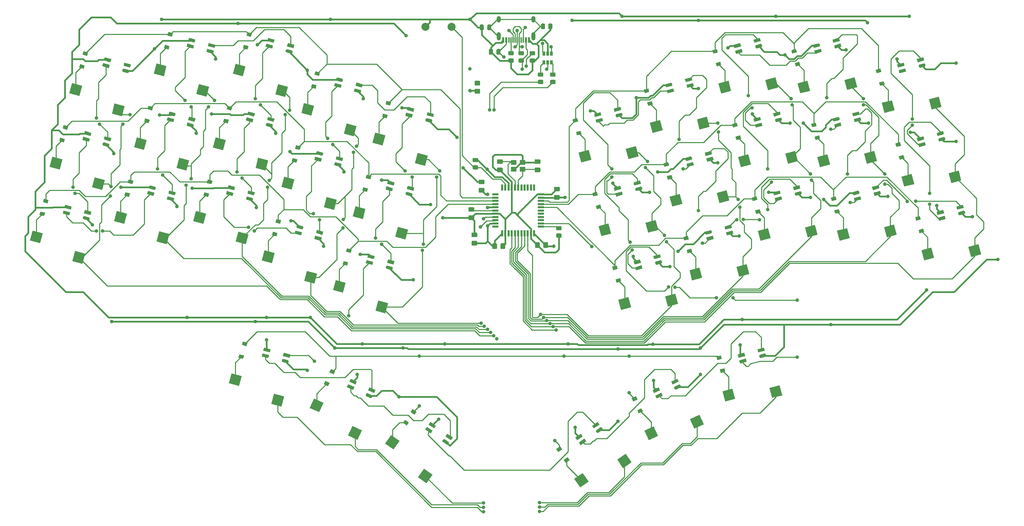
<source format=gbr>
G04 #@! TF.GenerationSoftware,KiCad,Pcbnew,(5.1.9)-1*
G04 #@! TF.CreationDate,2021-04-11T17:50:06-07:00*
G04 #@! TF.ProjectId,euclid36,6575636c-6964-4333-962e-6b696361645f,1.2*
G04 #@! TF.SameCoordinates,PX2faf080PY2faf080*
G04 #@! TF.FileFunction,Copper,L2,Bot*
G04 #@! TF.FilePolarity,Positive*
%FSLAX46Y46*%
G04 Gerber Fmt 4.6, Leading zero omitted, Abs format (unit mm)*
G04 Created by KiCad (PCBNEW (5.1.9)-1) date 2021-04-11 17:50:06*
%MOMM*%
%LPD*%
G01*
G04 APERTURE LIST*
G04 #@! TA.AperFunction,SMDPad,CuDef*
%ADD10R,0.600000X1.450000*%
G04 #@! TD*
G04 #@! TA.AperFunction,SMDPad,CuDef*
%ADD11R,0.300000X1.450000*%
G04 #@! TD*
G04 #@! TA.AperFunction,ComponentPad*
%ADD12O,1.000000X2.100000*%
G04 #@! TD*
G04 #@! TA.AperFunction,ComponentPad*
%ADD13O,1.000000X1.600000*%
G04 #@! TD*
G04 #@! TA.AperFunction,SMDPad,CuDef*
%ADD14R,0.650000X1.060000*%
G04 #@! TD*
G04 #@! TA.AperFunction,SMDPad,CuDef*
%ADD15R,0.550000X1.500000*%
G04 #@! TD*
G04 #@! TA.AperFunction,SMDPad,CuDef*
%ADD16R,1.500000X0.550000*%
G04 #@! TD*
G04 #@! TA.AperFunction,SMDPad,CuDef*
%ADD17R,1.400000X1.200000*%
G04 #@! TD*
G04 #@! TA.AperFunction,SMDPad,CuDef*
%ADD18C,0.100000*%
G04 #@! TD*
G04 #@! TA.AperFunction,ComponentPad*
%ADD19C,2.000000*%
G04 #@! TD*
G04 #@! TA.AperFunction,ViaPad*
%ADD20C,0.900000*%
G04 #@! TD*
G04 #@! TA.AperFunction,Conductor*
%ADD21C,0.254000*%
G04 #@! TD*
G04 #@! TA.AperFunction,Conductor*
%ADD22C,0.381000*%
G04 #@! TD*
G04 APERTURE END LIST*
D10*
X104355000Y16905000D03*
X97905000Y16905000D03*
X103580000Y16905000D03*
X98680000Y16905000D03*
D11*
X99380000Y16905000D03*
X102880000Y16905000D03*
X99880000Y16905000D03*
X102380000Y16905000D03*
X100380000Y16905000D03*
X101880000Y16905000D03*
X101380000Y16905000D03*
X100880000Y16905000D03*
D12*
X96810000Y17820000D03*
X105450000Y17820000D03*
D13*
X96810000Y22000000D03*
X105450000Y22000000D03*
D14*
X109004000Y11308000D03*
X108054000Y11308000D03*
X109954000Y11308000D03*
X109954000Y13508000D03*
X109004000Y13508000D03*
X108054000Y13508000D03*
G04 #@! TA.AperFunction,SMDPad,CuDef*
G36*
G01*
X102850001Y13062000D02*
X101949999Y13062000D01*
G75*
G02*
X101700000Y13311999I0J249999D01*
G01*
X101700000Y13837001D01*
G75*
G02*
X101949999Y14087000I249999J0D01*
G01*
X102850001Y14087000D01*
G75*
G02*
X103100000Y13837001I0J-249999D01*
G01*
X103100000Y13311999D01*
G75*
G02*
X102850001Y13062000I-249999J0D01*
G01*
G37*
G04 #@! TD.AperFunction*
G04 #@! TA.AperFunction,SMDPad,CuDef*
G36*
G01*
X102850001Y11237000D02*
X101949999Y11237000D01*
G75*
G02*
X101700000Y11486999I0J249999D01*
G01*
X101700000Y12012001D01*
G75*
G02*
X101949999Y12262000I249999J0D01*
G01*
X102850001Y12262000D01*
G75*
G02*
X103100000Y12012001I0J-249999D01*
G01*
X103100000Y11486999D01*
G75*
G02*
X102850001Y11237000I-249999J0D01*
G01*
G37*
G04 #@! TD.AperFunction*
G04 #@! TA.AperFunction,SMDPad,CuDef*
G36*
G01*
X105644001Y13062000D02*
X104743999Y13062000D01*
G75*
G02*
X104494000Y13311999I0J249999D01*
G01*
X104494000Y13837001D01*
G75*
G02*
X104743999Y14087000I249999J0D01*
G01*
X105644001Y14087000D01*
G75*
G02*
X105894000Y13837001I0J-249999D01*
G01*
X105894000Y13311999D01*
G75*
G02*
X105644001Y13062000I-249999J0D01*
G01*
G37*
G04 #@! TD.AperFunction*
G04 #@! TA.AperFunction,SMDPad,CuDef*
G36*
G01*
X105644001Y11237000D02*
X104743999Y11237000D01*
G75*
G02*
X104494000Y11486999I0J249999D01*
G01*
X104494000Y12012001D01*
G75*
G02*
X104743999Y12262000I249999J0D01*
G01*
X105644001Y12262000D01*
G75*
G02*
X105894000Y12012001I0J-249999D01*
G01*
X105894000Y11486999D01*
G75*
G02*
X105644001Y11237000I-249999J0D01*
G01*
G37*
G04 #@! TD.AperFunction*
G04 #@! TA.AperFunction,SMDPad,CuDef*
G36*
G01*
X100310001Y13062000D02*
X99409999Y13062000D01*
G75*
G02*
X99160000Y13311999I0J249999D01*
G01*
X99160000Y13837001D01*
G75*
G02*
X99409999Y14087000I249999J0D01*
G01*
X100310001Y14087000D01*
G75*
G02*
X100560000Y13837001I0J-249999D01*
G01*
X100560000Y13311999D01*
G75*
G02*
X100310001Y13062000I-249999J0D01*
G01*
G37*
G04 #@! TD.AperFunction*
G04 #@! TA.AperFunction,SMDPad,CuDef*
G36*
G01*
X100310001Y11237000D02*
X99409999Y11237000D01*
G75*
G02*
X99160000Y11486999I0J249999D01*
G01*
X99160000Y12012001D01*
G75*
G02*
X99409999Y12262000I249999J0D01*
G01*
X100310001Y12262000D01*
G75*
G02*
X100560000Y12012001I0J-249999D01*
G01*
X100560000Y11486999D01*
G75*
G02*
X100310001Y11237000I-249999J0D01*
G01*
G37*
G04 #@! TD.AperFunction*
G04 #@! TA.AperFunction,SMDPad,CuDef*
G36*
G01*
X110724001Y7728000D02*
X109823999Y7728000D01*
G75*
G02*
X109574000Y7977999I0J249999D01*
G01*
X109574000Y8503001D01*
G75*
G02*
X109823999Y8753000I249999J0D01*
G01*
X110724001Y8753000D01*
G75*
G02*
X110974000Y8503001I0J-249999D01*
G01*
X110974000Y7977999D01*
G75*
G02*
X110724001Y7728000I-249999J0D01*
G01*
G37*
G04 #@! TD.AperFunction*
G04 #@! TA.AperFunction,SMDPad,CuDef*
G36*
G01*
X110724001Y5903000D02*
X109823999Y5903000D01*
G75*
G02*
X109574000Y6152999I0J249999D01*
G01*
X109574000Y6678001D01*
G75*
G02*
X109823999Y6928000I249999J0D01*
G01*
X110724001Y6928000D01*
G75*
G02*
X110974000Y6678001I0J-249999D01*
G01*
X110974000Y6152999D01*
G75*
G02*
X110724001Y5903000I-249999J0D01*
G01*
G37*
G04 #@! TD.AperFunction*
G04 #@! TA.AperFunction,SMDPad,CuDef*
G36*
G01*
X107676001Y7728000D02*
X106775999Y7728000D01*
G75*
G02*
X106526000Y7977999I0J249999D01*
G01*
X106526000Y8503001D01*
G75*
G02*
X106775999Y8753000I249999J0D01*
G01*
X107676001Y8753000D01*
G75*
G02*
X107926000Y8503001I0J-249999D01*
G01*
X107926000Y7977999D01*
G75*
G02*
X107676001Y7728000I-249999J0D01*
G01*
G37*
G04 #@! TD.AperFunction*
G04 #@! TA.AperFunction,SMDPad,CuDef*
G36*
G01*
X107676001Y5903000D02*
X106775999Y5903000D01*
G75*
G02*
X106526000Y6152999I0J249999D01*
G01*
X106526000Y6678001D01*
G75*
G02*
X106775999Y6928000I249999J0D01*
G01*
X107676001Y6928000D01*
G75*
G02*
X107926000Y6678001I0J-249999D01*
G01*
X107926000Y6152999D01*
G75*
G02*
X107676001Y5903000I-249999J0D01*
G01*
G37*
G04 #@! TD.AperFunction*
G04 #@! TA.AperFunction,SMDPad,CuDef*
G36*
G01*
X109150000Y19831999D02*
X109150000Y20732001D01*
G75*
G02*
X109399999Y20982000I249999J0D01*
G01*
X109925001Y20982000D01*
G75*
G02*
X110175000Y20732001I0J-249999D01*
G01*
X110175000Y19831999D01*
G75*
G02*
X109925001Y19582000I-249999J0D01*
G01*
X109399999Y19582000D01*
G75*
G02*
X109150000Y19831999I0J249999D01*
G01*
G37*
G04 #@! TD.AperFunction*
G04 #@! TA.AperFunction,SMDPad,CuDef*
G36*
G01*
X107325000Y19831999D02*
X107325000Y20732001D01*
G75*
G02*
X107574999Y20982000I249999J0D01*
G01*
X108100001Y20982000D01*
G75*
G02*
X108350000Y20732001I0J-249999D01*
G01*
X108350000Y19831999D01*
G75*
G02*
X108100001Y19582000I-249999J0D01*
G01*
X107574999Y19582000D01*
G75*
G02*
X107325000Y19831999I0J249999D01*
G01*
G37*
G04 #@! TD.AperFunction*
G04 #@! TA.AperFunction,SMDPad,CuDef*
G36*
G01*
X95346000Y14407000D02*
X95346000Y13457000D01*
G75*
G02*
X95096000Y13207000I-250000J0D01*
G01*
X94596000Y13207000D01*
G75*
G02*
X94346000Y13457000I0J250000D01*
G01*
X94346000Y14407000D01*
G75*
G02*
X94596000Y14657000I250000J0D01*
G01*
X95096000Y14657000D01*
G75*
G02*
X95346000Y14407000I0J-250000D01*
G01*
G37*
G04 #@! TD.AperFunction*
G04 #@! TA.AperFunction,SMDPad,CuDef*
G36*
G01*
X97246000Y14407000D02*
X97246000Y13457000D01*
G75*
G02*
X96996000Y13207000I-250000J0D01*
G01*
X96496000Y13207000D01*
G75*
G02*
X96246000Y13457000I0J250000D01*
G01*
X96246000Y14407000D01*
G75*
G02*
X96496000Y14657000I250000J0D01*
G01*
X96996000Y14657000D01*
G75*
G02*
X97246000Y14407000I0J-250000D01*
G01*
G37*
G04 #@! TD.AperFunction*
G04 #@! TA.AperFunction,SMDPad,CuDef*
G36*
G01*
X93060000Y20503000D02*
X93060000Y19553000D01*
G75*
G02*
X92810000Y19303000I-250000J0D01*
G01*
X92310000Y19303000D01*
G75*
G02*
X92060000Y19553000I0J250000D01*
G01*
X92060000Y20503000D01*
G75*
G02*
X92310000Y20753000I250000J0D01*
G01*
X92810000Y20753000D01*
G75*
G02*
X93060000Y20503000I0J-250000D01*
G01*
G37*
G04 #@! TD.AperFunction*
G04 #@! TA.AperFunction,SMDPad,CuDef*
G36*
G01*
X94960000Y20503000D02*
X94960000Y19553000D01*
G75*
G02*
X94710000Y19303000I-250000J0D01*
G01*
X94210000Y19303000D01*
G75*
G02*
X93960000Y19553000I0J250000D01*
G01*
X93960000Y20503000D01*
G75*
G02*
X94210000Y20753000I250000J0D01*
G01*
X94710000Y20753000D01*
G75*
G02*
X94960000Y20503000I0J-250000D01*
G01*
G37*
G04 #@! TD.AperFunction*
D15*
X97638000Y-31392000D03*
X98438000Y-31392000D03*
X99238000Y-31392000D03*
X100038000Y-31392000D03*
X100838000Y-31392000D03*
X101638000Y-31392000D03*
X102438000Y-31392000D03*
X103238000Y-31392000D03*
X104038000Y-31392000D03*
X104838000Y-31392000D03*
X105638000Y-31392000D03*
D16*
X107338000Y-29692000D03*
X107338000Y-28892000D03*
X107338000Y-28092000D03*
X107338000Y-27292000D03*
X107338000Y-26492000D03*
X107338000Y-25692000D03*
X107338000Y-24892000D03*
X107338000Y-24092000D03*
X107338000Y-23292000D03*
X107338000Y-22492000D03*
X107338000Y-21692000D03*
D15*
X105638000Y-19992000D03*
X104838000Y-19992000D03*
X104038000Y-19992000D03*
X103238000Y-19992000D03*
X102438000Y-19992000D03*
X101638000Y-19992000D03*
X100838000Y-19992000D03*
X100038000Y-19992000D03*
X99238000Y-19992000D03*
X98438000Y-19992000D03*
X97638000Y-19992000D03*
D16*
X95938000Y-21692000D03*
X95938000Y-22492000D03*
X95938000Y-23292000D03*
X95938000Y-24092000D03*
X95938000Y-24892000D03*
X95938000Y-25692000D03*
X95938000Y-26492000D03*
X95938000Y-27292000D03*
X95938000Y-28092000D03*
X95938000Y-28892000D03*
X95938000Y-29692000D03*
D17*
X102738000Y-13666000D03*
X100538000Y-13666000D03*
X100538000Y-15366000D03*
X102738000Y-15366000D03*
G04 #@! TA.AperFunction,SMDPad,CuDef*
G36*
G01*
X90519998Y-14408000D02*
X91420002Y-14408000D01*
G75*
G02*
X91670000Y-14657998I0J-249998D01*
G01*
X91670000Y-15183002D01*
G75*
G02*
X91420002Y-15433000I-249998J0D01*
G01*
X90519998Y-15433000D01*
G75*
G02*
X90270000Y-15183002I0J249998D01*
G01*
X90270000Y-14657998D01*
G75*
G02*
X90519998Y-14408000I249998J0D01*
G01*
G37*
G04 #@! TD.AperFunction*
G04 #@! TA.AperFunction,SMDPad,CuDef*
G36*
G01*
X90519998Y-12583000D02*
X91420002Y-12583000D01*
G75*
G02*
X91670000Y-12832998I0J-249998D01*
G01*
X91670000Y-13358002D01*
G75*
G02*
X91420002Y-13608000I-249998J0D01*
G01*
X90519998Y-13608000D01*
G75*
G02*
X90270000Y-13358002I0J249998D01*
G01*
X90270000Y-12832998D01*
G75*
G02*
X90519998Y-12583000I249998J0D01*
G01*
G37*
G04 #@! TD.AperFunction*
G04 #@! TA.AperFunction,SMDPad,CuDef*
G36*
G01*
X112248002Y-30626000D02*
X111347998Y-30626000D01*
G75*
G02*
X111098000Y-30376002I0J249998D01*
G01*
X111098000Y-29850998D01*
G75*
G02*
X111347998Y-29601000I249998J0D01*
G01*
X112248002Y-29601000D01*
G75*
G02*
X112498000Y-29850998I0J-249998D01*
G01*
X112498000Y-30376002D01*
G75*
G02*
X112248002Y-30626000I-249998J0D01*
G01*
G37*
G04 #@! TD.AperFunction*
G04 #@! TA.AperFunction,SMDPad,CuDef*
G36*
G01*
X112248002Y-32451000D02*
X111347998Y-32451000D01*
G75*
G02*
X111098000Y-32201002I0J249998D01*
G01*
X111098000Y-31675998D01*
G75*
G02*
X111347998Y-31426000I249998J0D01*
G01*
X112248002Y-31426000D01*
G75*
G02*
X112498000Y-31675998I0J-249998D01*
G01*
X112498000Y-32201002D01*
G75*
G02*
X112248002Y-32451000I-249998J0D01*
G01*
G37*
G04 #@! TD.AperFunction*
G04 #@! TA.AperFunction,SMDPad,CuDef*
D18*
G36*
X41074893Y3357944D02*
G01*
X41747822Y5869351D01*
X44259229Y5196422D01*
X43586300Y2685015D01*
X41074893Y3357944D01*
G37*
G04 #@! TD.AperFunction*
G04 #@! TA.AperFunction,SMDPad,CuDef*
G36*
X30487851Y8472341D02*
G01*
X31160780Y10983748D01*
X33672187Y10310819D01*
X32999258Y7799412D01*
X30487851Y8472341D01*
G37*
G04 #@! TD.AperFunction*
G04 #@! TA.AperFunction,SMDPad,CuDef*
G36*
G01*
X201606939Y10069754D02*
X201500823Y10465784D01*
G75*
G02*
X201645780Y10716857I198015J53058D01*
G01*
X202891824Y11050733D01*
G75*
G02*
X203142897Y10905776I53058J-198015D01*
G01*
X203249013Y10509746D01*
G75*
G02*
X203104056Y10258673I-198015J-53058D01*
G01*
X201858012Y9924797D01*
G75*
G02*
X201606939Y10069754I-53058J198015D01*
G01*
G37*
G04 #@! TD.AperFunction*
G04 #@! TA.AperFunction,SMDPad,CuDef*
G36*
X201271769Y11320628D02*
G01*
X201059537Y12112687D01*
X202701611Y12552680D01*
X202913843Y11760621D01*
X201271769Y11320628D01*
G37*
G04 #@! TD.AperFunction*
G04 #@! TA.AperFunction,SMDPad,CuDef*
G36*
X196733775Y8551762D02*
G01*
X196521543Y9343821D01*
X198163617Y9783814D01*
X198375849Y8991755D01*
X196733775Y8551762D01*
G37*
G04 #@! TD.AperFunction*
G04 #@! TA.AperFunction,SMDPad,CuDef*
G36*
X196345547Y10000651D02*
G01*
X196133315Y10792710D01*
X197775389Y11232703D01*
X197987621Y10440644D01*
X196345547Y10000651D01*
G37*
G04 #@! TD.AperFunction*
G04 #@! TA.AperFunction,SMDPad,CuDef*
G36*
G01*
X206537441Y-8331132D02*
X206431325Y-7935102D01*
G75*
G02*
X206576282Y-7684029I198015J53058D01*
G01*
X207822326Y-7350153D01*
G75*
G02*
X208073399Y-7495110I53058J-198015D01*
G01*
X208179515Y-7891140D01*
G75*
G02*
X208034558Y-8142213I-198015J-53058D01*
G01*
X206788514Y-8476089D01*
G75*
G02*
X206537441Y-8331132I-53058J198015D01*
G01*
G37*
G04 #@! TD.AperFunction*
G04 #@! TA.AperFunction,SMDPad,CuDef*
G36*
X206202271Y-7080258D02*
G01*
X205990039Y-6288199D01*
X207632113Y-5848206D01*
X207844345Y-6640265D01*
X206202271Y-7080258D01*
G37*
G04 #@! TD.AperFunction*
G04 #@! TA.AperFunction,SMDPad,CuDef*
G36*
X201664277Y-9849124D02*
G01*
X201452045Y-9057065D01*
X203094119Y-8617072D01*
X203306351Y-9409131D01*
X201664277Y-9849124D01*
G37*
G04 #@! TD.AperFunction*
G04 #@! TA.AperFunction,SMDPad,CuDef*
G36*
X201276049Y-8400235D02*
G01*
X201063817Y-7608176D01*
X202705891Y-7168183D01*
X202918123Y-7960242D01*
X201276049Y-8400235D01*
G37*
G04 #@! TD.AperFunction*
G04 #@! TA.AperFunction,SMDPad,CuDef*
G36*
G01*
X211467943Y-26732018D02*
X211361827Y-26335988D01*
G75*
G02*
X211506784Y-26084915I198015J53058D01*
G01*
X212752828Y-25751039D01*
G75*
G02*
X213003901Y-25895996I53058J-198015D01*
G01*
X213110017Y-26292026D01*
G75*
G02*
X212965060Y-26543099I-198015J-53058D01*
G01*
X211719016Y-26876975D01*
G75*
G02*
X211467943Y-26732018I-53058J198015D01*
G01*
G37*
G04 #@! TD.AperFunction*
G04 #@! TA.AperFunction,SMDPad,CuDef*
G36*
X211132773Y-25481144D02*
G01*
X210920541Y-24689085D01*
X212562615Y-24249092D01*
X212774847Y-25041151D01*
X211132773Y-25481144D01*
G37*
G04 #@! TD.AperFunction*
G04 #@! TA.AperFunction,SMDPad,CuDef*
G36*
X206594779Y-28250010D02*
G01*
X206382547Y-27457951D01*
X208024621Y-27017958D01*
X208236853Y-27810017D01*
X206594779Y-28250010D01*
G37*
G04 #@! TD.AperFunction*
G04 #@! TA.AperFunction,SMDPad,CuDef*
G36*
X206206551Y-26801121D02*
G01*
X205994319Y-26009062D01*
X207636393Y-25569069D01*
X207848625Y-26361128D01*
X206206551Y-26801121D01*
G37*
G04 #@! TD.AperFunction*
G04 #@! TA.AperFunction,SMDPad,CuDef*
G36*
G01*
X186658965Y-20883781D02*
X186765081Y-21279811D01*
G75*
G02*
X186620124Y-21530884I-198015J-53058D01*
G01*
X185374080Y-21864760D01*
G75*
G02*
X185123007Y-21719803I-53058J198015D01*
G01*
X185016891Y-21323773D01*
G75*
G02*
X185161848Y-21072700I198015J53058D01*
G01*
X186407892Y-20738824D01*
G75*
G02*
X186658965Y-20883781I53058J-198015D01*
G01*
G37*
G04 #@! TD.AperFunction*
G04 #@! TA.AperFunction,SMDPad,CuDef*
G36*
X186994135Y-22134655D02*
G01*
X187206367Y-22926714D01*
X185564293Y-23366707D01*
X185352061Y-22574648D01*
X186994135Y-22134655D01*
G37*
G04 #@! TD.AperFunction*
G04 #@! TA.AperFunction,SMDPad,CuDef*
G36*
X191532129Y-19365789D02*
G01*
X191744361Y-20157848D01*
X190102287Y-20597841D01*
X189890055Y-19805782D01*
X191532129Y-19365789D01*
G37*
G04 #@! TD.AperFunction*
G04 #@! TA.AperFunction,SMDPad,CuDef*
G36*
X191920357Y-20814678D02*
G01*
X192132589Y-21606737D01*
X190490515Y-22046730D01*
X190278283Y-21254671D01*
X191920357Y-20814678D01*
G37*
G04 #@! TD.AperFunction*
G04 #@! TA.AperFunction,SMDPad,CuDef*
G36*
G01*
X181728463Y-2482895D02*
X181834579Y-2878925D01*
G75*
G02*
X181689622Y-3129998I-198015J-53058D01*
G01*
X180443578Y-3463874D01*
G75*
G02*
X180192505Y-3318917I-53058J198015D01*
G01*
X180086389Y-2922887D01*
G75*
G02*
X180231346Y-2671814I198015J53058D01*
G01*
X181477390Y-2337938D01*
G75*
G02*
X181728463Y-2482895I53058J-198015D01*
G01*
G37*
G04 #@! TD.AperFunction*
G04 #@! TA.AperFunction,SMDPad,CuDef*
G36*
X182063633Y-3733769D02*
G01*
X182275865Y-4525828D01*
X180633791Y-4965821D01*
X180421559Y-4173762D01*
X182063633Y-3733769D01*
G37*
G04 #@! TD.AperFunction*
G04 #@! TA.AperFunction,SMDPad,CuDef*
G36*
X186601627Y-964903D02*
G01*
X186813859Y-1756962D01*
X185171785Y-2196955D01*
X184959553Y-1404896D01*
X186601627Y-964903D01*
G37*
G04 #@! TD.AperFunction*
G04 #@! TA.AperFunction,SMDPad,CuDef*
G36*
X186989855Y-2413792D02*
G01*
X187202087Y-3205851D01*
X185560013Y-3645844D01*
X185347781Y-2853785D01*
X186989855Y-2413792D01*
G37*
G04 #@! TD.AperFunction*
G04 #@! TA.AperFunction,SMDPad,CuDef*
G36*
G01*
X176797961Y15917991D02*
X176904077Y15521961D01*
G75*
G02*
X176759120Y15270888I-198015J-53058D01*
G01*
X175513076Y14937012D01*
G75*
G02*
X175262003Y15081969I-53058J198015D01*
G01*
X175155887Y15477999D01*
G75*
G02*
X175300844Y15729072I198015J53058D01*
G01*
X176546888Y16062948D01*
G75*
G02*
X176797961Y15917991I53058J-198015D01*
G01*
G37*
G04 #@! TD.AperFunction*
G04 #@! TA.AperFunction,SMDPad,CuDef*
G36*
X177133131Y14667117D02*
G01*
X177345363Y13875058D01*
X175703289Y13435065D01*
X175491057Y14227124D01*
X177133131Y14667117D01*
G37*
G04 #@! TD.AperFunction*
G04 #@! TA.AperFunction,SMDPad,CuDef*
G36*
X181671125Y17435983D02*
G01*
X181883357Y16643924D01*
X180241283Y16203931D01*
X180029051Y16995990D01*
X181671125Y17435983D01*
G37*
G04 #@! TD.AperFunction*
G04 #@! TA.AperFunction,SMDPad,CuDef*
G36*
X182059353Y15987094D02*
G01*
X182271585Y15195035D01*
X180629511Y14755042D01*
X180417279Y15547101D01*
X182059353Y15987094D01*
G37*
G04 #@! TD.AperFunction*
G04 #@! TA.AperFunction,SMDPad,CuDef*
G36*
G01*
X160860766Y14929458D02*
X160754650Y15325488D01*
G75*
G02*
X160899607Y15576561I198015J53058D01*
G01*
X162145651Y15910437D01*
G75*
G02*
X162396724Y15765480I53058J-198015D01*
G01*
X162502840Y15369450D01*
G75*
G02*
X162357883Y15118377I-198015J-53058D01*
G01*
X161111839Y14784501D01*
G75*
G02*
X160860766Y14929458I-53058J198015D01*
G01*
G37*
G04 #@! TD.AperFunction*
G04 #@! TA.AperFunction,SMDPad,CuDef*
G36*
X160525596Y16180332D02*
G01*
X160313364Y16972391D01*
X161955438Y17412384D01*
X162167670Y16620325D01*
X160525596Y16180332D01*
G37*
G04 #@! TD.AperFunction*
G04 #@! TA.AperFunction,SMDPad,CuDef*
G36*
X155987602Y13411466D02*
G01*
X155775370Y14203525D01*
X157417444Y14643518D01*
X157629676Y13851459D01*
X155987602Y13411466D01*
G37*
G04 #@! TD.AperFunction*
G04 #@! TA.AperFunction,SMDPad,CuDef*
G36*
X155599374Y14860355D02*
G01*
X155387142Y15652414D01*
X157029216Y16092407D01*
X157241448Y15300348D01*
X155599374Y14860355D01*
G37*
G04 #@! TD.AperFunction*
G04 #@! TA.AperFunction,SMDPad,CuDef*
G36*
G01*
X165791268Y-3471428D02*
X165685152Y-3075398D01*
G75*
G02*
X165830109Y-2824325I198015J53058D01*
G01*
X167076153Y-2490449D01*
G75*
G02*
X167327226Y-2635406I53058J-198015D01*
G01*
X167433342Y-3031436D01*
G75*
G02*
X167288385Y-3282509I-198015J-53058D01*
G01*
X166042341Y-3616385D01*
G75*
G02*
X165791268Y-3471428I-53058J198015D01*
G01*
G37*
G04 #@! TD.AperFunction*
G04 #@! TA.AperFunction,SMDPad,CuDef*
G36*
X165456098Y-2220554D02*
G01*
X165243866Y-1428495D01*
X166885940Y-988502D01*
X167098172Y-1780561D01*
X165456098Y-2220554D01*
G37*
G04 #@! TD.AperFunction*
G04 #@! TA.AperFunction,SMDPad,CuDef*
G36*
X160918104Y-4989420D02*
G01*
X160705872Y-4197361D01*
X162347946Y-3757368D01*
X162560178Y-4549427D01*
X160918104Y-4989420D01*
G37*
G04 #@! TD.AperFunction*
G04 #@! TA.AperFunction,SMDPad,CuDef*
G36*
X160529876Y-3540531D02*
G01*
X160317644Y-2748472D01*
X161959718Y-2308479D01*
X162171950Y-3100538D01*
X160529876Y-3540531D01*
G37*
G04 #@! TD.AperFunction*
G04 #@! TA.AperFunction,SMDPad,CuDef*
G36*
G01*
X170721770Y-21872314D02*
X170615654Y-21476284D01*
G75*
G02*
X170760611Y-21225211I198015J53058D01*
G01*
X172006655Y-20891335D01*
G75*
G02*
X172257728Y-21036292I53058J-198015D01*
G01*
X172363844Y-21432322D01*
G75*
G02*
X172218887Y-21683395I-198015J-53058D01*
G01*
X170972843Y-22017271D01*
G75*
G02*
X170721770Y-21872314I-53058J198015D01*
G01*
G37*
G04 #@! TD.AperFunction*
G04 #@! TA.AperFunction,SMDPad,CuDef*
G36*
X170386600Y-20621440D02*
G01*
X170174368Y-19829381D01*
X171816442Y-19389388D01*
X172028674Y-20181447D01*
X170386600Y-20621440D01*
G37*
G04 #@! TD.AperFunction*
G04 #@! TA.AperFunction,SMDPad,CuDef*
G36*
X165848606Y-23390306D02*
G01*
X165636374Y-22598247D01*
X167278448Y-22158254D01*
X167490680Y-22950313D01*
X165848606Y-23390306D01*
G37*
G04 #@! TD.AperFunction*
G04 #@! TA.AperFunction,SMDPad,CuDef*
G36*
X165460378Y-21941417D02*
G01*
X165248146Y-21149358D01*
X166890220Y-20709365D01*
X167102452Y-21501424D01*
X165460378Y-21941417D01*
G37*
G04 #@! TD.AperFunction*
G04 #@! TA.AperFunction,SMDPad,CuDef*
G36*
G01*
X149857193Y-30744785D02*
X149963309Y-31140815D01*
G75*
G02*
X149818352Y-31391888I-198015J-53058D01*
G01*
X148572308Y-31725764D01*
G75*
G02*
X148321235Y-31580807I-53058J198015D01*
G01*
X148215119Y-31184777D01*
G75*
G02*
X148360076Y-30933704I198015J53058D01*
G01*
X149606120Y-30599828D01*
G75*
G02*
X149857193Y-30744785I53058J-198015D01*
G01*
G37*
G04 #@! TD.AperFunction*
G04 #@! TA.AperFunction,SMDPad,CuDef*
G36*
X150192363Y-31995659D02*
G01*
X150404595Y-32787718D01*
X148762521Y-33227711D01*
X148550289Y-32435652D01*
X150192363Y-31995659D01*
G37*
G04 #@! TD.AperFunction*
G04 #@! TA.AperFunction,SMDPad,CuDef*
G36*
X154730357Y-29226793D02*
G01*
X154942589Y-30018852D01*
X153300515Y-30458845D01*
X153088283Y-29666786D01*
X154730357Y-29226793D01*
G37*
G04 #@! TD.AperFunction*
G04 #@! TA.AperFunction,SMDPad,CuDef*
G36*
X155118585Y-30675682D02*
G01*
X155330817Y-31467741D01*
X153688743Y-31907734D01*
X153476511Y-31115675D01*
X155118585Y-30675682D01*
G37*
G04 #@! TD.AperFunction*
G04 #@! TA.AperFunction,SMDPad,CuDef*
G36*
G01*
X144926691Y-12343899D02*
X145032807Y-12739929D01*
G75*
G02*
X144887850Y-12991002I-198015J-53058D01*
G01*
X143641806Y-13324878D01*
G75*
G02*
X143390733Y-13179921I-53058J198015D01*
G01*
X143284617Y-12783891D01*
G75*
G02*
X143429574Y-12532818I198015J53058D01*
G01*
X144675618Y-12198942D01*
G75*
G02*
X144926691Y-12343899I53058J-198015D01*
G01*
G37*
G04 #@! TD.AperFunction*
G04 #@! TA.AperFunction,SMDPad,CuDef*
G36*
X145261861Y-13594773D02*
G01*
X145474093Y-14386832D01*
X143832019Y-14826825D01*
X143619787Y-14034766D01*
X145261861Y-13594773D01*
G37*
G04 #@! TD.AperFunction*
G04 #@! TA.AperFunction,SMDPad,CuDef*
G36*
X149799855Y-10825907D02*
G01*
X150012087Y-11617966D01*
X148370013Y-12057959D01*
X148157781Y-11265900D01*
X149799855Y-10825907D01*
G37*
G04 #@! TD.AperFunction*
G04 #@! TA.AperFunction,SMDPad,CuDef*
G36*
X150188083Y-12274796D02*
G01*
X150400315Y-13066855D01*
X148758241Y-13506848D01*
X148546009Y-12714789D01*
X150188083Y-12274796D01*
G37*
G04 #@! TD.AperFunction*
G04 #@! TA.AperFunction,SMDPad,CuDef*
G36*
G01*
X139996189Y6056987D02*
X140102305Y5660957D01*
G75*
G02*
X139957348Y5409884I-198015J-53058D01*
G01*
X138711304Y5076008D01*
G75*
G02*
X138460231Y5220965I-53058J198015D01*
G01*
X138354115Y5616995D01*
G75*
G02*
X138499072Y5868068I198015J53058D01*
G01*
X139745116Y6201944D01*
G75*
G02*
X139996189Y6056987I53058J-198015D01*
G01*
G37*
G04 #@! TD.AperFunction*
G04 #@! TA.AperFunction,SMDPad,CuDef*
G36*
X140331359Y4806113D02*
G01*
X140543591Y4014054D01*
X138901517Y3574061D01*
X138689285Y4366120D01*
X140331359Y4806113D01*
G37*
G04 #@! TD.AperFunction*
G04 #@! TA.AperFunction,SMDPad,CuDef*
G36*
X144869353Y7574979D02*
G01*
X145081585Y6782920D01*
X143439511Y6342927D01*
X143227279Y7134986D01*
X144869353Y7574979D01*
G37*
G04 #@! TD.AperFunction*
G04 #@! TA.AperFunction,SMDPad,CuDef*
G36*
X145257581Y6126090D02*
G01*
X145469813Y5334031D01*
X143827739Y4894038D01*
X143615507Y5686097D01*
X145257581Y6126090D01*
G37*
G04 #@! TD.AperFunction*
G04 #@! TA.AperFunction,SMDPad,CuDef*
G36*
G01*
X126031195Y-2291901D02*
X125925079Y-1895871D01*
G75*
G02*
X126070036Y-1644798I198015J53058D01*
G01*
X127316080Y-1310922D01*
G75*
G02*
X127567153Y-1455879I53058J-198015D01*
G01*
X127673269Y-1851909D01*
G75*
G02*
X127528312Y-2102982I-198015J-53058D01*
G01*
X126282268Y-2436858D01*
G75*
G02*
X126031195Y-2291901I-53058J198015D01*
G01*
G37*
G04 #@! TD.AperFunction*
G04 #@! TA.AperFunction,SMDPad,CuDef*
G36*
X125696025Y-1041027D02*
G01*
X125483793Y-248968D01*
X127125867Y191025D01*
X127338099Y-601034D01*
X125696025Y-1041027D01*
G37*
G04 #@! TD.AperFunction*
G04 #@! TA.AperFunction,SMDPad,CuDef*
G36*
X121158031Y-3809893D02*
G01*
X120945799Y-3017834D01*
X122587873Y-2577841D01*
X122800105Y-3369900D01*
X121158031Y-3809893D01*
G37*
G04 #@! TD.AperFunction*
G04 #@! TA.AperFunction,SMDPad,CuDef*
G36*
X120769803Y-2361004D02*
G01*
X120557571Y-1568945D01*
X122199645Y-1128952D01*
X122411877Y-1921011D01*
X120769803Y-2361004D01*
G37*
G04 #@! TD.AperFunction*
G04 #@! TA.AperFunction,SMDPad,CuDef*
G36*
G01*
X130961697Y-20692787D02*
X130855581Y-20296757D01*
G75*
G02*
X131000538Y-20045684I198015J53058D01*
G01*
X132246582Y-19711808D01*
G75*
G02*
X132497655Y-19856765I53058J-198015D01*
G01*
X132603771Y-20252795D01*
G75*
G02*
X132458814Y-20503868I-198015J-53058D01*
G01*
X131212770Y-20837744D01*
G75*
G02*
X130961697Y-20692787I-53058J198015D01*
G01*
G37*
G04 #@! TD.AperFunction*
G04 #@! TA.AperFunction,SMDPad,CuDef*
G36*
X130626527Y-19441913D02*
G01*
X130414295Y-18649854D01*
X132056369Y-18209861D01*
X132268601Y-19001920D01*
X130626527Y-19441913D01*
G37*
G04 #@! TD.AperFunction*
G04 #@! TA.AperFunction,SMDPad,CuDef*
G36*
X126088533Y-22210779D02*
G01*
X125876301Y-21418720D01*
X127518375Y-20978727D01*
X127730607Y-21770786D01*
X126088533Y-22210779D01*
G37*
G04 #@! TD.AperFunction*
G04 #@! TA.AperFunction,SMDPad,CuDef*
G36*
X125700305Y-20761890D02*
G01*
X125488073Y-19969831D01*
X127130147Y-19529838D01*
X127342379Y-20321897D01*
X125700305Y-20761890D01*
G37*
G04 #@! TD.AperFunction*
G04 #@! TA.AperFunction,SMDPad,CuDef*
G36*
G01*
X135892199Y-39093673D02*
X135786083Y-38697643D01*
G75*
G02*
X135931040Y-38446570I198015J53058D01*
G01*
X137177084Y-38112694D01*
G75*
G02*
X137428157Y-38257651I53058J-198015D01*
G01*
X137534273Y-38653681D01*
G75*
G02*
X137389316Y-38904754I-198015J-53058D01*
G01*
X136143272Y-39238630D01*
G75*
G02*
X135892199Y-39093673I-53058J198015D01*
G01*
G37*
G04 #@! TD.AperFunction*
G04 #@! TA.AperFunction,SMDPad,CuDef*
G36*
X135557029Y-37842799D02*
G01*
X135344797Y-37050740D01*
X136986871Y-36610747D01*
X137199103Y-37402806D01*
X135557029Y-37842799D01*
G37*
G04 #@! TD.AperFunction*
G04 #@! TA.AperFunction,SMDPad,CuDef*
G36*
X131019035Y-40611665D02*
G01*
X130806803Y-39819606D01*
X132448877Y-39379613D01*
X132661109Y-40171672D01*
X131019035Y-40611665D01*
G37*
G04 #@! TD.AperFunction*
G04 #@! TA.AperFunction,SMDPad,CuDef*
G36*
X130630807Y-39162776D02*
G01*
X130418575Y-38370717D01*
X132060649Y-37930724D01*
X132272881Y-38722783D01*
X130630807Y-39162776D01*
G37*
G04 #@! TD.AperFunction*
G04 #@! TA.AperFunction,SMDPad,CuDef*
G36*
G01*
X161853189Y-62377863D02*
X161747073Y-61981833D01*
G75*
G02*
X161892030Y-61730760I198015J53058D01*
G01*
X163138074Y-61396884D01*
G75*
G02*
X163389147Y-61541841I53058J-198015D01*
G01*
X163495263Y-61937871D01*
G75*
G02*
X163350306Y-62188944I-198015J-53058D01*
G01*
X162104262Y-62522820D01*
G75*
G02*
X161853189Y-62377863I-53058J198015D01*
G01*
G37*
G04 #@! TD.AperFunction*
G04 #@! TA.AperFunction,SMDPad,CuDef*
G36*
X161518019Y-61126989D02*
G01*
X161305787Y-60334930D01*
X162947861Y-59894937D01*
X163160093Y-60686996D01*
X161518019Y-61126989D01*
G37*
G04 #@! TD.AperFunction*
G04 #@! TA.AperFunction,SMDPad,CuDef*
G36*
X156980025Y-63895855D02*
G01*
X156767793Y-63103796D01*
X158409867Y-62663803D01*
X158622099Y-63455862D01*
X156980025Y-63895855D01*
G37*
G04 #@! TD.AperFunction*
G04 #@! TA.AperFunction,SMDPad,CuDef*
G36*
X156591797Y-62446966D02*
G01*
X156379565Y-61654907D01*
X158021639Y-61214914D01*
X158233871Y-62006973D01*
X156591797Y-62446966D01*
G37*
G04 #@! TD.AperFunction*
G04 #@! TA.AperFunction,SMDPad,CuDef*
G36*
G01*
X140690750Y-70306130D02*
X140517477Y-69934544D01*
G75*
G02*
X140616633Y-69662114I185793J86637D01*
G01*
X141785770Y-69116936D01*
G75*
G02*
X142058200Y-69216092I86637J-185793D01*
G01*
X142231473Y-69587678D01*
G75*
G02*
X142132317Y-69860108I-185793J-86637D01*
G01*
X140963180Y-70405286D01*
G75*
G02*
X140690750Y-70306130I-86637J185793D01*
G01*
G37*
G04 #@! TD.AperFunction*
G04 #@! TA.AperFunction,SMDPad,CuDef*
G36*
X140143459Y-69132462D02*
G01*
X139796912Y-68389289D01*
X141337635Y-67670838D01*
X141684182Y-68414011D01*
X140143459Y-69132462D01*
G37*
G04 #@! TD.AperFunction*
G04 #@! TA.AperFunction,SMDPad,CuDef*
G36*
X136155217Y-72647276D02*
G01*
X135808670Y-71904103D01*
X137349393Y-71185652D01*
X137695940Y-71928825D01*
X136155217Y-72647276D01*
G37*
G04 #@! TD.AperFunction*
G04 #@! TA.AperFunction,SMDPad,CuDef*
G36*
X135521289Y-71287815D02*
G01*
X135174742Y-70544642D01*
X136715465Y-69826191D01*
X137062012Y-70569364D01*
X135521289Y-71287815D01*
G37*
G04 #@! TD.AperFunction*
G04 #@! TA.AperFunction,SMDPad,CuDef*
G36*
G01*
X121279758Y-81170898D02*
X121044592Y-80835046D01*
G75*
G02*
X121094935Y-80549537I167926J117583D01*
G01*
X122151641Y-79809623D01*
G75*
G02*
X122437150Y-79859966I117583J-167926D01*
G01*
X122672316Y-80195818D01*
G75*
G02*
X122621973Y-80481327I-167926J-117583D01*
G01*
X121565267Y-81221241D01*
G75*
G02*
X121279758Y-81170898I-117583J167926D01*
G01*
G37*
G04 #@! TD.AperFunction*
G04 #@! TA.AperFunction,SMDPad,CuDef*
G36*
X120536976Y-80110096D02*
G01*
X120066643Y-79438392D01*
X121459202Y-78463312D01*
X121929535Y-79135016D01*
X120536976Y-80110096D01*
G37*
G04 #@! TD.AperFunction*
G04 #@! TA.AperFunction,SMDPad,CuDef*
G36*
X117219666Y-84264064D02*
G01*
X116749333Y-83592360D01*
X118141892Y-82617280D01*
X118612225Y-83288984D01*
X117219666Y-84264064D01*
G37*
G04 #@! TD.AperFunction*
G04 #@! TA.AperFunction,SMDPad,CuDef*
G36*
X116359301Y-83035336D02*
G01*
X115888968Y-82363632D01*
X117281527Y-81388552D01*
X117751860Y-82060256D01*
X116359301Y-83035336D01*
G37*
G04 #@! TD.AperFunction*
G04 #@! TA.AperFunction,SMDPad,CuDef*
G36*
G01*
X82736955Y-83121058D02*
X82972121Y-82785206D01*
G75*
G02*
X83257630Y-82734863I167926J-117583D01*
G01*
X84314336Y-83474777D01*
G75*
G02*
X84364679Y-83760286I-117583J-167926D01*
G01*
X84129513Y-84096138D01*
G75*
G02*
X83844004Y-84146481I-167926J117583D01*
G01*
X82787298Y-83406567D01*
G75*
G02*
X82736955Y-83121058I117583J167926D01*
G01*
G37*
G04 #@! TD.AperFunction*
G04 #@! TA.AperFunction,SMDPad,CuDef*
G36*
X83479736Y-82060256D02*
G01*
X83950069Y-81388552D01*
X85342628Y-82363632D01*
X84872295Y-83035336D01*
X83479736Y-82060256D01*
G37*
G04 #@! TD.AperFunction*
G04 #@! TA.AperFunction,SMDPad,CuDef*
G36*
X78441696Y-80363744D02*
G01*
X78912029Y-79692040D01*
X80304588Y-80667120D01*
X79834255Y-81338824D01*
X78441696Y-80363744D01*
G37*
G04 #@! TD.AperFunction*
G04 #@! TA.AperFunction,SMDPad,CuDef*
G36*
X79302061Y-79135016D02*
G01*
X79772394Y-78463312D01*
X81164953Y-79438392D01*
X80694620Y-80110096D01*
X79302061Y-79135016D01*
G37*
G04 #@! TD.AperFunction*
G04 #@! TA.AperFunction,SMDPad,CuDef*
G36*
G01*
X63622293Y-71743031D02*
X63795566Y-71371445D01*
G75*
G02*
X64067996Y-71272289I185793J-86637D01*
G01*
X65237133Y-71817467D01*
G75*
G02*
X65336289Y-72089897I-86637J-185793D01*
G01*
X65163016Y-72461483D01*
G75*
G02*
X64890586Y-72560639I-185793J86637D01*
G01*
X63721449Y-72015461D01*
G75*
G02*
X63622293Y-71743031I86637J185793D01*
G01*
G37*
G04 #@! TD.AperFunction*
G04 #@! TA.AperFunction,SMDPad,CuDef*
G36*
X64169584Y-70569364D02*
G01*
X64516131Y-69826191D01*
X66056854Y-70544642D01*
X65710307Y-71287815D01*
X64169584Y-70569364D01*
G37*
G04 #@! TD.AperFunction*
G04 #@! TA.AperFunction,SMDPad,CuDef*
G36*
X58913486Y-69773472D02*
G01*
X59260033Y-69030299D01*
X60800756Y-69748750D01*
X60454209Y-70491923D01*
X58913486Y-69773472D01*
G37*
G04 #@! TD.AperFunction*
G04 #@! TA.AperFunction,SMDPad,CuDef*
G36*
X59547414Y-68414011D02*
G01*
X59893961Y-67670838D01*
X61434684Y-68389289D01*
X61088137Y-69132462D01*
X59547414Y-68414011D01*
G37*
G04 #@! TD.AperFunction*
G04 #@! TA.AperFunction,SMDPad,CuDef*
G36*
G01*
X42662555Y-63257848D02*
X42768671Y-62861818D01*
G75*
G02*
X43019744Y-62716861I198015J-53058D01*
G01*
X44265788Y-63050737D01*
G75*
G02*
X44410745Y-63301810I-53058J-198015D01*
G01*
X44304629Y-63697840D01*
G75*
G02*
X44053556Y-63842797I-198015J53058D01*
G01*
X42807512Y-63508921D01*
G75*
G02*
X42662555Y-63257848I53058J198015D01*
G01*
G37*
G04 #@! TD.AperFunction*
G04 #@! TA.AperFunction,SMDPad,CuDef*
G36*
X42997725Y-62006973D02*
G01*
X43209957Y-61214914D01*
X44852031Y-61654907D01*
X44639799Y-62446966D01*
X42997725Y-62006973D01*
G37*
G04 #@! TD.AperFunction*
G04 #@! TA.AperFunction,SMDPad,CuDef*
G36*
X37683275Y-62135885D02*
G01*
X37895507Y-61343826D01*
X39537581Y-61783819D01*
X39325349Y-62575878D01*
X37683275Y-62135885D01*
G37*
G04 #@! TD.AperFunction*
G04 #@! TA.AperFunction,SMDPad,CuDef*
G36*
X38071503Y-60686996D02*
G01*
X38283735Y-59894937D01*
X39925809Y-60334930D01*
X39713577Y-61126989D01*
X38071503Y-60686996D01*
G37*
G04 #@! TD.AperFunction*
G04 #@! TA.AperFunction,SMDPad,CuDef*
G36*
G01*
X68623545Y-39973658D02*
X68729661Y-39577628D01*
G75*
G02*
X68980734Y-39432671I198015J-53058D01*
G01*
X70226778Y-39766547D01*
G75*
G02*
X70371735Y-40017620I-53058J-198015D01*
G01*
X70265619Y-40413650D01*
G75*
G02*
X70014546Y-40558607I-198015J53058D01*
G01*
X68768502Y-40224731D01*
G75*
G02*
X68623545Y-39973658I53058J198015D01*
G01*
G37*
G04 #@! TD.AperFunction*
G04 #@! TA.AperFunction,SMDPad,CuDef*
G36*
X68958715Y-38722783D02*
G01*
X69170947Y-37930724D01*
X70813021Y-38370717D01*
X70600789Y-39162776D01*
X68958715Y-38722783D01*
G37*
G04 #@! TD.AperFunction*
G04 #@! TA.AperFunction,SMDPad,CuDef*
G36*
X63644265Y-38851695D02*
G01*
X63856497Y-38059636D01*
X65498571Y-38499629D01*
X65286339Y-39291688D01*
X63644265Y-38851695D01*
G37*
G04 #@! TD.AperFunction*
G04 #@! TA.AperFunction,SMDPad,CuDef*
G36*
X64032493Y-37402806D02*
G01*
X64244725Y-36610747D01*
X65886799Y-37050740D01*
X65674567Y-37842799D01*
X64032493Y-37402806D01*
G37*
G04 #@! TD.AperFunction*
G04 #@! TA.AperFunction,SMDPad,CuDef*
G36*
G01*
X73554047Y-21572772D02*
X73660163Y-21176742D01*
G75*
G02*
X73911236Y-21031785I198015J-53058D01*
G01*
X75157280Y-21365661D01*
G75*
G02*
X75302237Y-21616734I-53058J-198015D01*
G01*
X75196121Y-22012764D01*
G75*
G02*
X74945048Y-22157721I-198015J53058D01*
G01*
X73699004Y-21823845D01*
G75*
G02*
X73554047Y-21572772I53058J198015D01*
G01*
G37*
G04 #@! TD.AperFunction*
G04 #@! TA.AperFunction,SMDPad,CuDef*
G36*
X73889217Y-20321897D02*
G01*
X74101449Y-19529838D01*
X75743523Y-19969831D01*
X75531291Y-20761890D01*
X73889217Y-20321897D01*
G37*
G04 #@! TD.AperFunction*
G04 #@! TA.AperFunction,SMDPad,CuDef*
G36*
X68574767Y-20450809D02*
G01*
X68786999Y-19658750D01*
X70429073Y-20098743D01*
X70216841Y-20890802D01*
X68574767Y-20450809D01*
G37*
G04 #@! TD.AperFunction*
G04 #@! TA.AperFunction,SMDPad,CuDef*
G36*
X68962995Y-19001920D02*
G01*
X69175227Y-18209861D01*
X70817301Y-18649854D01*
X70605069Y-19441913D01*
X68962995Y-19001920D01*
G37*
G04 #@! TD.AperFunction*
G04 #@! TA.AperFunction,SMDPad,CuDef*
G36*
G01*
X78484549Y-3171886D02*
X78590665Y-2775856D01*
G75*
G02*
X78841738Y-2630899I198015J-53058D01*
G01*
X80087782Y-2964775D01*
G75*
G02*
X80232739Y-3215848I-53058J-198015D01*
G01*
X80126623Y-3611878D01*
G75*
G02*
X79875550Y-3756835I-198015J53058D01*
G01*
X78629506Y-3422959D01*
G75*
G02*
X78484549Y-3171886I53058J198015D01*
G01*
G37*
G04 #@! TD.AperFunction*
G04 #@! TA.AperFunction,SMDPad,CuDef*
G36*
X78819719Y-1921011D02*
G01*
X79031951Y-1128952D01*
X80674025Y-1568945D01*
X80461793Y-2361004D01*
X78819719Y-1921011D01*
G37*
G04 #@! TD.AperFunction*
G04 #@! TA.AperFunction,SMDPad,CuDef*
G36*
X73505269Y-2049923D02*
G01*
X73717501Y-1257864D01*
X75359575Y-1697857D01*
X75147343Y-2489916D01*
X73505269Y-2049923D01*
G37*
G04 #@! TD.AperFunction*
G04 #@! TA.AperFunction,SMDPad,CuDef*
G36*
X73893497Y-601034D02*
G01*
X74105729Y191025D01*
X75747803Y-248968D01*
X75535571Y-1041027D01*
X73893497Y-601034D01*
G37*
G04 #@! TD.AperFunction*
G04 #@! TA.AperFunction,SMDPad,CuDef*
G36*
G01*
X57951259Y6936972D02*
X57845143Y6540942D01*
G75*
G02*
X57594070Y6395985I-198015J53058D01*
G01*
X56348026Y6729861D01*
G75*
G02*
X56203069Y6980934I53058J198015D01*
G01*
X56309185Y7376964D01*
G75*
G02*
X56560258Y7521921I198015J-53058D01*
G01*
X57806302Y7188045D01*
G75*
G02*
X57951259Y6936972I-53058J-198015D01*
G01*
G37*
G04 #@! TD.AperFunction*
G04 #@! TA.AperFunction,SMDPad,CuDef*
G36*
X57616089Y5686097D02*
G01*
X57403857Y4894038D01*
X55761783Y5334031D01*
X55974015Y6126090D01*
X57616089Y5686097D01*
G37*
G04 #@! TD.AperFunction*
G04 #@! TA.AperFunction,SMDPad,CuDef*
G36*
X62930539Y5815009D02*
G01*
X62718307Y5022950D01*
X61076233Y5462943D01*
X61288465Y6255002D01*
X62930539Y5815009D01*
G37*
G04 #@! TD.AperFunction*
G04 #@! TA.AperFunction,SMDPad,CuDef*
G36*
X62542311Y4366120D02*
G01*
X62330079Y3574061D01*
X60688005Y4014054D01*
X60900237Y4806113D01*
X62542311Y4366120D01*
G37*
G04 #@! TD.AperFunction*
G04 #@! TA.AperFunction,SMDPad,CuDef*
G36*
G01*
X53020757Y-11463914D02*
X52914641Y-11859944D01*
G75*
G02*
X52663568Y-12004901I-198015J53058D01*
G01*
X51417524Y-11671025D01*
G75*
G02*
X51272567Y-11419952I53058J198015D01*
G01*
X51378683Y-11023922D01*
G75*
G02*
X51629756Y-10878965I198015J-53058D01*
G01*
X52875800Y-11212841D01*
G75*
G02*
X53020757Y-11463914I-53058J-198015D01*
G01*
G37*
G04 #@! TD.AperFunction*
G04 #@! TA.AperFunction,SMDPad,CuDef*
G36*
X52685587Y-12714789D02*
G01*
X52473355Y-13506848D01*
X50831281Y-13066855D01*
X51043513Y-12274796D01*
X52685587Y-12714789D01*
G37*
G04 #@! TD.AperFunction*
G04 #@! TA.AperFunction,SMDPad,CuDef*
G36*
X58000037Y-12585877D02*
G01*
X57787805Y-13377936D01*
X56145731Y-12937943D01*
X56357963Y-12145884D01*
X58000037Y-12585877D01*
G37*
G04 #@! TD.AperFunction*
G04 #@! TA.AperFunction,SMDPad,CuDef*
G36*
X57611809Y-14034766D02*
G01*
X57399577Y-14826825D01*
X55757503Y-14386832D01*
X55969735Y-13594773D01*
X57611809Y-14034766D01*
G37*
G04 #@! TD.AperFunction*
G04 #@! TA.AperFunction,SMDPad,CuDef*
G36*
G01*
X48090255Y-29864800D02*
X47984139Y-30260830D01*
G75*
G02*
X47733066Y-30405787I-198015J53058D01*
G01*
X46487022Y-30071911D01*
G75*
G02*
X46342065Y-29820838I53058J198015D01*
G01*
X46448181Y-29424808D01*
G75*
G02*
X46699254Y-29279851I198015J-53058D01*
G01*
X47945298Y-29613727D01*
G75*
G02*
X48090255Y-29864800I-53058J-198015D01*
G01*
G37*
G04 #@! TD.AperFunction*
G04 #@! TA.AperFunction,SMDPad,CuDef*
G36*
X47755085Y-31115675D02*
G01*
X47542853Y-31907734D01*
X45900779Y-31467741D01*
X46113011Y-30675682D01*
X47755085Y-31115675D01*
G37*
G04 #@! TD.AperFunction*
G04 #@! TA.AperFunction,SMDPad,CuDef*
G36*
X53069535Y-30986763D02*
G01*
X52857303Y-31778822D01*
X51215229Y-31338829D01*
X51427461Y-30546770D01*
X53069535Y-30986763D01*
G37*
G04 #@! TD.AperFunction*
G04 #@! TA.AperFunction,SMDPad,CuDef*
G36*
X52681307Y-32435652D02*
G01*
X52469075Y-33227711D01*
X50827001Y-32787718D01*
X51039233Y-31995659D01*
X52681307Y-32435652D01*
G37*
G04 #@! TD.AperFunction*
G04 #@! TA.AperFunction,SMDPad,CuDef*
G36*
G01*
X33793974Y-22752299D02*
X33900090Y-22356269D01*
G75*
G02*
X34151163Y-22211312I198015J-53058D01*
G01*
X35397207Y-22545188D01*
G75*
G02*
X35542164Y-22796261I-53058J-198015D01*
G01*
X35436048Y-23192291D01*
G75*
G02*
X35184975Y-23337248I-198015J53058D01*
G01*
X33938931Y-23003372D01*
G75*
G02*
X33793974Y-22752299I53058J198015D01*
G01*
G37*
G04 #@! TD.AperFunction*
G04 #@! TA.AperFunction,SMDPad,CuDef*
G36*
X34129144Y-21501424D02*
G01*
X34341376Y-20709365D01*
X35983450Y-21149358D01*
X35771218Y-21941417D01*
X34129144Y-21501424D01*
G37*
G04 #@! TD.AperFunction*
G04 #@! TA.AperFunction,SMDPad,CuDef*
G36*
X28814694Y-21630336D02*
G01*
X29026926Y-20838277D01*
X30669000Y-21278270D01*
X30456768Y-22070329D01*
X28814694Y-21630336D01*
G37*
G04 #@! TD.AperFunction*
G04 #@! TA.AperFunction,SMDPad,CuDef*
G36*
X29202922Y-20181447D02*
G01*
X29415154Y-19389388D01*
X31057228Y-19829381D01*
X30844996Y-20621440D01*
X29202922Y-20181447D01*
G37*
G04 #@! TD.AperFunction*
G04 #@! TA.AperFunction,SMDPad,CuDef*
G36*
G01*
X38724476Y-4351413D02*
X38830592Y-3955383D01*
G75*
G02*
X39081665Y-3810426I198015J-53058D01*
G01*
X40327709Y-4144302D01*
G75*
G02*
X40472666Y-4395375I-53058J-198015D01*
G01*
X40366550Y-4791405D01*
G75*
G02*
X40115477Y-4936362I-198015J53058D01*
G01*
X38869433Y-4602486D01*
G75*
G02*
X38724476Y-4351413I53058J198015D01*
G01*
G37*
G04 #@! TD.AperFunction*
G04 #@! TA.AperFunction,SMDPad,CuDef*
G36*
X39059646Y-3100538D02*
G01*
X39271878Y-2308479D01*
X40913952Y-2748472D01*
X40701720Y-3540531D01*
X39059646Y-3100538D01*
G37*
G04 #@! TD.AperFunction*
G04 #@! TA.AperFunction,SMDPad,CuDef*
G36*
X33745196Y-3229450D02*
G01*
X33957428Y-2437391D01*
X35599502Y-2877384D01*
X35387270Y-3669443D01*
X33745196Y-3229450D01*
G37*
G04 #@! TD.AperFunction*
G04 #@! TA.AperFunction,SMDPad,CuDef*
G36*
X34133424Y-1780561D02*
G01*
X34345656Y-988502D01*
X35987730Y-1428495D01*
X35775498Y-2220554D01*
X34133424Y-1780561D01*
G37*
G04 #@! TD.AperFunction*
G04 #@! TA.AperFunction,SMDPad,CuDef*
G36*
G01*
X43654978Y14049473D02*
X43761094Y14445503D01*
G75*
G02*
X44012167Y14590460I198015J-53058D01*
G01*
X45258211Y14256584D01*
G75*
G02*
X45403168Y14005511I-53058J-198015D01*
G01*
X45297052Y13609481D01*
G75*
G02*
X45045979Y13464524I-198015J53058D01*
G01*
X43799935Y13798400D01*
G75*
G02*
X43654978Y14049473I53058J198015D01*
G01*
G37*
G04 #@! TD.AperFunction*
G04 #@! TA.AperFunction,SMDPad,CuDef*
G36*
X43990148Y15300348D02*
G01*
X44202380Y16092407D01*
X45844454Y15652414D01*
X45632222Y14860355D01*
X43990148Y15300348D01*
G37*
G04 #@! TD.AperFunction*
G04 #@! TA.AperFunction,SMDPad,CuDef*
G36*
X38675698Y15171436D02*
G01*
X38887930Y15963495D01*
X40530004Y15523502D01*
X40317772Y14731443D01*
X38675698Y15171436D01*
G37*
G04 #@! TD.AperFunction*
G04 #@! TA.AperFunction,SMDPad,CuDef*
G36*
X39063926Y16620325D02*
G01*
X39276158Y17412384D01*
X40918232Y16972391D01*
X40706000Y16180332D01*
X39063926Y16620325D01*
G37*
G04 #@! TD.AperFunction*
G04 #@! TA.AperFunction,SMDPad,CuDef*
G36*
G01*
X21149487Y16797976D02*
X21043371Y16401946D01*
G75*
G02*
X20792298Y16256989I-198015J53058D01*
G01*
X19546254Y16590865D01*
G75*
G02*
X19401297Y16841938I53058J198015D01*
G01*
X19507413Y17237968D01*
G75*
G02*
X19758486Y17382925I198015J-53058D01*
G01*
X21004530Y17049049D01*
G75*
G02*
X21149487Y16797976I-53058J-198015D01*
G01*
G37*
G04 #@! TD.AperFunction*
G04 #@! TA.AperFunction,SMDPad,CuDef*
G36*
X20814317Y15547101D02*
G01*
X20602085Y14755042D01*
X18960011Y15195035D01*
X19172243Y15987094D01*
X20814317Y15547101D01*
G37*
G04 #@! TD.AperFunction*
G04 #@! TA.AperFunction,SMDPad,CuDef*
G36*
X26128767Y15676013D02*
G01*
X25916535Y14883954D01*
X24274461Y15323947D01*
X24486693Y16116006D01*
X26128767Y15676013D01*
G37*
G04 #@! TD.AperFunction*
G04 #@! TA.AperFunction,SMDPad,CuDef*
G36*
X25740539Y14227124D02*
G01*
X25528307Y13435065D01*
X23886233Y13875058D01*
X24098465Y14667117D01*
X25740539Y14227124D01*
G37*
G04 #@! TD.AperFunction*
G04 #@! TA.AperFunction,SMDPad,CuDef*
G36*
G01*
X16218985Y-1602910D02*
X16112869Y-1998940D01*
G75*
G02*
X15861796Y-2143897I-198015J53058D01*
G01*
X14615752Y-1810021D01*
G75*
G02*
X14470795Y-1558948I53058J198015D01*
G01*
X14576911Y-1162918D01*
G75*
G02*
X14827984Y-1017961I198015J-53058D01*
G01*
X16074028Y-1351837D01*
G75*
G02*
X16218985Y-1602910I-53058J-198015D01*
G01*
G37*
G04 #@! TD.AperFunction*
G04 #@! TA.AperFunction,SMDPad,CuDef*
G36*
X15883815Y-2853785D02*
G01*
X15671583Y-3645844D01*
X14029509Y-3205851D01*
X14241741Y-2413792D01*
X15883815Y-2853785D01*
G37*
G04 #@! TD.AperFunction*
G04 #@! TA.AperFunction,SMDPad,CuDef*
G36*
X21198265Y-2724873D02*
G01*
X20986033Y-3516932D01*
X19343959Y-3076939D01*
X19556191Y-2284880D01*
X21198265Y-2724873D01*
G37*
G04 #@! TD.AperFunction*
G04 #@! TA.AperFunction,SMDPad,CuDef*
G36*
X20810037Y-4173762D02*
G01*
X20597805Y-4965821D01*
X18955731Y-4525828D01*
X19167963Y-3733769D01*
X20810037Y-4173762D01*
G37*
G04 #@! TD.AperFunction*
G04 #@! TA.AperFunction,SMDPad,CuDef*
G36*
G01*
X11288483Y-20003796D02*
X11182367Y-20399826D01*
G75*
G02*
X10931294Y-20544783I-198015J53058D01*
G01*
X9685250Y-20210907D01*
G75*
G02*
X9540293Y-19959834I53058J198015D01*
G01*
X9646409Y-19563804D01*
G75*
G02*
X9897482Y-19418847I198015J-53058D01*
G01*
X11143526Y-19752723D01*
G75*
G02*
X11288483Y-20003796I-53058J-198015D01*
G01*
G37*
G04 #@! TD.AperFunction*
G04 #@! TA.AperFunction,SMDPad,CuDef*
G36*
X10953313Y-21254671D02*
G01*
X10741081Y-22046730D01*
X9099007Y-21606737D01*
X9311239Y-20814678D01*
X10953313Y-21254671D01*
G37*
G04 #@! TD.AperFunction*
G04 #@! TA.AperFunction,SMDPad,CuDef*
G36*
X16267763Y-21125759D02*
G01*
X16055531Y-21917818D01*
X14413457Y-21477825D01*
X14625689Y-20685766D01*
X16267763Y-21125759D01*
G37*
G04 #@! TD.AperFunction*
G04 #@! TA.AperFunction,SMDPad,CuDef*
G36*
X15879535Y-22574648D02*
G01*
X15667303Y-23366707D01*
X14025229Y-22926714D01*
X14237461Y-22134655D01*
X15879535Y-22574648D01*
G37*
G04 #@! TD.AperFunction*
G04 #@! TA.AperFunction,SMDPad,CuDef*
G36*
G01*
X-6952199Y-27612004D02*
X-6846083Y-27215974D01*
G75*
G02*
X-6595010Y-27071017I198015J-53058D01*
G01*
X-5348966Y-27404893D01*
G75*
G02*
X-5204009Y-27655966I-53058J-198015D01*
G01*
X-5310125Y-28051996D01*
G75*
G02*
X-5561198Y-28196953I-198015J53058D01*
G01*
X-6807242Y-27863077D01*
G75*
G02*
X-6952199Y-27612004I53058J198015D01*
G01*
G37*
G04 #@! TD.AperFunction*
G04 #@! TA.AperFunction,SMDPad,CuDef*
G36*
X-6617029Y-26361129D02*
G01*
X-6404797Y-25569070D01*
X-4762723Y-26009063D01*
X-4974955Y-26801122D01*
X-6617029Y-26361129D01*
G37*
G04 #@! TD.AperFunction*
G04 #@! TA.AperFunction,SMDPad,CuDef*
G36*
X-11931479Y-26490041D02*
G01*
X-11719247Y-25697982D01*
X-10077173Y-26137975D01*
X-10289405Y-26930034D01*
X-11931479Y-26490041D01*
G37*
G04 #@! TD.AperFunction*
G04 #@! TA.AperFunction,SMDPad,CuDef*
G36*
X-11543251Y-25041152D02*
G01*
X-11331019Y-24249093D01*
X-9688945Y-24689086D01*
X-9901177Y-25481145D01*
X-11543251Y-25041152D01*
G37*
G04 #@! TD.AperFunction*
G04 #@! TA.AperFunction,SMDPad,CuDef*
G36*
G01*
X-2021697Y-9211118D02*
X-1915581Y-8815088D01*
G75*
G02*
X-1664508Y-8670131I198015J-53058D01*
G01*
X-418464Y-9004007D01*
G75*
G02*
X-273507Y-9255080I-53058J-198015D01*
G01*
X-379623Y-9651110D01*
G75*
G02*
X-630696Y-9796067I-198015J53058D01*
G01*
X-1876740Y-9462191D01*
G75*
G02*
X-2021697Y-9211118I53058J198015D01*
G01*
G37*
G04 #@! TD.AperFunction*
G04 #@! TA.AperFunction,SMDPad,CuDef*
G36*
X-1686527Y-7960243D02*
G01*
X-1474295Y-7168184D01*
X167779Y-7608177D01*
X-44453Y-8400236D01*
X-1686527Y-7960243D01*
G37*
G04 #@! TD.AperFunction*
G04 #@! TA.AperFunction,SMDPad,CuDef*
G36*
X-7000977Y-8089155D02*
G01*
X-6788745Y-7297096D01*
X-5146671Y-7737089D01*
X-5358903Y-8529148D01*
X-7000977Y-8089155D01*
G37*
G04 #@! TD.AperFunction*
G04 #@! TA.AperFunction,SMDPad,CuDef*
G36*
X-6612749Y-6640266D02*
G01*
X-6400517Y-5848207D01*
X-4758443Y-6288200D01*
X-4970675Y-7080259D01*
X-6612749Y-6640266D01*
G37*
G04 #@! TD.AperFunction*
G04 #@! TA.AperFunction,SMDPad,CuDef*
G36*
G01*
X2908805Y9189768D02*
X3014921Y9585798D01*
G75*
G02*
X3265994Y9730755I198015J-53058D01*
G01*
X4512038Y9396879D01*
G75*
G02*
X4656995Y9145806I-53058J-198015D01*
G01*
X4550879Y8749776D01*
G75*
G02*
X4299806Y8604819I-198015J53058D01*
G01*
X3053762Y8938695D01*
G75*
G02*
X2908805Y9189768I53058J198015D01*
G01*
G37*
G04 #@! TD.AperFunction*
G04 #@! TA.AperFunction,SMDPad,CuDef*
G36*
X3243975Y10440643D02*
G01*
X3456207Y11232702D01*
X5098281Y10792709D01*
X4886049Y10000650D01*
X3243975Y10440643D01*
G37*
G04 #@! TD.AperFunction*
G04 #@! TA.AperFunction,SMDPad,CuDef*
G36*
X-2070475Y10311731D02*
G01*
X-1858243Y11103790D01*
X-216169Y10663797D01*
X-428401Y9871738D01*
X-2070475Y10311731D01*
G37*
G04 #@! TD.AperFunction*
G04 #@! TA.AperFunction,SMDPad,CuDef*
G36*
X-1682247Y11760620D02*
G01*
X-1470015Y12552679D01*
X172059Y12112686D01*
X-40173Y11320627D01*
X-1682247Y11760620D01*
G37*
G04 #@! TD.AperFunction*
G04 #@! TA.AperFunction,SMDPad,CuDef*
G36*
X164964141Y-72491794D02*
G01*
X164291212Y-69980387D01*
X166802619Y-69307458D01*
X167475548Y-71818865D01*
X164964141Y-72491794D01*
G37*
G04 #@! TD.AperFunction*
G04 #@! TA.AperFunction,SMDPad,CuDef*
G36*
X153238296Y-73356117D02*
G01*
X152565367Y-70844710D01*
X155076774Y-70171781D01*
X155749703Y-72683188D01*
X153238296Y-73356117D01*
G37*
G04 #@! TD.AperFunction*
G04 #@! TA.AperFunction,SMDPad,CuDef*
G36*
X145586941Y-80155061D02*
G01*
X144488133Y-77798661D01*
X146844533Y-76699853D01*
X147943341Y-79056253D01*
X145586941Y-80155061D01*
G37*
G04 #@! TD.AperFunction*
G04 #@! TA.AperFunction,SMDPad,CuDef*
G36*
X134189326Y-83042424D02*
G01*
X133090518Y-80686024D01*
X135446918Y-79587216D01*
X136545726Y-81943616D01*
X134189326Y-83042424D01*
G37*
G04 #@! TD.AperFunction*
G04 #@! TA.AperFunction,SMDPad,CuDef*
G36*
X127811255Y-90020039D02*
G01*
X126319956Y-87890244D01*
X128449751Y-86398945D01*
X129941050Y-88528740D01*
X127811255Y-90020039D01*
G37*
G04 #@! TD.AperFunction*
G04 #@! TA.AperFunction,SMDPad,CuDef*
G36*
X117088180Y-94842712D02*
G01*
X115596881Y-92712917D01*
X117726676Y-91221618D01*
X119217975Y-93351413D01*
X117088180Y-94842712D01*
G37*
G04 #@! TD.AperFunction*
G04 #@! TA.AperFunction,SMDPad,CuDef*
G36*
X76655749Y-92285367D02*
G01*
X78147048Y-90155572D01*
X80276843Y-91646871D01*
X78785544Y-93776666D01*
X76655749Y-92285367D01*
G37*
G04 #@! TD.AperFunction*
G04 #@! TA.AperFunction,SMDPad,CuDef*
G36*
X68456411Y-83858425D02*
G01*
X69947710Y-81728630D01*
X72077505Y-83219929D01*
X70586206Y-85349724D01*
X68456411Y-83858425D01*
G37*
G04 #@! TD.AperFunction*
G04 #@! TA.AperFunction,SMDPad,CuDef*
G36*
X59224840Y-81824105D02*
G01*
X60323648Y-79467705D01*
X62680048Y-80566513D01*
X61581240Y-82922913D01*
X59224840Y-81824105D01*
G37*
G04 #@! TD.AperFunction*
G04 #@! TA.AperFunction,SMDPad,CuDef*
G36*
X49686746Y-74948987D02*
G01*
X50785554Y-72592587D01*
X53141954Y-73691395D01*
X52043146Y-76047795D01*
X49686746Y-74948987D01*
G37*
G04 #@! TD.AperFunction*
G04 #@! TA.AperFunction,SMDPad,CuDef*
G36*
X40082470Y-73949377D02*
G01*
X40755399Y-71437970D01*
X43266806Y-72110899D01*
X42593877Y-74622306D01*
X40082470Y-73949377D01*
G37*
G04 #@! TD.AperFunction*
G04 #@! TA.AperFunction,SMDPad,CuDef*
G36*
X29495428Y-68834980D02*
G01*
X30168357Y-66323573D01*
X32679764Y-66996502D01*
X32006835Y-69507909D01*
X29495428Y-68834980D01*
G37*
G04 #@! TD.AperFunction*
G04 #@! TA.AperFunction,SMDPad,CuDef*
G36*
X214579287Y-37281196D02*
G01*
X213906358Y-34769789D01*
X216417765Y-34096860D01*
X217090694Y-36608267D01*
X214579287Y-37281196D01*
G37*
G04 #@! TD.AperFunction*
G04 #@! TA.AperFunction,SMDPad,CuDef*
G36*
X202853442Y-38145519D02*
G01*
X202180513Y-35634112D01*
X204691920Y-34961183D01*
X205364849Y-37472590D01*
X202853442Y-38145519D01*
G37*
G04 #@! TD.AperFunction*
G04 #@! TA.AperFunction,SMDPad,CuDef*
G36*
X193548801Y-32397893D02*
G01*
X192875872Y-29886486D01*
X195387279Y-29213557D01*
X196060208Y-31724964D01*
X193548801Y-32397893D01*
G37*
G04 #@! TD.AperFunction*
G04 #@! TA.AperFunction,SMDPad,CuDef*
G36*
X181822956Y-33262216D02*
G01*
X181150027Y-30750809D01*
X183661434Y-30077880D01*
X184334363Y-32589287D01*
X181822956Y-33262216D01*
G37*
G04 #@! TD.AperFunction*
G04 #@! TA.AperFunction,SMDPad,CuDef*
G36*
X173833114Y-32421492D02*
G01*
X173160185Y-29910085D01*
X175671592Y-29237156D01*
X176344521Y-31748563D01*
X173833114Y-32421492D01*
G37*
G04 #@! TD.AperFunction*
G04 #@! TA.AperFunction,SMDPad,CuDef*
G36*
X162107269Y-33285815D02*
G01*
X161434340Y-30774408D01*
X163945747Y-30101479D01*
X164618676Y-32612886D01*
X162107269Y-33285815D01*
G37*
G04 #@! TD.AperFunction*
G04 #@! TA.AperFunction,SMDPad,CuDef*
G36*
X156747029Y-42258897D02*
G01*
X156074100Y-39747490D01*
X158585507Y-39074561D01*
X159258436Y-41585968D01*
X156747029Y-42258897D01*
G37*
G04 #@! TD.AperFunction*
G04 #@! TA.AperFunction,SMDPad,CuDef*
G36*
X145021184Y-43123220D02*
G01*
X144348255Y-40611813D01*
X146859662Y-39938884D01*
X147532591Y-42450291D01*
X145021184Y-43123220D01*
G37*
G04 #@! TD.AperFunction*
G04 #@! TA.AperFunction,SMDPad,CuDef*
G36*
X139003543Y-49642851D02*
G01*
X138330614Y-47131444D01*
X140842021Y-46458515D01*
X141514950Y-48969922D01*
X139003543Y-49642851D01*
G37*
G04 #@! TD.AperFunction*
G04 #@! TA.AperFunction,SMDPad,CuDef*
G36*
X127277698Y-50507174D02*
G01*
X126604769Y-47995767D01*
X129116176Y-47322838D01*
X129789105Y-49834245D01*
X127277698Y-50507174D01*
G37*
G04 #@! TD.AperFunction*
G04 #@! TA.AperFunction,SMDPad,CuDef*
G36*
X209648785Y-18880310D02*
G01*
X208975856Y-16368903D01*
X211487263Y-15695974D01*
X212160192Y-18207381D01*
X209648785Y-18880310D01*
G37*
G04 #@! TD.AperFunction*
G04 #@! TA.AperFunction,SMDPad,CuDef*
G36*
X197922940Y-19744633D02*
G01*
X197250011Y-17233226D01*
X199761418Y-16560297D01*
X200434347Y-19071704D01*
X197922940Y-19744633D01*
G37*
G04 #@! TD.AperFunction*
G04 #@! TA.AperFunction,SMDPad,CuDef*
G36*
X188618299Y-13997007D02*
G01*
X187945370Y-11485600D01*
X190456777Y-10812671D01*
X191129706Y-13324078D01*
X188618299Y-13997007D01*
G37*
G04 #@! TD.AperFunction*
G04 #@! TA.AperFunction,SMDPad,CuDef*
G36*
X176892454Y-14861330D02*
G01*
X176219525Y-12349923D01*
X178730932Y-11676994D01*
X179403861Y-14188401D01*
X176892454Y-14861330D01*
G37*
G04 #@! TD.AperFunction*
G04 #@! TA.AperFunction,SMDPad,CuDef*
G36*
X168902612Y-14020606D02*
G01*
X168229683Y-11509199D01*
X170741090Y-10836270D01*
X171414019Y-13347677D01*
X168902612Y-14020606D01*
G37*
G04 #@! TD.AperFunction*
G04 #@! TA.AperFunction,SMDPad,CuDef*
G36*
X157176767Y-14884929D02*
G01*
X156503838Y-12373522D01*
X159015245Y-11700593D01*
X159688174Y-14212000D01*
X157176767Y-14884929D01*
G37*
G04 #@! TD.AperFunction*
G04 #@! TA.AperFunction,SMDPad,CuDef*
G36*
X151816527Y-23858011D02*
G01*
X151143598Y-21346604D01*
X153655005Y-20673675D01*
X154327934Y-23185082D01*
X151816527Y-23858011D01*
G37*
G04 #@! TD.AperFunction*
G04 #@! TA.AperFunction,SMDPad,CuDef*
G36*
X140090682Y-24722334D02*
G01*
X139417753Y-22210927D01*
X141929160Y-21537998D01*
X142602089Y-24049405D01*
X140090682Y-24722334D01*
G37*
G04 #@! TD.AperFunction*
G04 #@! TA.AperFunction,SMDPad,CuDef*
G36*
X134073041Y-31241965D02*
G01*
X133400112Y-28730558D01*
X135911519Y-28057629D01*
X136584448Y-30569036D01*
X134073041Y-31241965D01*
G37*
G04 #@! TD.AperFunction*
G04 #@! TA.AperFunction,SMDPad,CuDef*
G36*
X122347196Y-32106288D02*
G01*
X121674267Y-29594881D01*
X124185674Y-28921952D01*
X124858603Y-31433359D01*
X122347196Y-32106288D01*
G37*
G04 #@! TD.AperFunction*
G04 #@! TA.AperFunction,SMDPad,CuDef*
G36*
X204718283Y-479424D02*
G01*
X204045354Y2031983D01*
X206556761Y2704912D01*
X207229690Y193505D01*
X204718283Y-479424D01*
G37*
G04 #@! TD.AperFunction*
G04 #@! TA.AperFunction,SMDPad,CuDef*
G36*
X192992438Y-1343747D02*
G01*
X192319509Y1167660D01*
X194830916Y1840589D01*
X195503845Y-670818D01*
X192992438Y-1343747D01*
G37*
G04 #@! TD.AperFunction*
G04 #@! TA.AperFunction,SMDPad,CuDef*
G36*
X183687797Y4403879D02*
G01*
X183014868Y6915286D01*
X185526275Y7588215D01*
X186199204Y5076808D01*
X183687797Y4403879D01*
G37*
G04 #@! TD.AperFunction*
G04 #@! TA.AperFunction,SMDPad,CuDef*
G36*
X171961952Y3539556D02*
G01*
X171289023Y6050963D01*
X173800430Y6723892D01*
X174473359Y4212485D01*
X171961952Y3539556D01*
G37*
G04 #@! TD.AperFunction*
G04 #@! TA.AperFunction,SMDPad,CuDef*
G36*
X163972110Y4380280D02*
G01*
X163299181Y6891687D01*
X165810588Y7564616D01*
X166483517Y5053209D01*
X163972110Y4380280D01*
G37*
G04 #@! TD.AperFunction*
G04 #@! TA.AperFunction,SMDPad,CuDef*
G36*
X152246265Y3515957D02*
G01*
X151573336Y6027364D01*
X154084743Y6700293D01*
X154757672Y4188886D01*
X152246265Y3515957D01*
G37*
G04 #@! TD.AperFunction*
G04 #@! TA.AperFunction,SMDPad,CuDef*
G36*
X146886025Y-5457125D02*
G01*
X146213096Y-2945718D01*
X148724503Y-2272789D01*
X149397432Y-4784196D01*
X146886025Y-5457125D01*
G37*
G04 #@! TD.AperFunction*
G04 #@! TA.AperFunction,SMDPad,CuDef*
G36*
X135160180Y-6321448D02*
G01*
X134487251Y-3810041D01*
X136998658Y-3137112D01*
X137671587Y-5648519D01*
X135160180Y-6321448D01*
G37*
G04 #@! TD.AperFunction*
G04 #@! TA.AperFunction,SMDPad,CuDef*
G36*
X129142539Y-12841079D02*
G01*
X128469610Y-10329672D01*
X130981017Y-9656743D01*
X131653946Y-12168150D01*
X129142539Y-12841079D01*
G37*
G04 #@! TD.AperFunction*
G04 #@! TA.AperFunction,SMDPad,CuDef*
G36*
X117416694Y-13705402D02*
G01*
X116743765Y-11193995D01*
X119255172Y-10521066D01*
X119928101Y-13032473D01*
X117416694Y-13705402D01*
G37*
G04 #@! TD.AperFunction*
G04 #@! TA.AperFunction,SMDPad,CuDef*
G36*
X66043460Y-50665187D02*
G01*
X66716389Y-48153780D01*
X69227796Y-48826709D01*
X68554867Y-51338116D01*
X66043460Y-50665187D01*
G37*
G04 #@! TD.AperFunction*
G04 #@! TA.AperFunction,SMDPad,CuDef*
G36*
X55456418Y-45550790D02*
G01*
X56129347Y-43039383D01*
X58640754Y-43712312D01*
X57967825Y-46223719D01*
X55456418Y-45550790D01*
G37*
G04 #@! TD.AperFunction*
G04 #@! TA.AperFunction,SMDPad,CuDef*
G36*
X48299974Y-43281233D02*
G01*
X48972903Y-40769826D01*
X51484310Y-41442755D01*
X50811381Y-43954162D01*
X48299974Y-43281233D01*
G37*
G04 #@! TD.AperFunction*
G04 #@! TA.AperFunction,SMDPad,CuDef*
G36*
X37712932Y-38166836D02*
G01*
X38385861Y-35655429D01*
X40897268Y-36328358D01*
X40224339Y-38839765D01*
X37712932Y-38166836D01*
G37*
G04 #@! TD.AperFunction*
G04 #@! TA.AperFunction,SMDPad,CuDef*
G36*
X31213889Y-33443828D02*
G01*
X31886818Y-30932421D01*
X34398225Y-31605350D01*
X33725296Y-34116757D01*
X31213889Y-33443828D01*
G37*
G04 #@! TD.AperFunction*
G04 #@! TA.AperFunction,SMDPad,CuDef*
G36*
X20626847Y-28329431D02*
G01*
X21299776Y-25818024D01*
X23811183Y-26490953D01*
X23138254Y-29002360D01*
X20626847Y-28329431D01*
G37*
G04 #@! TD.AperFunction*
G04 #@! TA.AperFunction,SMDPad,CuDef*
G36*
X11498202Y-33420229D02*
G01*
X12171131Y-30908822D01*
X14682538Y-31581751D01*
X14009609Y-34093158D01*
X11498202Y-33420229D01*
G37*
G04 #@! TD.AperFunction*
G04 #@! TA.AperFunction,SMDPad,CuDef*
G36*
X911160Y-28305832D02*
G01*
X1584089Y-25794425D01*
X4095496Y-26467354D01*
X3422567Y-28978761D01*
X911160Y-28305832D01*
G37*
G04 #@! TD.AperFunction*
G04 #@! TA.AperFunction,SMDPad,CuDef*
G36*
X-9532284Y-38303533D02*
G01*
X-8859355Y-35792126D01*
X-6347948Y-36465055D01*
X-7020877Y-38976462D01*
X-9532284Y-38303533D01*
G37*
G04 #@! TD.AperFunction*
G04 #@! TA.AperFunction,SMDPad,CuDef*
G36*
X-20119326Y-33189136D02*
G01*
X-19446397Y-30677729D01*
X-16934990Y-31350658D01*
X-17607919Y-33862065D01*
X-20119326Y-33189136D01*
G37*
G04 #@! TD.AperFunction*
G04 #@! TA.AperFunction,SMDPad,CuDef*
G36*
X70973962Y-32264301D02*
G01*
X71646891Y-29752894D01*
X74158298Y-30425823D01*
X73485369Y-32937230D01*
X70973962Y-32264301D01*
G37*
G04 #@! TD.AperFunction*
G04 #@! TA.AperFunction,SMDPad,CuDef*
G36*
X60386920Y-27149904D02*
G01*
X61059849Y-24638497D01*
X63571256Y-25311426D01*
X62898327Y-27822833D01*
X60386920Y-27149904D01*
G37*
G04 #@! TD.AperFunction*
G04 #@! TA.AperFunction,SMDPad,CuDef*
G36*
X53230476Y-24880347D02*
G01*
X53903405Y-22368940D01*
X56414812Y-23041869D01*
X55741883Y-25553276D01*
X53230476Y-24880347D01*
G37*
G04 #@! TD.AperFunction*
G04 #@! TA.AperFunction,SMDPad,CuDef*
G36*
X42643434Y-19765950D02*
G01*
X43316363Y-17254543D01*
X45827770Y-17927472D01*
X45154841Y-20438879D01*
X42643434Y-19765950D01*
G37*
G04 #@! TD.AperFunction*
G04 #@! TA.AperFunction,SMDPad,CuDef*
G36*
X36144391Y-15042942D02*
G01*
X36817320Y-12531535D01*
X39328727Y-13204464D01*
X38655798Y-15715871D01*
X36144391Y-15042942D01*
G37*
G04 #@! TD.AperFunction*
G04 #@! TA.AperFunction,SMDPad,CuDef*
G36*
X25557349Y-9928545D02*
G01*
X26230278Y-7417138D01*
X28741685Y-8090067D01*
X28068756Y-10601474D01*
X25557349Y-9928545D01*
G37*
G04 #@! TD.AperFunction*
G04 #@! TA.AperFunction,SMDPad,CuDef*
G36*
X16428704Y-15019343D02*
G01*
X17101633Y-12507936D01*
X19613040Y-13180865D01*
X18940111Y-15692272D01*
X16428704Y-15019343D01*
G37*
G04 #@! TD.AperFunction*
G04 #@! TA.AperFunction,SMDPad,CuDef*
G36*
X5841662Y-9904946D02*
G01*
X6514591Y-7393539D01*
X9025998Y-8066468D01*
X8353069Y-10577875D01*
X5841662Y-9904946D01*
G37*
G04 #@! TD.AperFunction*
G04 #@! TA.AperFunction,SMDPad,CuDef*
G36*
X-4601782Y-19902647D02*
G01*
X-3928853Y-17391240D01*
X-1417446Y-18064169D01*
X-2090375Y-20575576D01*
X-4601782Y-19902647D01*
G37*
G04 #@! TD.AperFunction*
G04 #@! TA.AperFunction,SMDPad,CuDef*
G36*
X-15188824Y-14788250D02*
G01*
X-14515895Y-12276843D01*
X-12004488Y-12949772D01*
X-12677417Y-15461179D01*
X-15188824Y-14788250D01*
G37*
G04 #@! TD.AperFunction*
G04 #@! TA.AperFunction,SMDPad,CuDef*
G36*
X75904464Y-13863415D02*
G01*
X76577393Y-11352008D01*
X79088800Y-12024937D01*
X78415871Y-14536344D01*
X75904464Y-13863415D01*
G37*
G04 #@! TD.AperFunction*
G04 #@! TA.AperFunction,SMDPad,CuDef*
G36*
X65317422Y-8749018D02*
G01*
X65990351Y-6237611D01*
X68501758Y-6910540D01*
X67828829Y-9421947D01*
X65317422Y-8749018D01*
G37*
G04 #@! TD.AperFunction*
G04 #@! TA.AperFunction,SMDPad,CuDef*
G36*
X58160978Y-6479461D02*
G01*
X58833907Y-3968054D01*
X61345314Y-4640983D01*
X60672385Y-7152390D01*
X58160978Y-6479461D01*
G37*
G04 #@! TD.AperFunction*
G04 #@! TA.AperFunction,SMDPad,CuDef*
G36*
X47573936Y-1365064D02*
G01*
X48246865Y1146343D01*
X50758272Y473414D01*
X50085343Y-2037993D01*
X47573936Y-1365064D01*
G37*
G04 #@! TD.AperFunction*
G04 #@! TA.AperFunction,SMDPad,CuDef*
G36*
X21359206Y3381543D02*
G01*
X22032135Y5892950D01*
X24543542Y5220021D01*
X23870613Y2708614D01*
X21359206Y3381543D01*
G37*
G04 #@! TD.AperFunction*
G04 #@! TA.AperFunction,SMDPad,CuDef*
G36*
X10772164Y8495940D02*
G01*
X11445093Y11007347D01*
X13956500Y10334418D01*
X13283571Y7823011D01*
X10772164Y8495940D01*
G37*
G04 #@! TD.AperFunction*
G04 #@! TA.AperFunction,SMDPad,CuDef*
G36*
X328720Y-1501761D02*
G01*
X1001649Y1009646D01*
X3513056Y336717D01*
X2840127Y-2174690D01*
X328720Y-1501761D01*
G37*
G04 #@! TD.AperFunction*
G04 #@! TA.AperFunction,SMDPad,CuDef*
G36*
X-10258322Y3612636D02*
G01*
X-9585393Y6124043D01*
X-7073986Y5451114D01*
X-7746915Y2939707D01*
X-10258322Y3612636D01*
G37*
G04 #@! TD.AperFunction*
D19*
X78512500Y20155000D03*
X85012500Y20155000D03*
G04 #@! TA.AperFunction,SMDPad,CuDef*
G36*
G01*
X91027999Y4710000D02*
X91928001Y4710000D01*
G75*
G02*
X92178000Y4460001I0J-249999D01*
G01*
X92178000Y3759999D01*
G75*
G02*
X91928001Y3510000I-249999J0D01*
G01*
X91027999Y3510000D01*
G75*
G02*
X90778000Y3759999I0J249999D01*
G01*
X90778000Y4460001D01*
G75*
G02*
X91027999Y4710000I249999J0D01*
G01*
G37*
G04 #@! TD.AperFunction*
G04 #@! TA.AperFunction,SMDPad,CuDef*
G36*
G01*
X91027999Y6710000D02*
X91928001Y6710000D01*
G75*
G02*
X92178000Y6460001I0J-249999D01*
G01*
X92178000Y5759999D01*
G75*
G02*
X91928001Y5510000I-249999J0D01*
G01*
X91027999Y5510000D01*
G75*
G02*
X90778000Y5759999I0J249999D01*
G01*
X90778000Y6460001D01*
G75*
G02*
X91027999Y6710000I249999J0D01*
G01*
G37*
G04 #@! TD.AperFunction*
G04 #@! TA.AperFunction,SMDPad,CuDef*
G36*
G01*
X97262000Y-35057000D02*
X97262000Y-34107000D01*
G75*
G02*
X97512000Y-33857000I250000J0D01*
G01*
X98187000Y-33857000D01*
G75*
G02*
X98437000Y-34107000I0J-250000D01*
G01*
X98437000Y-35057000D01*
G75*
G02*
X98187000Y-35307000I-250000J0D01*
G01*
X97512000Y-35307000D01*
G75*
G02*
X97262000Y-35057000I0J250000D01*
G01*
G37*
G04 #@! TD.AperFunction*
G04 #@! TA.AperFunction,SMDPad,CuDef*
G36*
G01*
X95187000Y-35057000D02*
X95187000Y-34107000D01*
G75*
G02*
X95437000Y-33857000I250000J0D01*
G01*
X96112000Y-33857000D01*
G75*
G02*
X96362000Y-34107000I0J-250000D01*
G01*
X96362000Y-35057000D01*
G75*
G02*
X96112000Y-35307000I-250000J0D01*
G01*
X95437000Y-35307000D01*
G75*
G02*
X95187000Y-35057000I0J250000D01*
G01*
G37*
G04 #@! TD.AperFunction*
G04 #@! TA.AperFunction,SMDPad,CuDef*
G36*
G01*
X96591000Y-14966000D02*
X97541000Y-14966000D01*
G75*
G02*
X97791000Y-15216000I0J-250000D01*
G01*
X97791000Y-15891000D01*
G75*
G02*
X97541000Y-16141000I-250000J0D01*
G01*
X96591000Y-16141000D01*
G75*
G02*
X96341000Y-15891000I0J250000D01*
G01*
X96341000Y-15216000D01*
G75*
G02*
X96591000Y-14966000I250000J0D01*
G01*
G37*
G04 #@! TD.AperFunction*
G04 #@! TA.AperFunction,SMDPad,CuDef*
G36*
G01*
X96591000Y-12891000D02*
X97541000Y-12891000D01*
G75*
G02*
X97791000Y-13141000I0J-250000D01*
G01*
X97791000Y-13816000D01*
G75*
G02*
X97541000Y-14066000I-250000J0D01*
G01*
X96591000Y-14066000D01*
G75*
G02*
X96341000Y-13816000I0J250000D01*
G01*
X96341000Y-13141000D01*
G75*
G02*
X96591000Y-12891000I250000J0D01*
G01*
G37*
G04 #@! TD.AperFunction*
G04 #@! TA.AperFunction,SMDPad,CuDef*
G36*
G01*
X92969000Y-19146000D02*
X92019000Y-19146000D01*
G75*
G02*
X91769000Y-18896000I0J250000D01*
G01*
X91769000Y-18221000D01*
G75*
G02*
X92019000Y-17971000I250000J0D01*
G01*
X92969000Y-17971000D01*
G75*
G02*
X93219000Y-18221000I0J-250000D01*
G01*
X93219000Y-18896000D01*
G75*
G02*
X92969000Y-19146000I-250000J0D01*
G01*
G37*
G04 #@! TD.AperFunction*
G04 #@! TA.AperFunction,SMDPad,CuDef*
G36*
G01*
X92969000Y-21221000D02*
X92019000Y-21221000D01*
G75*
G02*
X91769000Y-20971000I0J250000D01*
G01*
X91769000Y-20296000D01*
G75*
G02*
X92019000Y-20046000I250000J0D01*
G01*
X92969000Y-20046000D01*
G75*
G02*
X93219000Y-20296000I0J-250000D01*
G01*
X93219000Y-20971000D01*
G75*
G02*
X92969000Y-21221000I-250000J0D01*
G01*
G37*
G04 #@! TD.AperFunction*
G04 #@! TA.AperFunction,SMDPad,CuDef*
G36*
G01*
X111765000Y-20924000D02*
X110815000Y-20924000D01*
G75*
G02*
X110565000Y-20674000I0J250000D01*
G01*
X110565000Y-19999000D01*
G75*
G02*
X110815000Y-19749000I250000J0D01*
G01*
X111765000Y-19749000D01*
G75*
G02*
X112015000Y-19999000I0J-250000D01*
G01*
X112015000Y-20674000D01*
G75*
G02*
X111765000Y-20924000I-250000J0D01*
G01*
G37*
G04 #@! TD.AperFunction*
G04 #@! TA.AperFunction,SMDPad,CuDef*
G36*
G01*
X111765000Y-22999000D02*
X110815000Y-22999000D01*
G75*
G02*
X110565000Y-22749000I0J250000D01*
G01*
X110565000Y-22074000D01*
G75*
G02*
X110815000Y-21824000I250000J0D01*
G01*
X111765000Y-21824000D01*
G75*
G02*
X112015000Y-22074000I0J-250000D01*
G01*
X112015000Y-22749000D01*
G75*
G02*
X111765000Y-22999000I-250000J0D01*
G01*
G37*
G04 #@! TD.AperFunction*
G04 #@! TA.AperFunction,SMDPad,CuDef*
G36*
G01*
X107030000Y-33853000D02*
X107030000Y-34803000D01*
G75*
G02*
X106780000Y-35053000I-250000J0D01*
G01*
X106105000Y-35053000D01*
G75*
G02*
X105855000Y-34803000I0J250000D01*
G01*
X105855000Y-33853000D01*
G75*
G02*
X106105000Y-33603000I250000J0D01*
G01*
X106780000Y-33603000D01*
G75*
G02*
X107030000Y-33853000I0J-250000D01*
G01*
G37*
G04 #@! TD.AperFunction*
G04 #@! TA.AperFunction,SMDPad,CuDef*
G36*
G01*
X109105000Y-33853000D02*
X109105000Y-34803000D01*
G75*
G02*
X108855000Y-35053000I-250000J0D01*
G01*
X108180000Y-35053000D01*
G75*
G02*
X107930000Y-34803000I0J250000D01*
G01*
X107930000Y-33853000D01*
G75*
G02*
X108180000Y-33603000I250000J0D01*
G01*
X108855000Y-33603000D01*
G75*
G02*
X109105000Y-33853000I0J-250000D01*
G01*
G37*
G04 #@! TD.AperFunction*
G04 #@! TA.AperFunction,SMDPad,CuDef*
G36*
G01*
X106939000Y-14066000D02*
X105989000Y-14066000D01*
G75*
G02*
X105739000Y-13816000I0J250000D01*
G01*
X105739000Y-13141000D01*
G75*
G02*
X105989000Y-12891000I250000J0D01*
G01*
X106939000Y-12891000D01*
G75*
G02*
X107189000Y-13141000I0J-250000D01*
G01*
X107189000Y-13816000D01*
G75*
G02*
X106939000Y-14066000I-250000J0D01*
G01*
G37*
G04 #@! TD.AperFunction*
G04 #@! TA.AperFunction,SMDPad,CuDef*
G36*
G01*
X106939000Y-16141000D02*
X105989000Y-16141000D01*
G75*
G02*
X105739000Y-15891000I0J250000D01*
G01*
X105739000Y-15216000D01*
G75*
G02*
X105989000Y-14966000I250000J0D01*
G01*
X106939000Y-14966000D01*
G75*
G02*
X107189000Y-15216000I0J-250000D01*
G01*
X107189000Y-15891000D01*
G75*
G02*
X106939000Y-16141000I-250000J0D01*
G01*
G37*
G04 #@! TD.AperFunction*
G04 #@! TA.AperFunction,SMDPad,CuDef*
G36*
G01*
X91191000Y-32354000D02*
X90241000Y-32354000D01*
G75*
G02*
X89991000Y-32104000I0J250000D01*
G01*
X89991000Y-31429000D01*
G75*
G02*
X90241000Y-31179000I250000J0D01*
G01*
X91191000Y-31179000D01*
G75*
G02*
X91441000Y-31429000I0J-250000D01*
G01*
X91441000Y-32104000D01*
G75*
G02*
X91191000Y-32354000I-250000J0D01*
G01*
G37*
G04 #@! TD.AperFunction*
G04 #@! TA.AperFunction,SMDPad,CuDef*
G36*
G01*
X91191000Y-34429000D02*
X90241000Y-34429000D01*
G75*
G02*
X89991000Y-34179000I0J250000D01*
G01*
X89991000Y-33504000D01*
G75*
G02*
X90241000Y-33254000I250000J0D01*
G01*
X91191000Y-33254000D01*
G75*
G02*
X91441000Y-33504000I0J-250000D01*
G01*
X91441000Y-34179000D01*
G75*
G02*
X91191000Y-34429000I-250000J0D01*
G01*
G37*
G04 #@! TD.AperFunction*
G04 #@! TA.AperFunction,SMDPad,CuDef*
G36*
G01*
X89479000Y-26904000D02*
X90429000Y-26904000D01*
G75*
G02*
X90679000Y-27154000I0J-250000D01*
G01*
X90679000Y-27829000D01*
G75*
G02*
X90429000Y-28079000I-250000J0D01*
G01*
X89479000Y-28079000D01*
G75*
G02*
X89229000Y-27829000I0J250000D01*
G01*
X89229000Y-27154000D01*
G75*
G02*
X89479000Y-26904000I250000J0D01*
G01*
G37*
G04 #@! TD.AperFunction*
G04 #@! TA.AperFunction,SMDPad,CuDef*
G36*
G01*
X89479000Y-24829000D02*
X90429000Y-24829000D01*
G75*
G02*
X90679000Y-25079000I0J-250000D01*
G01*
X90679000Y-25754000D01*
G75*
G02*
X90429000Y-26004000I-250000J0D01*
G01*
X89479000Y-26004000D01*
G75*
G02*
X89229000Y-25754000I0J250000D01*
G01*
X89229000Y-25079000D01*
G75*
G02*
X89479000Y-24829000I250000J0D01*
G01*
G37*
G04 #@! TD.AperFunction*
G04 #@! TA.AperFunction,SMDPad,CuDef*
D18*
G36*
X-7618967Y10871998D02*
G01*
X-6459856Y10561415D01*
X-6692793Y9692082D01*
X-7851904Y10002665D01*
X-7618967Y10871998D01*
G37*
G04 #@! TD.AperFunction*
G04 #@! TA.AperFunction,SMDPad,CuDef*
G36*
X-6764865Y14059554D02*
G01*
X-5605754Y13748971D01*
X-5838691Y12879638D01*
X-6997802Y13190221D01*
X-6764865Y14059554D01*
G37*
G04 #@! TD.AperFunction*
G04 #@! TA.AperFunction,SMDPad,CuDef*
G36*
X14397505Y18864497D02*
G01*
X15556616Y18553914D01*
X15323679Y17684581D01*
X14164568Y17995164D01*
X14397505Y18864497D01*
G37*
G04 #@! TD.AperFunction*
G04 #@! TA.AperFunction,SMDPad,CuDef*
G36*
X13543403Y15676941D02*
G01*
X14702514Y15366358D01*
X14469577Y14497025D01*
X13310466Y14807608D01*
X13543403Y15676941D01*
G37*
G04 #@! TD.AperFunction*
G04 #@! TA.AperFunction,SMDPad,CuDef*
G36*
X33259090Y15653342D02*
G01*
X34418201Y15342759D01*
X34185264Y14473426D01*
X33026153Y14784009D01*
X33259090Y15653342D01*
G37*
G04 #@! TD.AperFunction*
G04 #@! TA.AperFunction,SMDPad,CuDef*
G36*
X34113192Y18840898D02*
G01*
X35272303Y18530315D01*
X35039366Y17660982D01*
X33880255Y17971565D01*
X34113192Y18840898D01*
G37*
G04 #@! TD.AperFunction*
G04 #@! TA.AperFunction,SMDPad,CuDef*
G36*
X51067393Y9081854D02*
G01*
X52226504Y8771271D01*
X51993567Y7901938D01*
X50834456Y8212521D01*
X51067393Y9081854D01*
G37*
G04 #@! TD.AperFunction*
G04 #@! TA.AperFunction,SMDPad,CuDef*
G36*
X50213291Y5894298D02*
G01*
X51372402Y5583715D01*
X51139465Y4714382D01*
X49980354Y5024965D01*
X50213291Y5894298D01*
G37*
G04 #@! TD.AperFunction*
G04 #@! TA.AperFunction,SMDPad,CuDef*
G36*
X67956777Y-1489656D02*
G01*
X69115888Y-1800239D01*
X68882951Y-2669572D01*
X67723840Y-2358989D01*
X67956777Y-1489656D01*
G37*
G04 #@! TD.AperFunction*
G04 #@! TA.AperFunction,SMDPad,CuDef*
G36*
X68810879Y1697900D02*
G01*
X69969990Y1387317D01*
X69737053Y517984D01*
X68577942Y828567D01*
X68810879Y1697900D01*
G37*
G04 #@! TD.AperFunction*
G04 #@! TA.AperFunction,SMDPad,CuDef*
G36*
X-11695367Y-4341332D02*
G01*
X-10536256Y-4651915D01*
X-10769193Y-5521248D01*
X-11928304Y-5210665D01*
X-11695367Y-4341332D01*
G37*
G04 #@! TD.AperFunction*
G04 #@! TA.AperFunction,SMDPad,CuDef*
G36*
X-12549469Y-7528888D02*
G01*
X-11390358Y-7839471D01*
X-11623295Y-8708804D01*
X-12782406Y-8398221D01*
X-12549469Y-7528888D01*
G37*
G04 #@! TD.AperFunction*
G04 #@! TA.AperFunction,SMDPad,CuDef*
G36*
X8612901Y-2723945D02*
G01*
X9772012Y-3034528D01*
X9539075Y-3903861D01*
X8379964Y-3593278D01*
X8612901Y-2723945D01*
G37*
G04 #@! TD.AperFunction*
G04 #@! TA.AperFunction,SMDPad,CuDef*
G36*
X9467003Y463611D02*
G01*
X10626114Y153028D01*
X10393177Y-716305D01*
X9234066Y-405722D01*
X9467003Y463611D01*
G37*
G04 #@! TD.AperFunction*
G04 #@! TA.AperFunction,SMDPad,CuDef*
G36*
X29182690Y440012D02*
G01*
X30341801Y129429D01*
X30108864Y-739904D01*
X28949753Y-429321D01*
X29182690Y440012D01*
G37*
G04 #@! TD.AperFunction*
G04 #@! TA.AperFunction,SMDPad,CuDef*
G36*
X28328588Y-2747544D02*
G01*
X29487699Y-3058127D01*
X29254762Y-3927460D01*
X28095651Y-3616877D01*
X28328588Y-2747544D01*
G37*
G04 #@! TD.AperFunction*
G04 #@! TA.AperFunction,SMDPad,CuDef*
G36*
X45414673Y-12584949D02*
G01*
X46573784Y-12895532D01*
X46340847Y-13764865D01*
X45181736Y-13454282D01*
X45414673Y-12584949D01*
G37*
G04 #@! TD.AperFunction*
G04 #@! TA.AperFunction,SMDPad,CuDef*
G36*
X46268775Y-9397393D02*
G01*
X47427886Y-9707976D01*
X47194949Y-10577309D01*
X46035838Y-10266726D01*
X46268775Y-9397393D01*
G37*
G04 #@! TD.AperFunction*
G04 #@! TA.AperFunction,SMDPad,CuDef*
G36*
X63880377Y-16702986D02*
G01*
X65039488Y-17013569D01*
X64806551Y-17882902D01*
X63647440Y-17572319D01*
X63880377Y-16702986D01*
G37*
G04 #@! TD.AperFunction*
G04 #@! TA.AperFunction,SMDPad,CuDef*
G36*
X63026275Y-19890542D02*
G01*
X64185386Y-20201125D01*
X63952449Y-21070458D01*
X62793338Y-20759875D01*
X63026275Y-19890542D01*
G37*
G04 #@! TD.AperFunction*
G04 #@! TA.AperFunction,SMDPad,CuDef*
G36*
X-17479971Y-25929774D02*
G01*
X-16320860Y-26240357D01*
X-16553797Y-27109690D01*
X-17712908Y-26799107D01*
X-17479971Y-25929774D01*
G37*
G04 #@! TD.AperFunction*
G04 #@! TA.AperFunction,SMDPad,CuDef*
G36*
X-16625869Y-22742218D02*
G01*
X-15466758Y-23052801D01*
X-15699695Y-23922134D01*
X-16858806Y-23611551D01*
X-16625869Y-22742218D01*
G37*
G04 #@! TD.AperFunction*
G04 #@! TA.AperFunction,SMDPad,CuDef*
G36*
X4536501Y-17937275D02*
G01*
X5695612Y-18247858D01*
X5462675Y-19117191D01*
X4303564Y-18806608D01*
X4536501Y-17937275D01*
G37*
G04 #@! TD.AperFunction*
G04 #@! TA.AperFunction,SMDPad,CuDef*
G36*
X3682399Y-21124831D02*
G01*
X4841510Y-21435414D01*
X4608573Y-22304747D01*
X3449462Y-21994164D01*
X3682399Y-21124831D01*
G37*
G04 #@! TD.AperFunction*
G04 #@! TA.AperFunction,SMDPad,CuDef*
G36*
X23398086Y-21148430D02*
G01*
X24557197Y-21459013D01*
X24324260Y-22328346D01*
X23165149Y-22017763D01*
X23398086Y-21148430D01*
G37*
G04 #@! TD.AperFunction*
G04 #@! TA.AperFunction,SMDPad,CuDef*
G36*
X24252188Y-17960874D02*
G01*
X25411299Y-18271457D01*
X25178362Y-19140790D01*
X24019251Y-18830207D01*
X24252188Y-17960874D01*
G37*
G04 #@! TD.AperFunction*
G04 #@! TA.AperFunction,SMDPad,CuDef*
G36*
X41338273Y-27798279D02*
G01*
X42497384Y-28108862D01*
X42264447Y-28978195D01*
X41105336Y-28667612D01*
X41338273Y-27798279D01*
G37*
G04 #@! TD.AperFunction*
G04 #@! TA.AperFunction,SMDPad,CuDef*
G36*
X40484171Y-30985835D02*
G01*
X41643282Y-31296418D01*
X41410345Y-32165751D01*
X40251234Y-31855168D01*
X40484171Y-30985835D01*
G37*
G04 #@! TD.AperFunction*
G04 #@! TA.AperFunction,SMDPad,CuDef*
G36*
X58095773Y-38291428D02*
G01*
X59254884Y-38602011D01*
X59021947Y-39471344D01*
X57862836Y-39160761D01*
X58095773Y-38291428D01*
G37*
G04 #@! TD.AperFunction*
G04 #@! TA.AperFunction,SMDPad,CuDef*
G36*
X58949875Y-35103872D02*
G01*
X60108986Y-35414455D01*
X59876049Y-36283788D01*
X58716938Y-35973205D01*
X58949875Y-35103872D01*
G37*
G04 #@! TD.AperFunction*
G04 #@! TA.AperFunction,SMDPad,CuDef*
G36*
X116072489Y-6090775D02*
G01*
X117231600Y-5780192D01*
X117464537Y-6649525D01*
X116305426Y-6960108D01*
X116072489Y-6090775D01*
G37*
G04 #@! TD.AperFunction*
G04 #@! TA.AperFunction,SMDPad,CuDef*
G36*
X115218387Y-2903219D02*
G01*
X116377498Y-2592636D01*
X116610435Y-3461969D01*
X115451324Y-3772552D01*
X115218387Y-2903219D01*
G37*
G04 #@! TD.AperFunction*
G04 #@! TA.AperFunction,SMDPad,CuDef*
G36*
X132961873Y4480735D02*
G01*
X134120984Y4791318D01*
X134353921Y3921985D01*
X133194810Y3611402D01*
X132961873Y4480735D01*
G37*
G04 #@! TD.AperFunction*
G04 #@! TA.AperFunction,SMDPad,CuDef*
G36*
X133815975Y1293179D02*
G01*
X134975086Y1603762D01*
X135208023Y734429D01*
X134048912Y423846D01*
X133815975Y1293179D01*
G37*
G04 #@! TD.AperFunction*
G04 #@! TA.AperFunction,SMDPad,CuDef*
G36*
X150902060Y11130584D02*
G01*
X152061171Y11441167D01*
X152294108Y10571834D01*
X151134997Y10261251D01*
X150902060Y11130584D01*
G37*
G04 #@! TD.AperFunction*
G04 #@! TA.AperFunction,SMDPad,CuDef*
G36*
X150047958Y14318140D02*
G01*
X151207069Y14628723D01*
X151440006Y13759390D01*
X150280895Y13448807D01*
X150047958Y14318140D01*
G37*
G04 #@! TD.AperFunction*
G04 #@! TA.AperFunction,SMDPad,CuDef*
G36*
X169763645Y14341739D02*
G01*
X170922756Y14652322D01*
X171155693Y13782989D01*
X169996582Y13472406D01*
X169763645Y14341739D01*
G37*
G04 #@! TD.AperFunction*
G04 #@! TA.AperFunction,SMDPad,CuDef*
G36*
X170617747Y11154183D02*
G01*
X171776858Y11464766D01*
X172009795Y10595433D01*
X170850684Y10284850D01*
X170617747Y11154183D01*
G37*
G04 #@! TD.AperFunction*
G04 #@! TA.AperFunction,SMDPad,CuDef*
G36*
X190794131Y9458436D02*
G01*
X191953242Y9769019D01*
X192186179Y8899686D01*
X191027068Y8589103D01*
X190794131Y9458436D01*
G37*
G04 #@! TD.AperFunction*
G04 #@! TA.AperFunction,SMDPad,CuDef*
G36*
X191648233Y6270880D02*
G01*
X192807344Y6581463D01*
X193040281Y5712130D01*
X191881170Y5401547D01*
X191648233Y6270880D01*
G37*
G04 #@! TD.AperFunction*
G04 #@! TA.AperFunction,SMDPad,CuDef*
G36*
X120148889Y-21304105D02*
G01*
X121308000Y-20993522D01*
X121540937Y-21862855D01*
X120381826Y-22173438D01*
X120148889Y-21304105D01*
G37*
G04 #@! TD.AperFunction*
G04 #@! TA.AperFunction,SMDPad,CuDef*
G36*
X121002991Y-24491661D02*
G01*
X122162102Y-24181078D01*
X122395039Y-25050411D01*
X121235928Y-25360994D01*
X121002991Y-24491661D01*
G37*
G04 #@! TD.AperFunction*
G04 #@! TA.AperFunction,SMDPad,CuDef*
G36*
X138746477Y-17107707D02*
G01*
X139905588Y-16797124D01*
X140138525Y-17666457D01*
X138979414Y-17977040D01*
X138746477Y-17107707D01*
G37*
G04 #@! TD.AperFunction*
G04 #@! TA.AperFunction,SMDPad,CuDef*
G36*
X137892375Y-13920151D02*
G01*
X139051486Y-13609568D01*
X139284423Y-14478901D01*
X138125312Y-14789484D01*
X137892375Y-13920151D01*
G37*
G04 #@! TD.AperFunction*
G04 #@! TA.AperFunction,SMDPad,CuDef*
G36*
X154978460Y-4082746D02*
G01*
X156137571Y-3772163D01*
X156370508Y-4641496D01*
X155211397Y-4952079D01*
X154978460Y-4082746D01*
G37*
G04 #@! TD.AperFunction*
G04 #@! TA.AperFunction,SMDPad,CuDef*
G36*
X155832562Y-7270302D02*
G01*
X156991673Y-6959719D01*
X157224610Y-7829052D01*
X156065499Y-8139635D01*
X155832562Y-7270302D01*
G37*
G04 #@! TD.AperFunction*
G04 #@! TA.AperFunction,SMDPad,CuDef*
G36*
X175548249Y-7246703D02*
G01*
X176707360Y-6936120D01*
X176940297Y-7805453D01*
X175781186Y-8116036D01*
X175548249Y-7246703D01*
G37*
G04 #@! TD.AperFunction*
G04 #@! TA.AperFunction,SMDPad,CuDef*
G36*
X174694147Y-4059147D02*
G01*
X175853258Y-3748564D01*
X176086195Y-4617897D01*
X174927084Y-4928480D01*
X174694147Y-4059147D01*
G37*
G04 #@! TD.AperFunction*
G04 #@! TA.AperFunction,SMDPad,CuDef*
G36*
X196578735Y-12130006D02*
G01*
X197737846Y-11819423D01*
X197970783Y-12688756D01*
X196811672Y-12999339D01*
X196578735Y-12130006D01*
G37*
G04 #@! TD.AperFunction*
G04 #@! TA.AperFunction,SMDPad,CuDef*
G36*
X195724633Y-8942450D02*
G01*
X196883744Y-8631867D01*
X197116681Y-9501200D01*
X195957570Y-9811783D01*
X195724633Y-8942450D01*
G37*
G04 #@! TD.AperFunction*
G04 #@! TA.AperFunction,SMDPad,CuDef*
G36*
X125933493Y-42892547D02*
G01*
X127092604Y-42581964D01*
X127325541Y-43451297D01*
X126166430Y-43761880D01*
X125933493Y-42892547D01*
G37*
G04 #@! TD.AperFunction*
G04 #@! TA.AperFunction,SMDPad,CuDef*
G36*
X125079391Y-39704991D02*
G01*
X126238502Y-39394408D01*
X126471439Y-40263741D01*
X125312328Y-40574324D01*
X125079391Y-39704991D01*
G37*
G04 #@! TD.AperFunction*
G04 #@! TA.AperFunction,SMDPad,CuDef*
G36*
X142822877Y-32321037D02*
G01*
X143981988Y-32010454D01*
X144214925Y-32879787D01*
X143055814Y-33190370D01*
X142822877Y-32321037D01*
G37*
G04 #@! TD.AperFunction*
G04 #@! TA.AperFunction,SMDPad,CuDef*
G36*
X143676979Y-35508593D02*
G01*
X144836090Y-35198010D01*
X145069027Y-36067343D01*
X143909916Y-36377926D01*
X143676979Y-35508593D01*
G37*
G04 #@! TD.AperFunction*
G04 #@! TA.AperFunction,SMDPad,CuDef*
G36*
X160763064Y-25671188D02*
G01*
X161922175Y-25360605D01*
X162155112Y-26229938D01*
X160996001Y-26540521D01*
X160763064Y-25671188D01*
G37*
G04 #@! TD.AperFunction*
G04 #@! TA.AperFunction,SMDPad,CuDef*
G36*
X159908962Y-22483632D02*
G01*
X161068073Y-22173049D01*
X161301010Y-23042382D01*
X160141899Y-23352965D01*
X159908962Y-22483632D01*
G37*
G04 #@! TD.AperFunction*
G04 #@! TA.AperFunction,SMDPad,CuDef*
G36*
X179624649Y-22460033D02*
G01*
X180783760Y-22149450D01*
X181016697Y-23018783D01*
X179857586Y-23329366D01*
X179624649Y-22460033D01*
G37*
G04 #@! TD.AperFunction*
G04 #@! TA.AperFunction,SMDPad,CuDef*
G36*
X180478751Y-25647589D02*
G01*
X181637862Y-25337006D01*
X181870799Y-26206339D01*
X180711688Y-26516922D01*
X180478751Y-25647589D01*
G37*
G04 #@! TD.AperFunction*
G04 #@! TA.AperFunction,SMDPad,CuDef*
G36*
X200655135Y-27343336D02*
G01*
X201814246Y-27032753D01*
X202047183Y-27902086D01*
X200888072Y-28212669D01*
X200655135Y-27343336D01*
G37*
G04 #@! TD.AperFunction*
G04 #@! TA.AperFunction,SMDPad,CuDef*
G36*
X201509237Y-30530892D02*
G01*
X202668348Y-30220309D01*
X202901285Y-31089642D01*
X201742174Y-31400225D01*
X201509237Y-30530892D01*
G37*
G04 #@! TD.AperFunction*
G04 #@! TA.AperFunction,SMDPad,CuDef*
G36*
X32134783Y-61575618D02*
G01*
X33293894Y-61886201D01*
X33060957Y-62755534D01*
X31901846Y-62444951D01*
X32134783Y-61575618D01*
G37*
G04 #@! TD.AperFunction*
G04 #@! TA.AperFunction,SMDPad,CuDef*
G36*
X32988885Y-58388062D02*
G01*
X34147996Y-58698645D01*
X33915059Y-59567978D01*
X32755948Y-59257395D01*
X32988885Y-58388062D01*
G37*
G04 #@! TD.AperFunction*
G04 #@! TA.AperFunction,SMDPad,CuDef*
G36*
X53551614Y-68251806D02*
G01*
X54639183Y-68758947D01*
X54258826Y-69574624D01*
X53171257Y-69067483D01*
X53551614Y-68251806D01*
G37*
G04 #@! TD.AperFunction*
G04 #@! TA.AperFunction,SMDPad,CuDef*
G36*
X54946254Y-65260990D02*
G01*
X56033823Y-65768131D01*
X55653466Y-66583808D01*
X54565897Y-66076667D01*
X54946254Y-65260990D01*
G37*
G04 #@! TD.AperFunction*
G04 #@! TA.AperFunction,SMDPad,CuDef*
G36*
X75318319Y-75230914D02*
G01*
X76301302Y-75919205D01*
X75785083Y-76656442D01*
X74802100Y-75968151D01*
X75318319Y-75230914D01*
G37*
G04 #@! TD.AperFunction*
G04 #@! TA.AperFunction,SMDPad,CuDef*
G36*
X73425517Y-77934116D02*
G01*
X74408500Y-78622407D01*
X73892281Y-79359644D01*
X72909298Y-78671353D01*
X73425517Y-77934116D01*
G37*
G04 #@! TD.AperFunction*
G04 #@! TA.AperFunction,SMDPad,CuDef*
G36*
X111117998Y-85275926D02*
G01*
X112100981Y-84587635D01*
X112617200Y-85324872D01*
X111634217Y-86013163D01*
X111117998Y-85275926D01*
G37*
G04 #@! TD.AperFunction*
G04 #@! TA.AperFunction,SMDPad,CuDef*
G36*
X113010800Y-87979128D02*
G01*
X113993783Y-87290837D01*
X114510002Y-88028074D01*
X113527019Y-88716365D01*
X113010800Y-87979128D01*
G37*
G04 #@! TD.AperFunction*
G04 #@! TA.AperFunction,SMDPad,CuDef*
G36*
X131319357Y-75547140D02*
G01*
X132406926Y-75039999D01*
X132787283Y-75855676D01*
X131699714Y-76362817D01*
X131319357Y-75547140D01*
G37*
G04 #@! TD.AperFunction*
G04 #@! TA.AperFunction,SMDPad,CuDef*
G36*
X129924717Y-72556324D02*
G01*
X131012286Y-72049183D01*
X131392643Y-72864860D01*
X130305074Y-73372001D01*
X129924717Y-72556324D01*
G37*
G04 #@! TD.AperFunction*
G04 #@! TA.AperFunction,SMDPad,CuDef*
G36*
X151060925Y-62172847D02*
G01*
X152220036Y-61862264D01*
X152452973Y-62731597D01*
X151293862Y-63042180D01*
X151060925Y-62172847D01*
G37*
G04 #@! TD.AperFunction*
G04 #@! TA.AperFunction,SMDPad,CuDef*
G36*
X151915027Y-65360403D02*
G01*
X153074138Y-65049820D01*
X153307075Y-65919153D01*
X152147964Y-66229736D01*
X151915027Y-65360403D01*
G37*
G04 #@! TD.AperFunction*
D20*
X119972328Y-34711172D03*
X113068000Y-62014000D03*
X129324000Y-62014000D03*
X129324000Y-62014000D03*
X129324000Y-71158000D03*
X110782000Y-83096000D03*
X77000000Y-74460000D03*
X77000000Y-62014000D03*
X203492000Y-45504000D03*
X188760000Y21219500D03*
X115100000Y21806000D03*
X114084000Y-58966000D03*
X115862000Y-79794000D03*
X135279971Y-59106029D03*
X157518000Y-52870000D03*
X135420000Y-68110000D03*
X157010000Y-59220000D03*
X38900000Y-52362000D03*
X62776000Y-58966000D03*
X83350000Y-58966000D03*
X38900000Y-57950000D03*
X61506000Y-66586000D03*
X81826000Y-77762000D03*
X199428000Y-6134000D03*
X189014000Y-3848000D03*
X193840000Y-22136000D03*
X119672000Y-800000D03*
X125260000Y-18834000D03*
X130340000Y-37122000D03*
X146596000Y21806000D03*
X31788000Y21044000D03*
X19088000Y-52362000D03*
X73698000Y17996000D03*
X49822000Y-52362000D03*
X16548000Y-24676000D03*
X21374000Y-6388000D03*
X26200000Y12154000D03*
X20358000Y-20104000D03*
X25184000Y-1562000D03*
X36614000Y15710000D03*
X196126000Y12154000D03*
X183426000Y14440000D03*
X206032000Y-24422000D03*
X160058000Y-1562000D03*
X151422000Y-13754000D03*
X164122000Y-21120000D03*
X156756000Y-32042000D03*
X72682000Y-38000D03*
X67602000Y-18072000D03*
X58204000Y-16040000D03*
X62268000Y-36614000D03*
X53124000Y-34582000D03*
X63030000Y2248000D03*
X153962000Y14948000D03*
X146596000Y4788000D03*
X12738000Y22060000D03*
X292000Y-53378000D03*
X221272000Y-37884000D03*
X199174000Y22822000D03*
X54842000Y22000000D03*
X36106000Y-53378000D03*
X89640000Y22000000D03*
X72936000Y-59982000D03*
X71920000Y-72174000D03*
X147104000Y-59982000D03*
X147104000Y-66586000D03*
X127546000Y22822000D03*
X165900000Y22822000D03*
X179616000Y-54140000D03*
X131102000Y2502000D03*
X136436000Y-16040000D03*
X141516000Y-35852000D03*
X168186000Y13170000D03*
X177838000Y-22898000D03*
X134404000Y-21120000D03*
X139484000Y-39662000D03*
X172758000Y-3848000D03*
X169456000Y-3848000D03*
X174536000Y-22390000D03*
X210858000Y11138000D03*
X210858000Y-8420000D03*
X214922000Y-27216000D03*
X10960000Y14694000D03*
X12230000Y-1816000D03*
X800000Y-11468000D03*
X-4534000Y-29248000D03*
X2578000Y-19850000D03*
X49060000Y9360000D03*
X44742000Y-10960000D03*
X36360000Y-24930000D03*
X44996000Y-28232000D03*
X41186000Y-6388000D03*
X86398000Y-7404000D03*
X79794000Y-24168000D03*
X75476000Y-42964000D03*
X126530000Y-60236000D03*
X126530000Y-78270000D03*
X55918000Y-59982000D03*
X49060000Y-65570000D03*
X89640000Y9674000D03*
X82842000Y-27470000D03*
X87952001Y-15024000D03*
X89640000Y4220000D03*
X107226000Y-51600000D03*
X96304000Y-57696000D03*
X93002000Y-100876000D03*
X138603716Y-33513128D03*
X138151443Y-31870414D03*
X133388000Y-14976526D03*
X133896000Y-13422526D03*
X108003819Y-52377819D03*
X95526181Y-56918181D03*
X93002000Y-99775997D03*
X-47578Y-22050422D03*
X123578Y-19681578D03*
X3086000Y-4117000D03*
X4822578Y-1774578D03*
X156924422Y-24844422D03*
X156502000Y-22898000D03*
X151590422Y-6048422D03*
X151422000Y-3848000D03*
X108781638Y-53155638D03*
X94748362Y-56140362D03*
X93002000Y-98675994D03*
X18834000Y-19327832D03*
X20104000Y-17773832D03*
X24422000Y232831D03*
X25946000Y1786831D03*
X174790000Y-18087000D03*
X174536000Y-16533000D03*
X169964000Y709000D03*
X169710000Y2263000D03*
X109559457Y-53933457D03*
X93970543Y-55362543D03*
X106972000Y-98590000D03*
X39112578Y-19891422D03*
X39576422Y-18157578D03*
X43557578Y-1730422D03*
X44656422Y-631578D03*
X193036578Y-16533000D03*
X187702578Y709000D03*
X187744000Y2263000D03*
X193078000Y-19088000D03*
X110337276Y-54711276D03*
X93192724Y-54584724D03*
X106972000Y-99690003D03*
X57908578Y-30051422D03*
X57991422Y-27936578D03*
X60575578Y-11128422D03*
X61293422Y-9648578D03*
X111115095Y-55489095D03*
X92414905Y-53806905D03*
X106972000Y-100790006D03*
X77762000Y-35613000D03*
X78016000Y-34059000D03*
X81318000Y-17325000D03*
X82080000Y-15771000D03*
X-3518000Y-2563000D03*
X-2756000Y-4117000D03*
X-9360000Y-19835000D03*
X-8852000Y-21389000D03*
X-3533000Y-30772000D03*
X-1979000Y-30772000D03*
X12992000Y-16817000D03*
X11722000Y-15263000D03*
X20104000Y232831D03*
X18580000Y1786831D03*
X36106000Y2263000D03*
X37376000Y709000D03*
X31534000Y-16025000D03*
X32804000Y-17579000D03*
X34401901Y-29829901D03*
X35852000Y-30772000D03*
X52108000Y-27993000D03*
X50584000Y-26439000D03*
X55410000Y-9197000D03*
X54140000Y-7643000D03*
X73444000Y-15771000D03*
X75222000Y-17325000D03*
X94018000Y-24915000D03*
X94018000Y-21628000D03*
X110528000Y-34582000D03*
X113322000Y-22390000D03*
X93932422Y-15363578D03*
X94018000Y-29502000D03*
X94526000Y-546000D03*
X92240000Y-29756000D03*
X95626003Y-546000D03*
X93017000Y-27724000D03*
X66078000Y-32535000D03*
X67602000Y-34089000D03*
X156147422Y-27978000D03*
X157778133Y-27901289D03*
X161836000Y-27978000D03*
X163868000Y-25438000D03*
X164798422Y-18595000D03*
X163868000Y-15278000D03*
X159995934Y-62976D03*
X159042000Y3010000D03*
X178600000Y2502000D03*
X179616000Y-5372000D03*
X183773485Y-16533000D03*
X184442000Y-23660000D03*
X198624578Y-23447422D03*
X200739422Y-23364578D03*
X204254000Y-24141578D03*
X204254000Y-21374000D03*
X199936000Y-4371000D03*
X199936000Y-2817000D03*
X59388421Y-51939577D03*
X50838000Y-63284000D03*
X151106005Y-47474005D03*
X140768313Y-44810531D03*
X139145782Y-44742000D03*
X171234000Y-62268000D03*
X171234000Y-48044000D03*
X155199949Y-47503949D03*
X130086950Y-35559960D03*
X129578000Y-33551000D03*
X124987455Y-17291455D03*
X125006000Y-15263000D03*
X141770000Y-7897000D03*
X142786000Y-15278000D03*
X146596000Y-25692000D03*
X147612000Y-33820000D03*
X108750000Y9614000D03*
X102654000Y9614000D03*
X98082000Y12662000D03*
X103670000Y10391000D03*
X103416000Y20028000D03*
X109844500Y15202000D03*
X102654000Y15202000D03*
X101384000Y19266000D03*
X99352000Y19266000D03*
X100876000Y15202000D03*
X107734000Y16012500D03*
D21*
X72700024Y4534000D02*
X69273966Y1107942D01*
X72700024Y4534000D02*
X66350024Y10884000D01*
X53922584Y10884000D02*
X51530480Y8491896D01*
X66350024Y10884000D02*
X53922584Y10884000D01*
X53922584Y10884000D02*
X53922584Y13133416D01*
X-1496835Y18274539D02*
X-6301778Y13469596D01*
X14860592Y18274539D02*
X-1496835Y18274539D01*
X47024670Y20031330D02*
X47028000Y20028000D01*
X36356670Y20031330D02*
X47024670Y20031330D01*
X53922584Y13133416D02*
X47028000Y20028000D01*
X36356670Y20031330D02*
X34576279Y18250940D01*
X14860592Y18274539D02*
X15598053Y19012000D01*
X33815219Y19012000D02*
X34576279Y18250940D01*
X15598053Y19012000D02*
X33815219Y19012000D01*
X82334000Y4534000D02*
X72700024Y4534000D01*
X87175001Y-307001D02*
X82334000Y4534000D01*
X87175001Y-21897001D02*
X87175001Y-307001D01*
X87769999Y-22492000D02*
X87175001Y-21897001D01*
X95938000Y-22492000D02*
X87769999Y-22492000D01*
X-8666154Y8771766D02*
X-7155880Y10282040D01*
X-8666154Y4531875D02*
X-8666154Y8771766D01*
X12364332Y13444825D02*
X14006490Y15086983D01*
X12364332Y9415179D02*
X12364332Y13444825D01*
X32080019Y13421226D02*
X33722177Y15063384D01*
X32080019Y9391580D02*
X32080019Y13421226D01*
X49166104Y3794066D02*
X50676378Y5304340D01*
X49166104Y-445825D02*
X49166104Y3794066D01*
X66909590Y-3589888D02*
X68419864Y-2079614D01*
X66909590Y-7829779D02*
X66909590Y-3589888D01*
X65088408Y-16548000D02*
X64343464Y-17292944D01*
X64343464Y-17292944D02*
X64343464Y-13797464D01*
X64343464Y-13797464D02*
X58966000Y-8420000D01*
X48299213Y-8420000D02*
X46731862Y-9987351D01*
X58966000Y-8420000D02*
X48299213Y-8420000D01*
X48299213Y-8420000D02*
X48299213Y-5373213D01*
X48299213Y-5373213D02*
X41440000Y1486000D01*
X31281723Y1486000D02*
X29645777Y-149946D01*
X41440000Y1486000D02*
X31281723Y1486000D01*
X29645777Y-149946D02*
X28486000Y1009831D01*
X11066268Y1009831D02*
X9930090Y-126347D01*
X28486000Y1009831D02*
X11066268Y1009831D01*
X9930090Y-126347D02*
X7569653Y-126347D01*
X7569653Y-126347D02*
X4356000Y-3340000D01*
X-9640990Y-3340000D02*
X-11232280Y-4931290D01*
X4356000Y-3340000D02*
X-9640990Y-3340000D01*
X82334000Y-17056000D02*
X81826000Y-16548000D01*
X81826000Y-16548000D02*
X65088408Y-16548000D01*
X83744000Y-23292000D02*
X82334000Y-21882000D01*
X95938000Y-23292000D02*
X83744000Y-23292000D01*
X82334000Y-21882000D02*
X82334000Y-17056000D01*
X-13596656Y-9629120D02*
X-12086382Y-8118846D01*
X-13596656Y-13869011D02*
X-13596656Y-9629120D01*
X7433830Y-4956061D02*
X9075988Y-3313903D01*
X7433830Y-8985707D02*
X7433830Y-4956061D01*
X27149517Y-4979660D02*
X28791675Y-3337502D01*
X27149517Y-9009306D02*
X27149517Y-4979660D01*
X44235602Y-14817065D02*
X45877760Y-13174907D01*
X44235602Y-18846711D02*
X44235602Y-14817065D01*
X61979088Y-21990774D02*
X63489362Y-20480500D01*
X61979088Y-26230665D02*
X61979088Y-21990774D01*
X61794792Y-33312000D02*
X59412962Y-35693830D01*
X61794792Y-33312000D02*
X61794792Y-32838792D01*
X61794792Y-32838792D02*
X56172000Y-27216000D01*
X56172000Y-27216000D02*
X49822000Y-27216000D01*
X49822000Y-27216000D02*
X48044000Y-25438000D01*
X48044000Y-25438000D02*
X43218000Y-25438000D01*
X41801360Y-26854640D02*
X41801360Y-28388237D01*
X43218000Y-25438000D02*
X41801360Y-26854640D01*
X43218000Y-25438000D02*
X43218000Y-22898000D01*
X43218000Y-22898000D02*
X37122000Y-16802000D01*
X37122000Y-16802000D02*
X30264000Y-16802000D01*
X30264000Y-16802000D02*
X29248000Y-15786000D01*
X29248000Y-15786000D02*
X25692000Y-15786000D01*
X24715275Y-16762725D02*
X24715275Y-18550832D01*
X25692000Y-15786000D02*
X24715275Y-16762725D01*
X4999588Y-16920412D02*
X4999588Y-18527233D01*
X5880000Y-16040000D02*
X4999588Y-16920412D01*
X14770000Y-16040000D02*
X5880000Y-16040000D01*
X17280832Y-18550832D02*
X14770000Y-16040000D01*
X24715275Y-18550832D02*
X17280832Y-18550832D01*
X-16162782Y-21572782D02*
X-16162782Y-23332176D01*
X-15202000Y-20612000D02*
X-16162782Y-21572782D01*
X-7836000Y-20612000D02*
X-15202000Y-20612000D01*
X-6312000Y-22136000D02*
X-7836000Y-20612000D01*
X-1232000Y-22136000D02*
X-6312000Y-22136000D01*
X2376767Y-18527233D02*
X-1232000Y-22136000D01*
X4999588Y-18527233D02*
X2376767Y-18527233D01*
X68872000Y-33312000D02*
X61794792Y-33312000D01*
X70396000Y-34836000D02*
X68872000Y-33312000D01*
X78524000Y-34836000D02*
X70396000Y-34836000D01*
X81064000Y-32296000D02*
X78524000Y-34836000D01*
X81080000Y-30248000D02*
X81064000Y-30264000D01*
X81064000Y-30264000D02*
X81064000Y-32296000D01*
X81080000Y-27200000D02*
X81080000Y-30248000D01*
X84188000Y-24092000D02*
X81080000Y-27200000D01*
X95938000Y-24092000D02*
X84188000Y-24092000D01*
X-18527158Y-28030006D02*
X-17016884Y-26519732D01*
X-18527158Y-32269897D02*
X-18527158Y-28030006D01*
X2503328Y-23356947D02*
X4145486Y-21714789D01*
X2503328Y-27386593D02*
X2503328Y-23356947D01*
X22219015Y-23380546D02*
X23861173Y-21738388D01*
X22219015Y-27410192D02*
X22219015Y-23380546D01*
X39305100Y-33217951D02*
X40947258Y-31575793D01*
X39305100Y-37247597D02*
X39305100Y-33217951D01*
X57048586Y-40391660D02*
X58558860Y-38881386D01*
X57048586Y-44631551D02*
X57048586Y-40391660D01*
X114338000Y-4759005D02*
X115914411Y-3182594D01*
X128483360Y4201360D02*
X133657897Y4201360D01*
X120355360Y4201360D02*
X128483360Y4201360D01*
X115914411Y-239589D02*
X120355360Y4201360D01*
X115914411Y-3182594D02*
X115914411Y-239589D01*
X133657897Y4201360D02*
X133657897Y7851897D01*
X139844765Y14038765D02*
X150743982Y14038765D01*
X133657897Y7851897D02*
X139844765Y14038765D01*
X150743982Y14038765D02*
X150743982Y16301982D01*
X150743982Y16301982D02*
X153200000Y18758000D01*
X153200000Y18758000D02*
X167678000Y18758000D01*
X170459669Y15976331D02*
X170459669Y14062364D01*
X167678000Y18758000D02*
X170459669Y15976331D01*
X170459669Y15976331D02*
X170459669Y16205669D01*
X170459669Y16205669D02*
X174028000Y19774000D01*
X174028000Y19774000D02*
X187236000Y19774000D01*
X191490155Y15519845D02*
X191490155Y9179061D01*
X187236000Y19774000D02*
X191490155Y15519845D01*
X107338000Y-23292000D02*
X109166010Y-23292000D01*
X109166010Y-23292000D02*
X109512000Y-23637990D01*
X109512000Y-23637990D02*
X113852010Y-23637990D01*
X114338000Y-23152000D02*
X114338000Y-4759005D01*
X113852010Y-23637990D02*
X114338000Y-23152000D01*
X118335933Y-7937570D02*
X116768513Y-6370150D01*
X118335933Y-12113234D02*
X118335933Y-7937570D01*
X136079419Y-553616D02*
X134511999Y1013804D01*
X136079419Y-4729280D02*
X136079419Y-553616D01*
X153165504Y9283789D02*
X151598084Y10851209D01*
X153165504Y5108125D02*
X153165504Y9283789D01*
X172881191Y9307388D02*
X171313771Y10874808D01*
X172881191Y5131724D02*
X172881191Y9307388D01*
X193911677Y4424085D02*
X192344257Y5991505D01*
X193911677Y248421D02*
X193911677Y4424085D01*
X120844913Y-21583480D02*
X120844913Y-19693087D01*
X120844913Y-19693087D02*
X124498000Y-16040000D01*
X124498000Y-16040000D02*
X130594000Y-16040000D01*
X132434474Y-14199526D02*
X138588399Y-14199526D01*
X130594000Y-16040000D02*
X132434474Y-14199526D01*
X138588399Y-14199526D02*
X138588399Y-11601601D01*
X138588399Y-11601601D02*
X141516000Y-8674000D01*
X141516000Y-8674000D02*
X147866000Y-8674000D01*
X152177879Y-4362121D02*
X155674484Y-4362121D01*
X147866000Y-8674000D02*
X152177879Y-4362121D01*
X155674484Y-4362121D02*
X155674484Y-2643516D01*
X155674484Y-2643516D02*
X159804000Y1486000D01*
X159804000Y1486000D02*
X172504000Y1486000D01*
X175390171Y-1400171D02*
X175390171Y-4338522D01*
X172504000Y1486000D02*
X175390171Y-1400171D01*
X175459829Y-1400171D02*
X175390171Y-1400171D01*
X178346000Y1486000D02*
X175459829Y-1400171D01*
X188252000Y1486000D02*
X178346000Y1486000D01*
X196420657Y-6682657D02*
X188252000Y1486000D01*
X196420657Y-9221825D02*
X196420657Y-6682657D01*
X120800393Y-21628000D02*
X120844913Y-21583480D01*
X116624000Y-21628000D02*
X120800393Y-21628000D01*
X114160000Y-24092000D02*
X116624000Y-21628000D01*
X107338000Y-24092000D02*
X114160000Y-24092000D01*
X123266435Y-26338456D02*
X121699015Y-24771036D01*
X123266435Y-30514120D02*
X123266435Y-26338456D01*
X141009921Y-18954502D02*
X139442501Y-17387082D01*
X141009921Y-23130166D02*
X141009921Y-18954502D01*
X158096006Y-9117097D02*
X156528586Y-7549677D01*
X158096006Y-13292761D02*
X158096006Y-9117097D01*
X177811693Y-9093498D02*
X176244273Y-7526078D01*
X177811693Y-13269162D02*
X177811693Y-9093498D01*
X198842179Y-13976801D02*
X197274759Y-12409381D01*
X198842179Y-18152465D02*
X198842179Y-13976801D01*
X125775415Y-39984366D02*
X125775415Y-38130585D01*
X125775415Y-38130585D02*
X129578000Y-34328000D01*
X129578000Y-34328000D02*
X136690000Y-34328000D01*
X138417588Y-32600412D02*
X143518901Y-32600412D01*
X136690000Y-34328000D02*
X138417588Y-32600412D01*
X143518901Y-32600412D02*
X143518901Y-31055099D01*
X143518901Y-31055099D02*
X147612000Y-26962000D01*
X147612000Y-26962000D02*
X153708000Y-26962000D01*
X157906993Y-22763007D02*
X160604986Y-22763007D01*
X153708000Y-26962000D02*
X157906993Y-22763007D01*
X160604986Y-22763007D02*
X160604986Y-20573014D01*
X160604986Y-20573014D02*
X163868000Y-17310000D01*
X163868000Y-17310000D02*
X177076000Y-17310000D01*
X180320673Y-20554673D02*
X180320673Y-22739408D01*
X177076000Y-17310000D02*
X180320673Y-20554673D01*
X180320673Y-20554673D02*
X180320673Y-20415327D01*
X180320673Y-20415327D02*
X183426000Y-17310000D01*
X183426000Y-17310000D02*
X193586000Y-17310000D01*
X201351159Y-25075159D02*
X201351159Y-27622711D01*
X193586000Y-17310000D02*
X201351159Y-25075159D01*
X125775415Y-39415415D02*
X125775415Y-39984366D01*
X111252000Y-24892000D02*
X125775415Y-39415415D01*
X107338000Y-24892000D02*
X111252000Y-24892000D01*
X128196937Y-44739342D02*
X126629517Y-43171922D01*
X128196937Y-48915006D02*
X128196937Y-44739342D01*
X145940423Y-37355388D02*
X144373003Y-35787968D01*
X145940423Y-41531052D02*
X145940423Y-37355388D01*
X163026508Y-27517983D02*
X161459088Y-25950563D01*
X163026508Y-31693647D02*
X163026508Y-27517983D01*
X182742195Y-27494384D02*
X181174775Y-25926964D01*
X182742195Y-31670048D02*
X182742195Y-27494384D01*
X203772681Y-32377687D02*
X202205261Y-30810267D01*
X203772681Y-36553351D02*
X203772681Y-32377687D01*
X114477156Y-29216000D02*
X119972328Y-34711172D01*
X36511992Y-55918000D02*
X33451972Y-58978020D01*
X48552000Y-55918000D02*
X36511992Y-55918000D01*
X54648000Y-62014000D02*
X48552000Y-55918000D01*
X56172000Y-65050259D02*
X55299860Y-65922399D01*
X56172000Y-62014000D02*
X56172000Y-65050259D01*
X56172000Y-62014000D02*
X54648000Y-62014000D01*
X151318727Y-62014000D02*
X151756949Y-62452222D01*
X113068000Y-62014000D02*
X129324000Y-62014000D01*
X129324000Y-62014000D02*
X129324000Y-62014000D01*
X129324000Y-62014000D02*
X151318727Y-62014000D01*
X129324000Y-71375912D02*
X130658680Y-72710592D01*
X129324000Y-71158000D02*
X129324000Y-71375912D01*
X111867599Y-84181599D02*
X111867599Y-85300399D01*
X110782000Y-83096000D02*
X111867599Y-84181599D01*
X75551701Y-75908299D02*
X77000000Y-74460000D01*
X75551701Y-75943678D02*
X75551701Y-75908299D01*
X77000000Y-62014000D02*
X56172000Y-62014000D01*
X113068000Y-62014000D02*
X77000000Y-62014000D01*
X114153156Y-28892000D02*
X114477156Y-29216000D01*
X107338000Y-28892000D02*
X114153156Y-28892000D01*
X31087596Y-63675850D02*
X32597870Y-62165576D01*
X31087596Y-67915741D02*
X31087596Y-63675850D01*
X51414350Y-71404085D02*
X53905220Y-68913215D01*
X51414350Y-74320191D02*
X51414350Y-71404085D01*
X70266958Y-83539177D02*
X70266958Y-80431042D01*
X72051120Y-78646880D02*
X73658899Y-78646880D01*
X70266958Y-80431042D02*
X72051120Y-78646880D01*
X113760401Y-89385138D02*
X113760401Y-88003601D01*
X117407428Y-93032165D02*
X113760401Y-89385138D01*
X134818122Y-78466210D02*
X132053320Y-75701408D01*
X134818122Y-81314820D02*
X134818122Y-78466210D01*
D22*
X73698000Y17996000D02*
X70650000Y21044000D01*
X70650000Y21044000D02*
X41948000Y21044000D01*
X41948000Y21044000D02*
X31788000Y21044000D01*
X1562000Y21044000D02*
X38000Y22568000D01*
X38000Y22568000D02*
X-4788000Y22568000D01*
X-4788000Y22568000D02*
X-7836000Y19520000D01*
X-7836000Y19520000D02*
X-7836000Y15710000D01*
X-7836000Y15710000D02*
X-9614000Y13932000D01*
X-9614000Y8598000D02*
X-11392000Y6820000D01*
X-11392000Y6820000D02*
X-11392000Y2502000D01*
X-11392000Y2502000D02*
X-13170000Y724000D01*
X-13170000Y724000D02*
X-13170000Y-4102000D01*
X-13170000Y-4102000D02*
X-14694000Y-5626000D01*
X-14694000Y-5626000D02*
X-14694000Y-10198000D01*
X-14694000Y-10198000D02*
X-16472000Y-11976000D01*
X-16472000Y-11976000D02*
X-16472000Y-18580000D01*
X-16472000Y-18580000D02*
X-18758000Y-20866000D01*
X-18758000Y-25438000D02*
X-20536000Y-27216000D01*
X-20536000Y-27216000D02*
X-20536000Y-31280000D01*
X-20536000Y-31280000D02*
X-21298000Y-32042000D01*
X-21298000Y-32042000D02*
X-21298000Y-35852000D01*
X-21298000Y-35852000D02*
X-11138000Y-46012000D01*
X-11138000Y-46012000D02*
X-6820000Y-46012000D01*
X-6820000Y-46012000D02*
X-470000Y-52362000D01*
X49822000Y-52362000D02*
X56426000Y-58966000D01*
X188760000Y21219500D02*
X188760000Y21298000D01*
X188760000Y21298000D02*
X188252000Y21806000D01*
X131102000Y21806000D02*
X115100000Y21806000D01*
X188252000Y21806000D02*
X146596000Y21806000D01*
X56426000Y-58966000D02*
X62776000Y-58966000D01*
X115862000Y-81253530D02*
X116820414Y-82211944D01*
X115862000Y-79794000D02*
X115862000Y-81253530D01*
X152464058Y-53378000D02*
X152464058Y-53351942D01*
X146736029Y-59106029D02*
X152464058Y-53378000D01*
X152946000Y-52870000D02*
X157518000Y-52870000D01*
X134009971Y-59106029D02*
X135279971Y-59106029D01*
X196126000Y-52870000D02*
X203492000Y-45504000D01*
X116671550Y-59267550D02*
X133848450Y-59267550D01*
X152464058Y-53351942D02*
X152946000Y-52870000D01*
X133848450Y-59267550D02*
X134009971Y-59106029D01*
X116370000Y-58966000D02*
X116671550Y-59267550D01*
X114084000Y-58966000D02*
X116370000Y-58966000D01*
X135279971Y-59106029D02*
X146736029Y-59106029D01*
X135420000Y-69858626D02*
X136118377Y-70557003D01*
X135420000Y-68110000D02*
X135420000Y-69858626D01*
X157010000Y-61534222D02*
X157306718Y-61830940D01*
X157010000Y-59220000D02*
X157010000Y-61534222D01*
X38900000Y-52362000D02*
X49822000Y-52362000D01*
X62776000Y-58966000D02*
X83350000Y-58966000D01*
X83350000Y-58966000D02*
X114084000Y-58966000D01*
X38900000Y-60412307D02*
X38998656Y-60510963D01*
X38900000Y-57950000D02*
X38900000Y-60412307D01*
X61506000Y-67386699D02*
X60491049Y-68401650D01*
X61506000Y-66586000D02*
X61506000Y-67386699D01*
X81758211Y-77762000D02*
X80233507Y-79286704D01*
X81826000Y-77762000D02*
X81758211Y-77762000D01*
X200340761Y-6134000D02*
X201990970Y-7784209D01*
X199428000Y-6134000D02*
X200340761Y-6134000D01*
X187093116Y-3848000D02*
X186274934Y-3029818D01*
X189014000Y-3848000D02*
X187093116Y-3848000D01*
X191910732Y-22136000D02*
X191205436Y-21430704D01*
X193840000Y-22136000D02*
X191910732Y-22136000D01*
X120539746Y-800000D02*
X121484724Y-1744978D01*
X119672000Y-800000D02*
X120539746Y-800000D01*
X125260000Y-18990638D02*
X126415226Y-20145864D01*
X125260000Y-18834000D02*
X125260000Y-18990638D01*
X130340000Y-37541022D02*
X131345728Y-38546750D01*
X130340000Y-37122000D02*
X130340000Y-37541022D01*
X146596000Y21806000D02*
X131102000Y21806000D01*
X163106000Y-52870000D02*
X196126000Y-52870000D01*
X157518000Y-52870000D02*
X163106000Y-52870000D01*
X155760381Y15476381D02*
X156314295Y15476381D01*
X31788000Y21044000D02*
X1562000Y21044000D01*
X19088000Y-52362000D02*
X38900000Y-52362000D01*
X-470000Y-52362000D02*
X19088000Y-52362000D01*
X73698000Y17996000D02*
X73698000Y17996000D01*
X-14694000Y-5626000D02*
X-12916000Y-5626000D01*
X-12916000Y-5626000D02*
X-11900000Y-6642000D01*
X-11900000Y-6642000D02*
X-7836000Y-6642000D01*
X-7658233Y-6464233D02*
X-5685596Y-6464233D01*
X-7836000Y-6642000D02*
X-7658233Y-6464233D01*
X-9614000Y12154000D02*
X-6820000Y12154000D01*
X-9614000Y13932000D02*
X-9614000Y12154000D01*
X-9614000Y12154000D02*
X-9614000Y8598000D01*
X-6820000Y12154000D02*
X-6312000Y11646000D01*
X-6312000Y11646000D02*
X-3264000Y11646000D01*
X-2973347Y11936653D02*
X-755094Y11936653D01*
X-3264000Y11646000D02*
X-2973347Y11936653D01*
X-18758000Y-20866000D02*
X-18758000Y-24930000D01*
X-18758000Y-24930000D02*
X-18758000Y-25438000D01*
X-14375119Y-24865119D02*
X-10616098Y-24865119D01*
X-14440000Y-24930000D02*
X-14375119Y-24865119D01*
X-18758000Y-24930000D02*
X-14440000Y-24930000D01*
X16548000Y-24346299D02*
X14952382Y-22750681D01*
X16548000Y-24676000D02*
X16548000Y-24346299D01*
X21374000Y-5840911D02*
X19882884Y-4349795D01*
X21374000Y-6388000D02*
X21374000Y-5840911D01*
X26200000Y12664477D02*
X24813386Y14051091D01*
X26200000Y12154000D02*
X26200000Y12664477D01*
X25790586Y-20005414D02*
X30130075Y-20005414D01*
X25692000Y-20104000D02*
X25790586Y-20005414D01*
X20358000Y-20104000D02*
X25692000Y-20104000D01*
X37700358Y16796358D02*
X39991079Y16796358D01*
X36614000Y15710000D02*
X37700358Y16796358D01*
X25184000Y-1562000D02*
X29756000Y-1562000D01*
X29756000Y-1562000D02*
X30010000Y-1816000D01*
X30010000Y-1816000D02*
X33058000Y-1816000D01*
X33269472Y-1604528D02*
X35060577Y-1604528D01*
X33058000Y-1816000D02*
X33269472Y-1604528D01*
X196126000Y11551145D02*
X197060468Y10616677D01*
X196126000Y12154000D02*
X196126000Y11551145D01*
X182275500Y14440000D02*
X181344432Y15371068D01*
X183426000Y14440000D02*
X182275500Y14440000D01*
X206032000Y-25295623D02*
X206921472Y-26185095D01*
X206032000Y-24422000D02*
X206032000Y-25295623D01*
X160058000Y-1737708D02*
X161244797Y-2924505D01*
X160058000Y-1562000D02*
X160058000Y-1737708D01*
X150336340Y-13754000D02*
X149473162Y-12890822D01*
X151422000Y-13754000D02*
X150336340Y-13754000D01*
X165969908Y-21120000D02*
X166175299Y-21325391D01*
X164122000Y-21120000D02*
X165969908Y-21120000D01*
X155153956Y-32042000D02*
X154403664Y-31291708D01*
X156756000Y-32042000D02*
X155153956Y-32042000D01*
X74433649Y-38000D02*
X74820650Y-425001D01*
X72682000Y-38000D02*
X74433649Y-38000D01*
X69136261Y-18072000D02*
X69890148Y-18825887D01*
X67602000Y-18072000D02*
X69136261Y-18072000D01*
X58204000Y-15730143D02*
X56684656Y-14210799D01*
X58204000Y-16040000D02*
X58204000Y-15730143D01*
X64346873Y-36614000D02*
X64959646Y-37226773D01*
X62268000Y-36614000D02*
X64346873Y-36614000D01*
X53124000Y-33981531D02*
X51754154Y-32611685D01*
X53124000Y-34582000D02*
X53124000Y-33981531D01*
X63030000Y2775245D02*
X61615158Y4190087D01*
X63030000Y2248000D02*
X63030000Y2775245D01*
X153962000Y14948000D02*
X154470000Y15456000D01*
X156293914Y15456000D02*
X156314295Y15476381D01*
X154470000Y15456000D02*
X156293914Y15456000D01*
X145264724Y4788000D02*
X144542660Y5510064D01*
X146596000Y4788000D02*
X145264724Y4788000D01*
X12798000Y22000000D02*
X12738000Y22060000D01*
X49314000Y-53378000D02*
X55918000Y-59982000D01*
X147104000Y-59982000D02*
X147104000Y-59982000D01*
X152946000Y-54140000D02*
X164122000Y-54140000D01*
X196888000Y-54140000D02*
X205016000Y-46012000D01*
X205016000Y-46012000D02*
X210350000Y-46012000D01*
X218478000Y-37884000D02*
X221272000Y-37884000D01*
X210350000Y-46012000D02*
X218478000Y-37884000D01*
X199174000Y22822000D02*
X165900000Y22822000D01*
X54842000Y22000000D02*
X12798000Y22000000D01*
X292000Y-53378000D02*
X36106000Y-53378000D01*
X36106000Y-53378000D02*
X49314000Y-53378000D01*
X89640000Y22000000D02*
X80357500Y22000000D01*
X55918000Y-59982000D02*
X72936000Y-59982000D01*
X70396000Y-70650000D02*
X71920000Y-72174000D01*
X67602000Y-70650000D02*
X70396000Y-70650000D01*
X66335536Y-71916464D02*
X67602000Y-70650000D01*
X64479291Y-71916464D02*
X66335536Y-71916464D01*
X84620000Y-84366000D02*
X83694672Y-83440672D01*
X86398000Y-82588000D02*
X84620000Y-84366000D01*
X86398000Y-77254000D02*
X86398000Y-82588000D01*
X83694672Y-83440672D02*
X83550817Y-83440672D01*
X81318000Y-72174000D02*
X86398000Y-77254000D01*
X71920000Y-72174000D02*
X81318000Y-72174000D01*
X147104000Y-59982000D02*
X152946000Y-54140000D01*
X143928889Y-69761111D02*
X141374475Y-69761111D01*
X147104000Y-66586000D02*
X143928889Y-69761111D01*
X165900000Y22822000D02*
X127546000Y22822000D01*
X179616000Y-54140000D02*
X196888000Y-54140000D01*
X131102000Y2502000D02*
X134150000Y2502000D01*
X134150000Y2502000D02*
X134658000Y3010000D01*
X134658000Y3010000D02*
X135166000Y3010000D01*
X137794976Y5638976D02*
X139228210Y5638976D01*
X135166000Y3010000D02*
X137794976Y5638976D01*
X131102000Y2502000D02*
X131102000Y-1562000D01*
X131102000Y-1562000D02*
X130086000Y-2578000D01*
X127503284Y-2578000D02*
X126799174Y-1873890D01*
X130086000Y-2578000D02*
X127503284Y-2578000D01*
X136436000Y-16040000D02*
X138976000Y-16040000D01*
X138976000Y-16040000D02*
X139738000Y-15278000D01*
X139738000Y-15278000D02*
X140246000Y-15278000D01*
X142762090Y-12761910D02*
X144158712Y-12761910D01*
X140246000Y-15278000D02*
X142762090Y-12761910D01*
X132574900Y-21120000D02*
X131729676Y-20274776D01*
X134404000Y-21120000D02*
X132574900Y-21120000D01*
X141516000Y-35852000D02*
X143294000Y-34074000D01*
X143294000Y-34074000D02*
X145326000Y-34074000D01*
X148237204Y-31162796D02*
X149089214Y-31162796D01*
X145326000Y-34074000D02*
X148237204Y-31162796D01*
X137646516Y-39662000D02*
X136660178Y-38675662D01*
X139484000Y-39662000D02*
X137646516Y-39662000D01*
X168186000Y13170000D02*
X166916000Y13170000D01*
X166916000Y13170000D02*
X166154000Y13932000D01*
X163044214Y13932000D02*
X161628745Y15347469D01*
X166154000Y13932000D02*
X163044214Y13932000D01*
X168186000Y13170000D02*
X169202000Y12154000D01*
X169202000Y12154000D02*
X170472000Y12154000D01*
X170472000Y12154000D02*
X171234000Y12916000D01*
X171234000Y12916000D02*
X172250000Y12916000D01*
X174833980Y15499980D02*
X176029982Y15499980D01*
X172250000Y12916000D02*
X174833980Y15499980D01*
X172758000Y-3848000D02*
X174790000Y-5880000D01*
X174790000Y-5880000D02*
X177330000Y-5880000D01*
X177330000Y-5880000D02*
X178346000Y-4864000D01*
X178346000Y-4864000D02*
X178346000Y-4356000D01*
X179801094Y-2900906D02*
X180960484Y-2900906D01*
X178346000Y-4356000D02*
X179801094Y-2900906D01*
X167353830Y-3848000D02*
X166559247Y-3053417D01*
X169456000Y-3848000D02*
X167353830Y-3848000D01*
X172425446Y-22390000D02*
X171489749Y-21454303D01*
X174536000Y-22390000D02*
X172425446Y-22390000D01*
X177838000Y-22898000D02*
X179362000Y-24422000D01*
X179362000Y-24422000D02*
X181140000Y-24422000D01*
X184260208Y-21301792D02*
X185890986Y-21301792D01*
X181140000Y-24422000D02*
X184260208Y-21301792D01*
X210858000Y11138000D02*
X207048000Y11138000D01*
X207048000Y11138000D02*
X205524000Y9614000D01*
X203248683Y9614000D02*
X202374918Y10487765D01*
X205524000Y9614000D02*
X203248683Y9614000D01*
X207812299Y-8420000D02*
X207305420Y-7913121D01*
X210858000Y-8420000D02*
X207812299Y-8420000D01*
X213137915Y-27216000D02*
X212235922Y-26314007D01*
X214922000Y-27216000D02*
X213137915Y-27216000D01*
X20181435Y16726000D02*
X20275392Y16819957D01*
X12992000Y16726000D02*
X20181435Y16726000D01*
X10960000Y14694000D02*
X12992000Y16726000D01*
X5433787Y9167787D02*
X3782900Y9167787D01*
X10960000Y14694000D02*
X5433787Y9167787D01*
X15109819Y-1816000D02*
X15344890Y-1580929D01*
X12230000Y-1816000D02*
X15109819Y-1816000D01*
X800000Y-11180701D02*
X-1147602Y-9233099D01*
X800000Y-11468000D02*
X800000Y-11180701D01*
X-4534000Y-29178089D02*
X-6078104Y-27633985D01*
X-4534000Y-29248000D02*
X-4534000Y-29178089D01*
X10282573Y-19850000D02*
X10414388Y-19981815D01*
X2578000Y-19850000D02*
X10282573Y-19850000D01*
X36360000Y-24466211D02*
X34668069Y-22774280D01*
X36360000Y-24930000D02*
X36360000Y-24466211D01*
X45605341Y-28232000D02*
X47216160Y-29842819D01*
X44996000Y-28232000D02*
X45605341Y-28232000D01*
X44742000Y-10960000D02*
X45250000Y-11468000D01*
X52120595Y-11468000D02*
X52146662Y-11441933D01*
X45250000Y-11468000D02*
X52120595Y-11468000D01*
X41186000Y-5960823D02*
X39598571Y-4373394D01*
X41186000Y-6388000D02*
X41186000Y-5960823D01*
X49060000Y9360000D02*
X49060000Y8344000D01*
X50445047Y6958953D02*
X57077164Y6958953D01*
X49060000Y8344000D02*
X50445047Y6958953D01*
X44529073Y13890927D02*
X44529073Y14027492D01*
X49060000Y9360000D02*
X44529073Y13890927D01*
X86398000Y-7404000D02*
X84366000Y-5372000D01*
X81536777Y-5372000D02*
X79358644Y-3193867D01*
X84366000Y-5372000D02*
X81536777Y-5372000D01*
X77001389Y-24168000D02*
X74428142Y-21594753D01*
X79794000Y-24168000D02*
X77001389Y-24168000D01*
X72466001Y-42964000D02*
X69497640Y-39995639D01*
X75476000Y-42964000D02*
X72466001Y-42964000D01*
X43536650Y-63279829D02*
X45572821Y-65316000D01*
X121858454Y-80515432D02*
X124284568Y-80515432D01*
X124284568Y-80515432D02*
X126530000Y-78270000D01*
X167932000Y-59758131D02*
X167932000Y-54140000D01*
X165730279Y-61959852D02*
X167932000Y-59758131D01*
X162621168Y-61959852D02*
X165730279Y-61959852D01*
X167932000Y-54140000D02*
X179616000Y-54140000D01*
X164122000Y-54140000D02*
X167932000Y-54140000D01*
X126530000Y-60236000D02*
X126530000Y-59982000D01*
X72936000Y-59982000D02*
X73952000Y-59982000D01*
X73952000Y-59982000D02*
X74206000Y-60236000D01*
X74206000Y-60236000D02*
X126530000Y-60236000D01*
X146850000Y-60236000D02*
X147104000Y-59982000D01*
X126530000Y-60236000D02*
X146850000Y-60236000D01*
X55918000Y-59982000D02*
X55918000Y-59982000D01*
X48806000Y-65316000D02*
X45572821Y-65316000D01*
X49060000Y-65570000D02*
X48806000Y-65316000D01*
X89688000Y9626000D02*
X89640000Y9674000D01*
X79600000Y21242500D02*
X78512500Y20155000D01*
X79600000Y22000000D02*
X79600000Y21242500D01*
X80357500Y22000000D02*
X79600000Y22000000D01*
X79600000Y22000000D02*
X54842000Y22000000D01*
X98438000Y-33993500D02*
X98438000Y-31392000D01*
X97849500Y-34582000D02*
X98438000Y-33993500D01*
X104838000Y-32723500D02*
X106442500Y-34328000D01*
X104838000Y-31392000D02*
X104838000Y-32723500D01*
X109934500Y-21692000D02*
X111290000Y-20336500D01*
X107338000Y-21692000D02*
X109934500Y-21692000D01*
X100038000Y-18525500D02*
X97066000Y-15553500D01*
X100038000Y-19992000D02*
X100038000Y-18525500D01*
X97066000Y-15553500D02*
X96071500Y-15553500D01*
X96071500Y-15553500D02*
X95288000Y-14770000D01*
X95288000Y-14770000D02*
X95288000Y-12230000D01*
X95288000Y-12230000D02*
X95796000Y-11722000D01*
X95796000Y-11722000D02*
X102400000Y-11722000D01*
X102738000Y-12060000D02*
X102738000Y-13666000D01*
X102400000Y-11722000D02*
X102738000Y-12060000D01*
X102435098Y-13666000D02*
X102738000Y-13666000D01*
X100735098Y-15366000D02*
X102435098Y-13666000D01*
X100538000Y-15366000D02*
X100735098Y-15366000D01*
X106276500Y-13666000D02*
X106464000Y-13478500D01*
X102738000Y-13666000D02*
X106276500Y-13666000D01*
X97069000Y-26492000D02*
X95938000Y-26492000D01*
X98438000Y-27861000D02*
X97069000Y-26492000D01*
X98438000Y-31392000D02*
X98438000Y-27861000D01*
X100038000Y-26261000D02*
X98438000Y-27861000D01*
X100038000Y-19992000D02*
X100038000Y-26261000D01*
X100838000Y-26261000D02*
X100038000Y-26261000D01*
X104838000Y-31392000D02*
X104838000Y-30261000D01*
X106410098Y-21692000D02*
X107338000Y-21692000D01*
X101588500Y-26513598D02*
X106410098Y-21692000D01*
X101588500Y-27011500D02*
X101588500Y-26513598D01*
X104838000Y-30261000D02*
X101588500Y-27011500D01*
X101588500Y-27011500D02*
X100838000Y-26261000D01*
X90953500Y-26492000D02*
X89954000Y-27491500D01*
X95938000Y-26492000D02*
X90953500Y-26492000D01*
X82863500Y-27491500D02*
X82842000Y-27470000D01*
X89954000Y-27491500D02*
X82863500Y-27491500D01*
X111798000Y-31938500D02*
X111798000Y-35344000D01*
X111798000Y-35344000D02*
X111036000Y-36106000D01*
X108220500Y-36106000D02*
X106442500Y-34328000D01*
X111036000Y-36106000D02*
X108220500Y-36106000D01*
X91486501Y-18558500D02*
X87952001Y-15024000D01*
X92494000Y-18558500D02*
X91486501Y-18558500D01*
X89818000Y4042000D02*
X89640000Y4220000D01*
X90716000Y-28253500D02*
X89954000Y-27491500D01*
X90716000Y-31766500D02*
X90716000Y-28253500D01*
X126784000Y23584000D02*
X127546000Y22822000D01*
X91224000Y23584000D02*
X126784000Y23584000D01*
X89640000Y22000000D02*
X91224000Y23584000D01*
X91368000Y4220000D02*
X91478000Y4110000D01*
X89640000Y4220000D02*
X91368000Y4220000D01*
X109662500Y20282000D02*
X109662500Y19416500D01*
X105296000Y15964000D02*
X104355000Y16905000D01*
X106210000Y15964000D02*
X105296000Y15964000D01*
X91612000Y20028000D02*
X89640000Y22000000D01*
X92560000Y20028000D02*
X91612000Y20028000D01*
X94846000Y13932000D02*
X94846000Y15014000D01*
X96050000Y16218000D02*
X97574000Y16218000D01*
X97574000Y16574000D02*
X97905000Y16905000D01*
X97574000Y16218000D02*
X97574000Y16574000D01*
X105194000Y11749500D02*
X105805500Y11749500D01*
X105805500Y11749500D02*
X106718000Y12662000D01*
X106718000Y15456000D02*
X106210000Y15964000D01*
X106718000Y12662000D02*
X106718000Y15456000D01*
X107099000Y16853000D02*
X108115000Y16853000D01*
X109662500Y19416500D02*
X107099000Y16853000D01*
X107099000Y16853000D02*
X106210000Y15964000D01*
X109004000Y15964000D02*
X109004000Y13508000D01*
X108115000Y16853000D02*
X109004000Y15964000D01*
X97028500Y11749500D02*
X94846000Y13932000D01*
X99860000Y11749500D02*
X97028500Y11749500D01*
X105194000Y11749500D02*
X105194000Y9360000D01*
X105194000Y9360000D02*
X104178000Y8344000D01*
X104178000Y8344000D02*
X101384000Y8344000D01*
X99860000Y9868000D02*
X99860000Y11749500D01*
X101384000Y8344000D02*
X99860000Y9868000D01*
X95415000Y15583000D02*
X95161000Y15583000D01*
X94846000Y15014000D02*
X95415000Y15583000D01*
X95415000Y15583000D02*
X96050000Y16218000D01*
X92560000Y18184000D02*
X92560000Y20028000D01*
X95161000Y15583000D02*
X92560000Y18184000D01*
D21*
X139922782Y-49396541D02*
X139922782Y-48050683D01*
X105194000Y-36868000D02*
X105194000Y-52362000D01*
X132385323Y-56934000D02*
X139922782Y-49396541D01*
X106464000Y-52362000D02*
X107226000Y-51600000D01*
X105194000Y-52362000D02*
X106464000Y-52362000D01*
X107226000Y-51600000D02*
X113830000Y-51600000D01*
X119164000Y-56934000D02*
X132385323Y-56934000D01*
X113830000Y-51600000D02*
X119164000Y-56934000D01*
X46520000Y-77254000D02*
X42964000Y-77254000D01*
X66143944Y-85836010D02*
X61571943Y-85836010D01*
X41674638Y-75964638D02*
X41674638Y-73030138D01*
X61571943Y-85836010D02*
X59847933Y-84112000D01*
X80080004Y-99772070D02*
X66143944Y-85836010D01*
X91478000Y-99772070D02*
X80080004Y-99772070D01*
X42964000Y-77254000D02*
X41674638Y-75964638D01*
X91478000Y-99794049D02*
X91478000Y-99772070D01*
X53378000Y-84112000D02*
X46520000Y-77254000D01*
X59847933Y-84112000D02*
X53378000Y-84112000D01*
X92559951Y-100876000D02*
X91478000Y-99794049D01*
X93002000Y-100876000D02*
X92559951Y-100876000D01*
X139922782Y-48050683D02*
X139922782Y-44557218D01*
X139922782Y-44557218D02*
X142024000Y-42456000D01*
X142024000Y-42456000D02*
X142024000Y-41186000D01*
X142024000Y-41186000D02*
X140500000Y-39662000D01*
X140500000Y-35409412D02*
X138603716Y-33513128D01*
X140500000Y-39662000D02*
X140500000Y-35409412D01*
X135930826Y-29649797D02*
X134992280Y-29649797D01*
X138151443Y-31870414D02*
X135930826Y-29649797D01*
X134992280Y-29649797D02*
X134992280Y-26373720D01*
X134992280Y-26373720D02*
X137198000Y-24168000D01*
X137198000Y-24168000D02*
X137198000Y-22644000D01*
X137198000Y-22644000D02*
X135420000Y-20866000D01*
X135420000Y-17008526D02*
X133388000Y-14976526D01*
X135420000Y-20866000D02*
X135420000Y-17008526D01*
X131722385Y-11248911D02*
X130061778Y-11248911D01*
X133896000Y-13422526D02*
X131722385Y-11248911D01*
X104038000Y-35712000D02*
X105194000Y-36868000D01*
X104038000Y-31392000D02*
X104038000Y-35712000D01*
X157666268Y-42012587D02*
X157666268Y-40666729D01*
X132839333Y-57122056D02*
X137853389Y-52108000D01*
X132573380Y-57388010D02*
X132839333Y-57122056D01*
X147570855Y-52108000D02*
X157666268Y-42012587D01*
X137853389Y-52108000D02*
X147570855Y-52108000D01*
X104686000Y-41440000D02*
X104686000Y-52496066D01*
X101384000Y-38138000D02*
X104686000Y-41440000D01*
X101384000Y-36360000D02*
X101384000Y-38138000D01*
X107565628Y-52816010D02*
X108003819Y-52377819D01*
X105005944Y-52816010D02*
X107565628Y-52816010D01*
X104686000Y-52496066D02*
X105005944Y-52816010D01*
X118975944Y-57388010D02*
X132573380Y-57388010D01*
X113965753Y-52377819D02*
X118975944Y-57388010D01*
X108003819Y-52377819D02*
X113965753Y-52377819D01*
X95526181Y-56918181D02*
X92077866Y-56918181D01*
X92077866Y-56918181D02*
X90823685Y-55664000D01*
X90823685Y-55664000D02*
X60066882Y-55664000D01*
X60066882Y-55664000D02*
X56602912Y-52200030D01*
X53321829Y-52200030D02*
X53055876Y-51934076D01*
X56602912Y-52200030D02*
X53321829Y-52200030D01*
X53055876Y-51934076D02*
X49057820Y-47936020D01*
X42333886Y-47936020D02*
X42067933Y-47670066D01*
X49057820Y-47936020D02*
X42333886Y-47936020D01*
X42067933Y-47670066D02*
X38885867Y-44488000D01*
X-836410Y-44488000D02*
X-7940116Y-37384294D01*
X38885867Y-44488000D02*
X-836410Y-44488000D01*
X60952444Y-84574444D02*
X60952444Y-81195309D01*
X61760000Y-85382000D02*
X60952444Y-84574444D01*
X66332000Y-85382000D02*
X61760000Y-85382000D01*
X80080004Y-99130004D02*
X66332000Y-85382000D01*
X91478000Y-99130004D02*
X80080004Y-99130004D01*
X92123993Y-99775997D02*
X91478000Y-99130004D01*
X93002000Y-99775997D02*
X92123993Y-99775997D01*
X-7940116Y-37384294D02*
X-7082294Y-37384294D01*
X-7082294Y-37384294D02*
X-2756000Y-33058000D01*
X-2756000Y-33058000D02*
X-2756000Y-28994000D01*
X-2756000Y-28994000D02*
X-2248000Y-28486000D01*
X-2248000Y-24250844D02*
X-47578Y-22050422D01*
X-2248000Y-28486000D02*
X-2248000Y-24250844D01*
X-574592Y-18983408D02*
X-3009614Y-18983408D01*
X123578Y-19681578D02*
X-574592Y-18983408D01*
X123578Y-19681578D02*
X123578Y-16462422D01*
X123578Y-16462422D02*
X2324000Y-14262000D01*
X2324000Y-14262000D02*
X2324000Y-10452000D01*
X2324000Y-10452000D02*
X2578000Y-10198000D01*
X2578000Y-4625000D02*
X3086000Y-4117000D01*
X2578000Y-10198000D02*
X2578000Y-4625000D01*
X3112944Y-1774578D02*
X1920888Y-582522D01*
X4822578Y-1774578D02*
X3112944Y-1774578D01*
X155869843Y-22265843D02*
X152735766Y-22265843D01*
X156502000Y-22898000D02*
X155869843Y-22265843D01*
X147822221Y-3848000D02*
X147805264Y-3864957D01*
X151422000Y-3848000D02*
X147822221Y-3848000D01*
X155869843Y-18709843D02*
X155869843Y-22265843D01*
X154978000Y-17818000D02*
X155869843Y-18709843D01*
X154978000Y-15278000D02*
X154978000Y-17818000D01*
X154724000Y-15024000D02*
X154978000Y-15278000D01*
X154724000Y-11214000D02*
X154724000Y-15024000D01*
X151590422Y-8080422D02*
X154724000Y-11214000D01*
X151590422Y-6048422D02*
X151590422Y-8080422D01*
X159804000Y-33058000D02*
X159804000Y-32804000D01*
X159804000Y-35090000D02*
X159804000Y-33058000D01*
X157666268Y-37227732D02*
X159804000Y-35090000D01*
X157666268Y-40666729D02*
X157666268Y-37227732D01*
X156924422Y-28146422D02*
X156924422Y-24844422D01*
X159804000Y-32804000D02*
X158026000Y-31026000D01*
X158026000Y-31026000D02*
X158026000Y-29248000D01*
X158026000Y-29248000D02*
X156924422Y-28146422D01*
X103238000Y-34506000D02*
X101384000Y-36360000D01*
X103238000Y-31392000D02*
X103238000Y-34506000D01*
X138041445Y-52562010D02*
X147758912Y-52562010D01*
X132761435Y-57842020D02*
X138041445Y-52562010D01*
X147758912Y-52562010D02*
X155070922Y-45250000D01*
X174752353Y-32175182D02*
X174752353Y-30829324D01*
X161677535Y-45250000D02*
X174752353Y-32175182D01*
X155070922Y-45250000D02*
X161677535Y-45250000D01*
X118787888Y-57842020D02*
X132761435Y-57842020D01*
X114101506Y-53155638D02*
X118787888Y-57842020D01*
X108781638Y-53155638D02*
X114101506Y-53155638D01*
X94748362Y-56140362D02*
X91967687Y-56140362D01*
X91967687Y-56140362D02*
X90996260Y-55168935D01*
X56805910Y-51746020D02*
X53509886Y-51746020D01*
X60228825Y-55168935D02*
X56805910Y-51746020D01*
X90996260Y-55168935D02*
X60228825Y-55168935D01*
X53509886Y-51746020D02*
X49245876Y-47482010D01*
X42521943Y-47482010D02*
X32669933Y-37630000D01*
X49245876Y-47482010D02*
X42521943Y-47482010D01*
X18219380Y-37630000D02*
X13090370Y-32500990D01*
X32669933Y-37630000D02*
X18219380Y-37630000D01*
X85176171Y-98675994D02*
X78466296Y-91966119D01*
X93002000Y-98675994D02*
X85176171Y-98675994D01*
X13090370Y-32500990D02*
X13803010Y-32500990D01*
X13803010Y-32500990D02*
X18326000Y-27978000D01*
X18326000Y-27978000D02*
X18326000Y-24422000D01*
X18326000Y-24422000D02*
X18834000Y-23914000D01*
X18834000Y-23914000D02*
X18834000Y-19327832D01*
X18436768Y-14516000D02*
X18020872Y-14100104D01*
X20104000Y-14516000D02*
X18436768Y-14516000D01*
X20104000Y-17773832D02*
X20104000Y-14516000D01*
X20104000Y-14516000D02*
X20104000Y-14008000D01*
X20104000Y-14008000D02*
X22390000Y-11722000D01*
X22390000Y-11722000D02*
X22390000Y-10452000D01*
X22390000Y-10452000D02*
X23152000Y-9690000D01*
X23152000Y-9690000D02*
X23152000Y-5880000D01*
X23152000Y-5880000D02*
X23660000Y-5372000D01*
X23660000Y-529169D02*
X24422000Y232831D01*
X23660000Y-5372000D02*
X23660000Y-529169D01*
X23432049Y4300782D02*
X22951374Y4300782D01*
X25946000Y1786831D02*
X23432049Y4300782D01*
X174752353Y-30829324D02*
X174752353Y-27507647D01*
X174752353Y-27507647D02*
X177076000Y-25184000D01*
X177076000Y-25184000D02*
X177076000Y-23152000D01*
X177076000Y-23152000D02*
X175298000Y-21374000D01*
X175298000Y-18595000D02*
X174790000Y-18087000D01*
X175298000Y-21374000D02*
X175298000Y-18595000D01*
X170431438Y-12428438D02*
X169821851Y-12428438D01*
X174536000Y-16533000D02*
X170431438Y-12428438D01*
X169821851Y-12428438D02*
X171996000Y-10254289D01*
X171996000Y-10254289D02*
X171996000Y-4864000D01*
X171996000Y-4864000D02*
X170218000Y-3086000D01*
X170218000Y455000D02*
X169964000Y709000D01*
X170218000Y-3086000D02*
X170218000Y455000D01*
X166000552Y5972448D02*
X164891349Y5972448D01*
X169710000Y2263000D02*
X166000552Y5972448D01*
X108667256Y-53270020D02*
X108781638Y-53155638D01*
X104231990Y-52684123D02*
X104817887Y-53270020D01*
X104231990Y-41628056D02*
X104231990Y-52684123D01*
X101195944Y-38592010D02*
X104231990Y-41628056D01*
X100929990Y-38326057D02*
X101195944Y-38592010D01*
X104817887Y-53270020D02*
X108667256Y-53270020D01*
X100929990Y-36171943D02*
X100929990Y-38326057D01*
X102438000Y-34663933D02*
X100929990Y-36171943D01*
X102438000Y-31392000D02*
X102438000Y-34663933D01*
X100475969Y-35983898D02*
X100475969Y-38526055D01*
X103655868Y-41694000D02*
X103777980Y-41816112D01*
X103643914Y-41694000D02*
X103655868Y-41694000D01*
X100475969Y-38526055D02*
X103643914Y-41694000D01*
X103777980Y-41816112D02*
X103777980Y-52872180D01*
X132949492Y-58296030D02*
X133215445Y-58030076D01*
X133215445Y-58030076D02*
X138229501Y-53016020D01*
X147946969Y-53016020D02*
X148212922Y-52750066D01*
X138229501Y-53016020D02*
X147946969Y-53016020D01*
X148212922Y-52750066D02*
X155258978Y-45704010D01*
X161865592Y-45704010D02*
X162131545Y-45438056D01*
X155258978Y-45704010D02*
X161865592Y-45704010D01*
X162131545Y-45438056D02*
X169177601Y-38392000D01*
X194468040Y-32151583D02*
X194468040Y-30805725D01*
X188227623Y-38392000D02*
X194468040Y-32151583D01*
X169177601Y-38392000D02*
X188227623Y-38392000D01*
X109558639Y-53932639D02*
X109559457Y-53933457D01*
X104838439Y-53932639D02*
X109558639Y-53932639D01*
X103777980Y-52872180D02*
X104838439Y-53932639D01*
X118599832Y-58296030D02*
X132949492Y-58296030D01*
X114237259Y-53933457D02*
X118599832Y-58296030D01*
X109559457Y-53933457D02*
X114237259Y-53933457D01*
X32806057Y-37124057D02*
X32806057Y-32524589D01*
X42710000Y-47028000D02*
X32806057Y-37124057D01*
X53697943Y-51292010D02*
X53431990Y-51026056D01*
X49433934Y-47028000D02*
X42710000Y-47028000D01*
X56993967Y-51292010D02*
X53697943Y-51292010D01*
X60416882Y-54714925D02*
X56993967Y-51292010D01*
X91223510Y-54714925D02*
X60416882Y-54714925D01*
X53431990Y-51026056D02*
X49433934Y-47028000D01*
X91871128Y-55362543D02*
X91223510Y-54714925D01*
X93970543Y-55362543D02*
X91871128Y-55362543D01*
X106972000Y-98590000D02*
X116370000Y-98590000D01*
X116370000Y-98590000D02*
X118910000Y-96050000D01*
X118910000Y-96050000D02*
X124244000Y-96050000D01*
X128130503Y-92163497D02*
X128130503Y-88209492D01*
X124244000Y-96050000D02*
X128130503Y-92163497D01*
X32806057Y-32524589D02*
X36082646Y-29248000D01*
X36082646Y-29248000D02*
X36343712Y-29248000D01*
X36343712Y-29248000D02*
X36868000Y-29248000D01*
X36868000Y-29248000D02*
X38138000Y-27978000D01*
X38138000Y-27978000D02*
X38138000Y-23914000D01*
X39112578Y-22939422D02*
X39112578Y-19891422D01*
X38138000Y-23914000D02*
X39112578Y-22939422D01*
X39576422Y-18157578D02*
X40170000Y-17564000D01*
X40170000Y-16557144D02*
X37736559Y-14123703D01*
X40170000Y-17564000D02*
X40170000Y-16557144D01*
X40170000Y-16557144D02*
X40170000Y-13754000D01*
X40170000Y-13754000D02*
X42710000Y-11214000D01*
X42710000Y-11214000D02*
X42710000Y-6388000D01*
X43557578Y-5540422D02*
X43557578Y-1730422D01*
X42710000Y-6388000D02*
X43557578Y-5540422D01*
X44656422Y-631578D02*
X44656422Y2587578D01*
X42966817Y4277183D02*
X42667061Y4277183D01*
X44656422Y2587578D02*
X42966817Y4277183D01*
X189537538Y-13033960D02*
X189537538Y-12404839D01*
X193036578Y-16533000D02*
X189537538Y-13033960D01*
X184607036Y5399964D02*
X184607036Y5996047D01*
X187744000Y2263000D02*
X184607036Y5399964D01*
X189537538Y-8912462D02*
X189537538Y-12404839D01*
X191554000Y-6896000D02*
X189537538Y-8912462D01*
X191554000Y-2458066D02*
X191554000Y-6896000D01*
X188386934Y709000D02*
X191554000Y-2458066D01*
X187702578Y709000D02*
X188386934Y709000D01*
X194468040Y-27349960D02*
X194468040Y-30805725D01*
X196634000Y-25184000D02*
X194468040Y-27349960D01*
X196634000Y-25184000D02*
X196634000Y-23152000D01*
X196634000Y-23152000D02*
X194856000Y-21374000D01*
X194856000Y-21374000D02*
X194856000Y-20104000D01*
X193840000Y-19088000D02*
X193078000Y-19088000D01*
X194856000Y-20104000D02*
X193840000Y-19088000D01*
X101638000Y-34821867D02*
X100475969Y-35983898D01*
X101638000Y-31392000D02*
X101638000Y-34821867D01*
X215498526Y-37034886D02*
X215498526Y-35689028D01*
X209823412Y-42710000D02*
X215498526Y-37034886D01*
X200190000Y-42710000D02*
X209823412Y-42710000D01*
X196326010Y-38846010D02*
X200190000Y-42710000D01*
X169383834Y-38846010D02*
X196326010Y-38846010D01*
X162071824Y-46158020D02*
X169383834Y-38846010D01*
X155447034Y-46158020D02*
X162071824Y-46158020D01*
X138417557Y-53470030D02*
X148135024Y-53470030D01*
X133137547Y-58750040D02*
X138417557Y-53470030D01*
X148135024Y-53470030D02*
X155447034Y-46158020D01*
X100021959Y-35795841D02*
X100021959Y-38714112D01*
X100021959Y-38714112D02*
X103323970Y-42016123D01*
X103323970Y-42016123D02*
X103323970Y-53060237D01*
X104974191Y-54710458D02*
X110336458Y-54710458D01*
X110336458Y-54710458D02*
X110337276Y-54711276D01*
X103323970Y-53060237D02*
X104974191Y-54710458D01*
X110337276Y-54711276D02*
X114373012Y-54711276D01*
X118411775Y-58750040D02*
X133137547Y-58750040D01*
X114373012Y-54711276D02*
X118411775Y-58750040D01*
X93192724Y-54584724D02*
X91801809Y-54584724D01*
X91801809Y-54584724D02*
X91478000Y-54260915D01*
X91478000Y-54260915D02*
X60610915Y-54260915D01*
X60610915Y-54260915D02*
X57188000Y-50838000D01*
X57188000Y-50838000D02*
X53886000Y-50838000D01*
X49892142Y-46844142D02*
X49892142Y-42361994D01*
X53886000Y-50838000D02*
X49892142Y-46844142D01*
X106972000Y-99690003D02*
X108358007Y-99690003D01*
X108358007Y-99690003D02*
X109004000Y-99044010D01*
X116558057Y-99044010D02*
X116824010Y-98778056D01*
X109004000Y-99044010D02*
X116558057Y-99044010D01*
X124432057Y-96504010D02*
X124698010Y-96238056D01*
X119098056Y-96504010D02*
X124432057Y-96504010D01*
X116824010Y-98778056D02*
X119098056Y-96504010D01*
X124698010Y-96238056D02*
X132252066Y-88684000D01*
X132252066Y-88684000D02*
X137706000Y-88684000D01*
X137706000Y-88684000D02*
X142532000Y-83858000D01*
X142532000Y-83858000D02*
X144564000Y-83858000D01*
X146215737Y-82206263D02*
X146215737Y-78427457D01*
X144564000Y-83858000D02*
X146215737Y-82206263D01*
X49892142Y-42361994D02*
X51948006Y-42361994D01*
X51948006Y-42361994D02*
X56426000Y-37884000D01*
X56426000Y-31534000D02*
X57908578Y-30051422D01*
X56426000Y-37884000D02*
X56426000Y-31534000D01*
X57991422Y-27936578D02*
X58458000Y-27470000D01*
X58458000Y-27470000D02*
X58458000Y-22136000D01*
X58458000Y-22136000D02*
X59982000Y-20612000D01*
X60150684Y-20443316D02*
X60150684Y-15363316D01*
X59982000Y-20612000D02*
X60150684Y-20443316D01*
X60575578Y-14938422D02*
X60575578Y-11128422D01*
X60150684Y-15363316D02*
X60575578Y-14938422D01*
X61293422Y-9648578D02*
X61760000Y-9182000D01*
X61760000Y-7567076D02*
X59753146Y-5560222D01*
X61760000Y-9182000D02*
X61760000Y-7567076D01*
X215498526Y-35689028D02*
X215498526Y-32481474D01*
X215498526Y-32481474D02*
X217716000Y-30264000D01*
X217716000Y-30264000D02*
X217716000Y-28486000D01*
X217716000Y-28486000D02*
X215938000Y-26708000D01*
X215938000Y-22658118D02*
X210568024Y-17288142D01*
X215938000Y-26708000D02*
X215938000Y-22658118D01*
X210568024Y-17288142D02*
X210568024Y-14043976D01*
X210568024Y-14043976D02*
X212890000Y-11722000D01*
X212890000Y-11722000D02*
X212890000Y-7150000D01*
X205637522Y102478D02*
X205637522Y1112744D01*
X212890000Y-7150000D02*
X205637522Y102478D01*
X56632892Y-23961108D02*
X58458000Y-22136000D01*
X54822644Y-23961108D02*
X56632892Y-23961108D01*
X100838000Y-34979800D02*
X100021959Y-35795841D01*
X100838000Y-31392000D02*
X100838000Y-34979800D01*
X71696585Y-53806905D02*
X67635628Y-49745948D01*
X92414905Y-53806905D02*
X71696585Y-53806905D01*
X165883380Y-72245484D02*
X165883380Y-70899626D01*
X161890864Y-76238000D02*
X165883380Y-72245484D01*
X151168000Y-82588000D02*
X157518000Y-76238000D01*
X107900070Y-100790006D02*
X109192056Y-99498020D01*
X119286112Y-96958020D02*
X124620112Y-96958020D01*
X132440122Y-89138010D02*
X137894057Y-89138009D01*
X142720056Y-84312010D02*
X144752057Y-84312010D01*
X109192056Y-99498020D02*
X116758066Y-99498020D01*
X116758066Y-99498020D02*
X118402000Y-97854086D01*
X118402000Y-97854086D02*
X118402000Y-97842132D01*
X157518000Y-76238000D02*
X161890864Y-76238000D01*
X137894057Y-89138009D02*
X142720056Y-84312010D01*
X118402000Y-97842132D02*
X119286112Y-96958020D01*
X124620112Y-96958020D02*
X132440122Y-89138010D01*
X144752057Y-84312010D02*
X146476067Y-82588000D01*
X106972000Y-100790006D02*
X107900070Y-100790006D01*
X146476067Y-82588000D02*
X151168000Y-82588000D01*
X67635628Y-49745948D02*
X72758052Y-49745948D01*
X77762000Y-44742000D02*
X77762000Y-35613000D01*
X72758052Y-49745948D02*
X77762000Y-44742000D01*
X78016000Y-34059000D02*
X78016000Y-32669934D01*
X81318000Y-24676000D02*
X81318000Y-17325000D01*
X78016000Y-27978000D02*
X81318000Y-24676000D01*
X79253176Y-12944176D02*
X77496632Y-12944176D01*
X82080000Y-15771000D02*
X79253176Y-12944176D01*
X77950938Y-31345062D02*
X78016000Y-31280000D01*
X72566130Y-31345062D02*
X77950938Y-31345062D01*
X78016000Y-31280000D02*
X78016000Y-27978000D01*
X78016000Y-32669934D02*
X78016000Y-31280000D01*
X99567949Y-35484051D02*
X100038000Y-35014000D01*
X100817850Y-40170000D02*
X99567949Y-38920099D01*
X100835781Y-40170000D02*
X100817850Y-40170000D01*
X100038000Y-35014000D02*
X100038000Y-31392000D01*
X102869960Y-42204179D02*
X100835781Y-40170000D01*
X102869960Y-53248294D02*
X102869960Y-42204179D01*
X105110761Y-55489095D02*
X102869960Y-53248294D01*
X99567949Y-38920099D02*
X99567949Y-35484051D01*
X111115095Y-55489095D02*
X105110761Y-55489095D01*
X85139500Y20028000D02*
X85012500Y20155000D01*
X97277510Y-17827510D02*
X95297510Y-17827510D01*
X98438000Y-18988000D02*
X97277510Y-17827510D01*
X98438000Y-19992000D02*
X98438000Y-18988000D01*
X92390500Y-14920500D02*
X90970000Y-14920500D01*
X95297510Y-17827510D02*
X92390500Y-14920500D01*
X90970000Y-14920500D02*
X90612500Y-14920500D01*
X87629011Y17538489D02*
X85012500Y20155000D01*
X87629011Y-11937011D02*
X87629011Y17538489D01*
X90612500Y-14920500D02*
X87629011Y-11937011D01*
X-1143322Y10487764D02*
X-1143322Y8178678D01*
X-1143322Y8178678D02*
X-3010000Y6312000D01*
X-3010000Y6312000D02*
X-3010000Y2248000D01*
X-3518000Y1740000D02*
X-3518000Y-2563000D01*
X-3010000Y2248000D02*
X-3518000Y1740000D01*
X-759374Y-6113626D02*
X-759374Y-7784210D01*
X-2756000Y-4117000D02*
X-759374Y-6113626D01*
X-6073824Y-7913122D02*
X-6073824Y-9451824D01*
X-6073824Y-9451824D02*
X-7836000Y-11214000D01*
X-7836000Y-11214000D02*
X-7836000Y-16294000D01*
X-9360000Y-17818000D02*
X-9360000Y-19835000D01*
X-7836000Y-16294000D02*
X-9360000Y-17818000D01*
X-8852000Y-21389000D02*
X-7851000Y-21389000D01*
X-5689876Y-23550124D02*
X-5689876Y-26185096D01*
X-7851000Y-21389000D02*
X-5689876Y-23550124D01*
X-9475288Y-28747902D02*
X-8082098Y-28747902D01*
X-11004326Y-27218864D02*
X-9475288Y-28747902D01*
X-11004326Y-26314008D02*
X-11004326Y-27218864D01*
X-4833790Y-30772000D02*
X-3533000Y-30772000D01*
X-6857888Y-28747902D02*
X-4833790Y-30772000D01*
X-8082098Y-28747902D02*
X-6857888Y-28747902D01*
X-1979000Y-30772000D02*
X-216000Y-30772000D01*
X-216000Y-30772000D02*
X800000Y-31788000D01*
X800000Y-31788000D02*
X5626000Y-31788000D01*
X5626000Y-31788000D02*
X8420000Y-28994000D01*
X8420000Y-23036864D02*
X10026160Y-21430704D01*
X8420000Y-28994000D02*
X8420000Y-23036864D01*
X15340610Y-19165610D02*
X12992000Y-16817000D01*
X15340610Y-21301792D02*
X15340610Y-19165610D01*
X13500000Y-4486480D02*
X14956662Y-3029818D01*
X13500000Y-10706000D02*
X13500000Y-4486480D01*
X11722000Y-12484000D02*
X13500000Y-10706000D01*
X11722000Y-15263000D02*
X11722000Y-12484000D01*
X20271112Y65719D02*
X20104000Y232831D01*
X20271112Y-2900906D02*
X20271112Y65719D01*
X18580000Y1786831D02*
X16086831Y4280000D01*
X16086831Y4280000D02*
X16086831Y5088831D01*
X16086831Y5088831D02*
X18580000Y7582000D01*
X18580000Y14063904D02*
X19887164Y15371068D01*
X18580000Y7582000D02*
X18580000Y14063904D01*
X25201614Y15499980D02*
X30561980Y15499980D01*
X30561980Y15499980D02*
X31788000Y16726000D01*
X31788000Y16726000D02*
X35598000Y16726000D01*
X44917301Y17820699D02*
X44917301Y15476381D01*
X38392000Y19520000D02*
X43218000Y19520000D01*
X43218000Y19520000D02*
X44917301Y17820699D01*
X35598000Y16726000D02*
X38392000Y19520000D01*
X39602851Y15347469D02*
X37884000Y13628618D01*
X37884000Y13628618D02*
X37884000Y7328000D01*
X36106000Y5550000D02*
X36106000Y2263000D01*
X37884000Y7328000D02*
X36106000Y5550000D01*
X39986799Y-1901799D02*
X39986799Y-2924505D01*
X37376000Y709000D02*
X39986799Y-1901799D01*
X34672349Y-3053417D02*
X34672349Y-3757651D01*
X34672349Y-3757651D02*
X33312000Y-5118000D01*
X33312000Y-5118000D02*
X33312000Y-10960000D01*
X31534000Y-12738000D02*
X31534000Y-16025000D01*
X33312000Y-10960000D02*
X31534000Y-12738000D01*
X35056297Y-19831297D02*
X35056297Y-21325391D01*
X32804000Y-17579000D02*
X35056297Y-19831297D01*
X29741847Y-21454303D02*
X28232000Y-22964150D01*
X28232000Y-22964150D02*
X28232000Y-27216000D01*
X30845901Y-29829901D02*
X34401901Y-29829901D01*
X28232000Y-27216000D02*
X30845901Y-29829901D01*
X35852000Y-30772000D02*
X36614000Y-30010000D01*
X36614000Y-30010000D02*
X43726000Y-30010000D01*
X45007708Y-31291708D02*
X46827932Y-31291708D01*
X43726000Y-30010000D02*
X45007708Y-31291708D01*
X52142382Y-28027382D02*
X52108000Y-27993000D01*
X52142382Y-31162796D02*
X52142382Y-28027382D01*
X50584000Y-26439000D02*
X49687066Y-26439000D01*
X49687066Y-26439000D02*
X48806000Y-25557934D01*
X48806000Y-25557934D02*
X48806000Y-22136000D01*
X48806000Y-22136000D02*
X50076000Y-20866000D01*
X50076000Y-14573256D02*
X51758434Y-12890822D01*
X50076000Y-20866000D02*
X50076000Y-14573256D01*
X154157535Y-67186262D02*
X152611051Y-65639778D01*
X154157535Y-71763949D02*
X154157535Y-67186262D01*
X57072884Y-10859884D02*
X55410000Y-9197000D01*
X57072884Y-12761910D02*
X57072884Y-10859884D01*
X54140000Y-7643000D02*
X53632000Y-7135000D01*
X53632000Y-7135000D02*
X53632000Y-3594000D01*
X53632000Y-3594000D02*
X55156000Y-2070000D01*
X55156000Y3977128D02*
X56688936Y5510064D01*
X55156000Y-2070000D02*
X55156000Y3977128D01*
X62003386Y5638976D02*
X65227024Y5638976D01*
X65227024Y5638976D02*
X66586000Y4280000D01*
X66586000Y4280000D02*
X66586000Y1232000D01*
X66586000Y1232000D02*
X68364000Y-546000D01*
X68364000Y-546000D02*
X70650000Y-546000D01*
X70650000Y-546000D02*
X73952000Y2756000D01*
X73952000Y2756000D02*
X78270000Y2756000D01*
X79746872Y1279128D02*
X79746872Y-1744978D01*
X78270000Y2756000D02*
X79746872Y1279128D01*
X74432422Y-1873890D02*
X74432422Y-2351578D01*
X74432422Y-2351578D02*
X72682000Y-4102000D01*
X72682000Y-4102000D02*
X72682000Y-9944000D01*
X72682000Y-9944000D02*
X71158000Y-11468000D01*
X71158000Y-13485000D02*
X73444000Y-15771000D01*
X71158000Y-11468000D02*
X71158000Y-13485000D01*
X75222000Y-19740234D02*
X74816370Y-20145864D01*
X75222000Y-17325000D02*
X75222000Y-19740234D01*
X90229500Y-25692000D02*
X89954000Y-25416500D01*
X95938000Y-25692000D02*
X90229500Y-25692000D01*
D22*
X95774500Y-33255500D02*
X97638000Y-31392000D01*
X95774500Y-34582000D02*
X95774500Y-33255500D01*
X105638000Y-31448500D02*
X108517500Y-34328000D01*
X105638000Y-31392000D02*
X105638000Y-31448500D01*
X111209500Y-22492000D02*
X111290000Y-22411500D01*
X107338000Y-22492000D02*
X111209500Y-22492000D01*
X99238000Y-18861000D02*
X97687000Y-17310000D01*
X99238000Y-19992000D02*
X99238000Y-18861000D01*
X97687000Y-17310000D02*
X95796000Y-17310000D01*
X91581500Y-13095500D02*
X90970000Y-13095500D01*
X95796000Y-17310000D02*
X91581500Y-13095500D01*
X94041000Y-24892000D02*
X94018000Y-24915000D01*
X95938000Y-24892000D02*
X94041000Y-24892000D01*
X93488500Y-21628000D02*
X92494000Y-20633500D01*
X94018000Y-21628000D02*
X93488500Y-21628000D01*
X108771500Y-34582000D02*
X108517500Y-34328000D01*
X110528000Y-34582000D02*
X108771500Y-34582000D01*
X111311500Y-22390000D02*
X111290000Y-22411500D01*
X113322000Y-22390000D02*
X111311500Y-22390000D01*
X94628000Y-28892000D02*
X94018000Y-29502000D01*
X95938000Y-28892000D02*
X94628000Y-28892000D01*
X95774500Y-34582000D02*
X95288000Y-34582000D01*
X94018000Y-33312000D02*
X94018000Y-29502000D01*
X95288000Y-34582000D02*
X94018000Y-33312000D01*
X93488500Y-33841500D02*
X94018000Y-33312000D01*
X90716000Y-33841500D02*
X93488500Y-33841500D01*
D21*
X101638000Y-19992000D02*
X101638000Y-18072000D01*
X102738000Y-16972000D02*
X102738000Y-15366000D01*
X101638000Y-18072000D02*
X102738000Y-16972000D01*
X106276500Y-15366000D02*
X106464000Y-15553500D01*
X102738000Y-15366000D02*
X106276500Y-15366000D01*
X99584000Y-13666000D02*
X100538000Y-13666000D01*
X99098000Y-14152000D02*
X99584000Y-13666000D01*
X99098000Y-16548000D02*
X99098000Y-14152000D01*
X100838000Y-18288000D02*
X99098000Y-16548000D01*
X100838000Y-19992000D02*
X100838000Y-18288000D01*
X100350500Y-13478500D02*
X100538000Y-13666000D01*
X97066000Y-13478500D02*
X100350500Y-13478500D01*
X111376500Y-29692000D02*
X111798000Y-30113500D01*
X107338000Y-29692000D02*
X111376500Y-29692000D01*
X92240000Y-29756000D02*
X93764000Y-28232000D01*
X95798000Y-28232000D02*
X95938000Y-28092000D01*
X93764000Y-28232000D02*
X95798000Y-28232000D01*
X94526000Y-546000D02*
X94526000Y3518000D01*
X97423500Y6415500D02*
X107226000Y6415500D01*
X94526000Y3518000D02*
X97423500Y6415500D01*
X93449000Y-27292000D02*
X95938000Y-27292000D01*
X93017000Y-27724000D02*
X93449000Y-27292000D01*
X95626003Y-546000D02*
X95626003Y2840003D01*
X95626003Y2840003D02*
X97828000Y5042000D01*
X108900500Y5042000D02*
X110274000Y6415500D01*
X97828000Y5042000D02*
X108900500Y5042000D01*
X69501920Y-20274776D02*
X69501920Y-21760080D01*
X69501920Y-21760080D02*
X67856000Y-23406000D01*
X67856000Y-23406000D02*
X67856000Y-28486000D01*
X66078000Y-30264000D02*
X66078000Y-32535000D01*
X67856000Y-28486000D02*
X66078000Y-30264000D01*
X69885868Y-36372868D02*
X69885868Y-38546750D01*
X67602000Y-34089000D02*
X69885868Y-36372868D01*
X155880255Y-27978000D02*
X156147422Y-27978000D01*
X154015436Y-29842819D02*
X155880255Y-27978000D01*
X161759289Y-27901289D02*
X161836000Y-27978000D01*
X157778133Y-27901289D02*
X161759289Y-27901289D01*
X163868000Y-25438000D02*
X163868000Y-24168000D01*
X163868000Y-24168000D02*
X162344000Y-22644000D01*
X162344000Y-22644000D02*
X162344000Y-19850000D01*
X162344000Y-19850000D02*
X164376000Y-17818000D01*
X171101521Y-19580951D02*
X171101521Y-20005414D01*
X169338570Y-17818000D02*
X171101521Y-19580951D01*
X164376000Y-17818000D02*
X169338570Y-17818000D01*
X166563527Y-22774280D02*
X165423807Y-23914000D01*
X165423807Y-23914000D02*
X164256067Y-23914000D01*
X164256067Y-23914000D02*
X162852000Y-22509933D01*
X162852000Y-20541422D02*
X164798422Y-18595000D01*
X162852000Y-22509933D02*
X162852000Y-20541422D01*
X163868000Y-15278000D02*
X163868000Y-10706000D01*
X163868000Y-10706000D02*
X157772000Y-4610000D01*
X157772000Y-4610000D02*
X157772000Y-1188066D01*
X157772000Y-1188066D02*
X159992056Y1031990D01*
X166171019Y-1180065D02*
X166171019Y-1604528D01*
X163958964Y1031990D02*
X166171019Y-1180065D01*
X159992056Y1031990D02*
X163958964Y1031990D01*
X161633025Y-4373394D02*
X159567394Y-4373394D01*
X158280000Y-3086000D02*
X158280000Y-1322132D01*
X159567394Y-4373394D02*
X158280000Y-3086000D01*
X159539156Y-62976D02*
X159995934Y-62976D01*
X158280000Y-1322132D02*
X159539156Y-62976D01*
X161240517Y17220821D02*
X161240517Y16796358D01*
X160211338Y18250000D02*
X161240517Y17220821D01*
X153334066Y18250000D02*
X160211338Y18250000D01*
X152438000Y17353934D02*
X153334066Y18250000D01*
X152438000Y14440000D02*
X152438000Y17353934D01*
X159042000Y7836000D02*
X152438000Y14440000D01*
X159042000Y3010000D02*
X159042000Y7836000D01*
X157662999Y13107733D02*
X157895383Y13170000D01*
X157197819Y13107733D02*
X157662999Y13107733D01*
X156702523Y13603029D02*
X157197819Y13107733D01*
X156702523Y14027492D02*
X156702523Y13603029D01*
X157895383Y13170000D02*
X161836000Y13170000D01*
X161836000Y13170000D02*
X164376000Y10630000D01*
X168440000Y10630000D02*
X169446490Y11636490D01*
X164376000Y10630000D02*
X168440000Y10630000D01*
X170686359Y11636490D02*
X171448359Y12398490D01*
X169446490Y11636490D02*
X170686359Y11636490D01*
X172464359Y12398490D02*
X173743869Y13678000D01*
X171448359Y12398490D02*
X172464359Y12398490D01*
X176045119Y13678000D02*
X176418210Y14051091D01*
X173743869Y13678000D02*
X176045119Y13678000D01*
X180956204Y16819957D02*
X182386247Y18250000D01*
X182386247Y18250000D02*
X185966000Y18250000D01*
X185966000Y18250000D02*
X186220000Y17996000D01*
X186220000Y17996000D02*
X186220000Y15964000D01*
X186220000Y15964000D02*
X182664000Y12408000D01*
X182664000Y12408000D02*
X182664000Y9614000D01*
X182664000Y9614000D02*
X180378000Y7328000D01*
X180378000Y7328000D02*
X179870000Y7328000D01*
X179870000Y7328000D02*
X178600000Y6058000D01*
X178600000Y6058000D02*
X178600000Y2502000D01*
X180326507Y-5372000D02*
X181348712Y-4349795D01*
X179616000Y-5372000D02*
X180326507Y-5372000D01*
X185886706Y-1580929D02*
X186963071Y-1580929D01*
X188252000Y-292000D02*
X188745868Y-292000D01*
X186963071Y-1580929D02*
X188252000Y-292000D01*
X189791001Y-4220961D02*
X188131962Y-5880000D01*
X189791001Y-1337133D02*
X189791001Y-4220961D01*
X188745868Y-292000D02*
X189791001Y-1337133D01*
X188131962Y-5880000D02*
X188131962Y-8540038D01*
X188131962Y-8540038D02*
X185966000Y-10706000D01*
X185966000Y-10706000D02*
X184950000Y-10706000D01*
X183773485Y-11882515D02*
X183773485Y-16533000D01*
X184950000Y-10706000D02*
X183773485Y-11882515D01*
X185369895Y-23660000D02*
X186279214Y-22750681D01*
X184442000Y-23660000D02*
X185369895Y-23660000D01*
X190817208Y-19981815D02*
X192727023Y-18072000D01*
X198624578Y-23230512D02*
X198624578Y-23447422D01*
X193466066Y-18072000D02*
X198624578Y-23230512D01*
X192727023Y-18072000D02*
X193466066Y-18072000D01*
X210771617Y-23364578D02*
X211847694Y-24440655D01*
X211847694Y-24440655D02*
X211847694Y-24865118D01*
X200739422Y-23364578D02*
X210771617Y-23364578D01*
X204254000Y-25458269D02*
X204254000Y-24141578D01*
X206429715Y-27633984D02*
X204254000Y-25458269D01*
X207309700Y-27633984D02*
X206429715Y-27633984D01*
X206917192Y-6039769D02*
X206917192Y-6464232D01*
X204471423Y-3594000D02*
X206917192Y-6039769D01*
X197904000Y-8166000D02*
X197904000Y-4864000D01*
X197904000Y-4864000D02*
X199174000Y-3594000D01*
X204254000Y-14516000D02*
X197904000Y-8166000D01*
X199174000Y-3594000D02*
X204471423Y-3594000D01*
X204254000Y-21374000D02*
X204254000Y-14516000D01*
X198650999Y-5656001D02*
X199936000Y-4371000D01*
X198650999Y-6506961D02*
X198650999Y-5656001D01*
X201377136Y-9233098D02*
X198650999Y-6506961D01*
X202379198Y-9233098D02*
X201377136Y-9233098D01*
X201986690Y12361117D02*
X201986690Y11936654D01*
X196634000Y14186000D02*
X200161807Y14186000D01*
X194602000Y12154000D02*
X196634000Y14186000D01*
X194602000Y8598000D02*
X194602000Y12154000D01*
X199936000Y3264000D02*
X194602000Y8598000D01*
X200161807Y14186000D02*
X201986690Y12361117D01*
X199936000Y-2817000D02*
X199936000Y3264000D01*
X64571418Y-38675662D02*
X63030000Y-40217080D01*
X63030000Y-40217080D02*
X63030000Y-46774000D01*
X59388421Y-50415579D02*
X59388421Y-51939577D01*
X63030000Y-46774000D02*
X59388421Y-50415579D01*
X49384940Y-61830940D02*
X43924878Y-61830940D01*
X50838000Y-63284000D02*
X49384940Y-61830940D01*
X64808000Y-65316000D02*
X65113219Y-65621219D01*
X60490000Y-65316000D02*
X64808000Y-65316000D01*
X47282000Y-67348000D02*
X58458000Y-67348000D01*
X46012000Y-66078000D02*
X47282000Y-67348000D01*
X65113219Y-65621219D02*
X65113219Y-70557003D01*
X40932000Y-63792000D02*
X43218000Y-66078000D01*
X39537720Y-63792000D02*
X40932000Y-63792000D01*
X38610428Y-62864708D02*
X39537720Y-63792000D01*
X58458000Y-67348000D02*
X60490000Y-65316000D01*
X43218000Y-66078000D02*
X46012000Y-66078000D01*
X38610428Y-61959852D02*
X38610428Y-62864708D01*
X59857121Y-69761111D02*
X59857121Y-71033121D01*
X59857121Y-71033121D02*
X60744000Y-71920000D01*
X60744000Y-71920000D02*
X61252000Y-71920000D01*
X61252000Y-71920000D02*
X61760000Y-72428000D01*
X61760000Y-72428000D02*
X62268000Y-72428000D01*
X62268000Y-72428000D02*
X64300000Y-74460000D01*
X64300000Y-74460000D02*
X68110000Y-74460000D01*
X68110000Y-74460000D02*
X70396000Y-76746000D01*
X70396000Y-76746000D02*
X74206000Y-76746000D01*
X75596302Y-78136302D02*
X77641698Y-78136302D01*
X74206000Y-76746000D02*
X75596302Y-78136302D01*
X77641698Y-78136302D02*
X79286000Y-76492000D01*
X79286000Y-76492000D02*
X83096000Y-76492000D01*
X84705568Y-81917558D02*
X84411182Y-82211944D01*
X84705568Y-78101568D02*
X84705568Y-81917558D01*
X83096000Y-76492000D02*
X84705568Y-78101568D01*
X79230273Y-81158818D02*
X79230273Y-81770273D01*
X79373142Y-81015949D02*
X79230273Y-81158818D01*
X79373142Y-80515432D02*
X79373142Y-81015949D01*
X79230273Y-81770273D02*
X84366000Y-86906000D01*
X84366000Y-86906000D02*
X84620000Y-86906000D01*
X84620000Y-86906000D02*
X88176000Y-90462000D01*
X88176000Y-90462000D02*
X109512000Y-90462000D01*
X109512000Y-90462000D02*
X114084000Y-85890000D01*
X114084000Y-85890000D02*
X114084000Y-78270000D01*
X114084000Y-78270000D02*
X116370000Y-75984000D01*
X117695385Y-75984000D02*
X120998089Y-79286704D01*
X116370000Y-75984000D02*
X117695385Y-75984000D01*
X118216569Y-83976462D02*
X119553538Y-83976462D01*
X117680779Y-83440672D02*
X118216569Y-83976462D01*
X120357501Y-83172499D02*
X120611501Y-83172499D01*
X119553538Y-83976462D02*
X120357501Y-83172499D01*
X120611501Y-83172499D02*
X121196000Y-82588000D01*
X121196000Y-82588000D02*
X123736000Y-82588000D01*
X123736000Y-82588000D02*
X129324000Y-77000000D01*
X129324000Y-77000000D02*
X129324000Y-76238000D01*
X129324000Y-76238000D02*
X133134000Y-72428000D01*
X133134000Y-72428000D02*
X133134000Y-67856000D01*
X133134000Y-67856000D02*
X135674000Y-65316000D01*
X135674000Y-65316000D02*
X139738000Y-65316000D01*
X140740547Y-66318547D02*
X140740547Y-68401650D01*
X139738000Y-65316000D02*
X140740547Y-66318547D01*
X157772000Y-55918000D02*
X160820000Y-55918000D01*
X154724000Y-58966000D02*
X157772000Y-55918000D01*
X153454000Y-63792000D02*
X154724000Y-62522000D01*
X143294000Y-71920000D02*
X151422000Y-63792000D01*
X139738000Y-71920000D02*
X143294000Y-71920000D01*
X139002533Y-72655467D02*
X139738000Y-71920000D01*
X162232940Y-57330940D02*
X162232940Y-60510963D01*
X137491308Y-72655467D02*
X139002533Y-72655467D01*
X160820000Y-55918000D02*
X162232940Y-57330940D01*
X154724000Y-62522000D02*
X154724000Y-58966000D01*
X151422000Y-63792000D02*
X153454000Y-63792000D01*
X136752305Y-71916464D02*
X137491308Y-72655467D01*
X157694946Y-63704292D02*
X158544654Y-64554000D01*
X157694946Y-63279829D02*
X157694946Y-63704292D01*
X158544654Y-64554000D02*
X159042000Y-64554000D01*
X159042000Y-64554000D02*
X159667633Y-63928367D01*
X159667633Y-63928367D02*
X161915339Y-63326096D01*
X161915339Y-63326096D02*
X164841904Y-63326096D01*
X151106005Y-47474005D02*
X144502005Y-47474005D01*
X141838531Y-44810531D02*
X140768313Y-44810531D01*
X144502005Y-47474005D02*
X141838531Y-44810531D01*
X164841904Y-63326096D02*
X165095904Y-63326096D01*
X165095904Y-63326096D02*
X166154000Y-62268000D01*
X166154000Y-62268000D02*
X171234000Y-62268000D01*
X155740000Y-48044000D02*
X155199949Y-47503949D01*
X171234000Y-48044000D02*
X155740000Y-48044000D01*
X136271950Y-36802310D02*
X136271950Y-37226773D01*
X134251650Y-34782010D02*
X136271950Y-36802310D01*
X129766056Y-34782010D02*
X134251650Y-34782010D01*
X128562000Y-35986066D02*
X129766056Y-34782010D01*
X128562000Y-40678000D02*
X128562000Y-35986066D01*
X133642000Y-45758000D02*
X128562000Y-40678000D01*
X138129782Y-45758000D02*
X133642000Y-45758000D01*
X139145782Y-44742000D02*
X138129782Y-45758000D01*
X131733956Y-39995639D02*
X130111649Y-39995639D01*
X130111649Y-39995639D02*
X129016010Y-38900000D01*
X129016010Y-36630900D02*
X130086950Y-35559960D01*
X129016010Y-38900000D02*
X129016010Y-36630900D01*
X129578000Y-33551000D02*
X129070000Y-33043000D01*
X129070000Y-33043000D02*
X129070000Y-27978000D01*
X129070000Y-27978000D02*
X126784000Y-25692000D01*
X126784000Y-25692000D02*
X126784000Y-24930000D01*
X123228000Y-21374000D02*
X123228000Y-17952066D01*
X126784000Y-24930000D02*
X123228000Y-21374000D01*
X123228000Y-17952066D02*
X124686056Y-16494010D01*
X124686056Y-16494010D02*
X130086000Y-16494010D01*
X131341448Y-17749458D02*
X131341448Y-18825887D01*
X130086000Y-16494010D02*
X131341448Y-17749458D01*
X126803454Y-21594753D02*
X124090819Y-21594753D01*
X123736000Y-18326000D02*
X123682010Y-18272010D01*
X123736000Y-21239934D02*
X123736000Y-18326000D01*
X124090819Y-21594753D02*
X123736000Y-21239934D01*
X124006900Y-18272010D02*
X124987455Y-17291455D01*
X123682010Y-18272010D02*
X124006900Y-18272010D01*
X124522650Y3747350D02*
X126410946Y1859054D01*
X117894000Y-3086000D02*
X117894000Y1097934D01*
X123990000Y-9182000D02*
X117894000Y-3086000D01*
X126410946Y1859054D02*
X126410946Y-425001D01*
X117894000Y1097934D02*
X120543416Y3747350D01*
X123990000Y-14247000D02*
X123990000Y-9182000D01*
X120543416Y3747350D02*
X124522650Y3747350D01*
X125006000Y-15263000D02*
X123990000Y-14247000D01*
X121872952Y-3618330D02*
X122864622Y-4610000D01*
X121872952Y-3193867D02*
X121872952Y-3618330D01*
X123166838Y-4307784D02*
X124038216Y-4307784D01*
X122864622Y-4610000D02*
X123166838Y-4307784D01*
X124038216Y-4307784D02*
X124498000Y-3848000D01*
X128054000Y-3848000D02*
X128806490Y-3095510D01*
X124498000Y-3848000D02*
X128054000Y-3848000D01*
X128806490Y-3095510D02*
X130330490Y-3095510D01*
X130330490Y-3065379D02*
X131619510Y-1776359D01*
X130330490Y-3095510D02*
X130330490Y-3065379D01*
X132108490Y1984490D02*
X134364359Y1984490D01*
X131619510Y1495510D02*
X132108490Y1984490D01*
X134364359Y1984490D02*
X134872359Y2492490D01*
X131619510Y-1776359D02*
X131619510Y1495510D01*
X135380359Y2492490D02*
X136659869Y3772000D01*
X134872359Y2492490D02*
X135380359Y2492490D01*
X136659869Y3772000D02*
X136690000Y3772000D01*
X137108087Y4190087D02*
X139616438Y4190087D01*
X136690000Y3772000D02*
X137108087Y4190087D01*
X144154432Y6958953D02*
X145285479Y8090000D01*
X145285479Y8090000D02*
X147612000Y8090000D01*
X147612000Y8090000D02*
X148628000Y7074000D01*
X148628000Y7074000D02*
X148628000Y5042000D01*
X148628000Y5042000D02*
X146088000Y2502000D01*
X146088000Y2502000D02*
X146088000Y-38000D01*
X146088000Y-38000D02*
X144310000Y-1816000D01*
X144310000Y-1816000D02*
X143294000Y-1816000D01*
X143294000Y-1816000D02*
X141770000Y-3340000D01*
X141770000Y-3340000D02*
X141770000Y-7897000D01*
X143479739Y-15278000D02*
X144546940Y-14210799D01*
X142786000Y-15278000D02*
X143479739Y-15278000D01*
X149084934Y-11441933D02*
X150328867Y-10198000D01*
X150328867Y-10198000D02*
X152692000Y-10198000D01*
X152692000Y-10198000D02*
X153065934Y-10198000D01*
X153065934Y-10198000D02*
X153962000Y-11094066D01*
X153962000Y-11094066D02*
X153962000Y-12738000D01*
X153962000Y-12738000D02*
X150914000Y-15786000D01*
X150914000Y-15786000D02*
X150914000Y-18326000D01*
X150914000Y-18326000D02*
X148374000Y-20866000D01*
X148374000Y-20866000D02*
X147866000Y-20866000D01*
X146596000Y-22136000D02*
X146596000Y-25692000D01*
X147866000Y-20866000D02*
X146596000Y-22136000D01*
X148269127Y-33820000D02*
X149477442Y-32611685D01*
X147612000Y-33820000D02*
X148269127Y-33820000D01*
X95319638Y-29756000D02*
X95796000Y-29756000D01*
X95303819Y-29740181D02*
X95319638Y-29756000D01*
X107226000Y10480000D02*
X108054000Y11308000D01*
X107226000Y8240500D02*
X107226000Y10480000D01*
X110274000Y10988000D02*
X109954000Y11308000D01*
X110274000Y8240500D02*
X110274000Y10988000D01*
X107168000Y20282000D02*
X105450000Y22000000D01*
X107837500Y20282000D02*
X107168000Y20282000D01*
X105450000Y18564000D02*
X107168000Y20282000D01*
X105450000Y17820000D02*
X105450000Y18564000D01*
X105450000Y22000000D02*
X96810000Y22000000D01*
X96432000Y22000000D02*
X94460000Y20028000D01*
X96810000Y22000000D02*
X96432000Y22000000D01*
X96668000Y17820000D02*
X96810000Y17820000D01*
X94460000Y20028000D02*
X96668000Y17820000D01*
X109004000Y9868000D02*
X108750000Y9614000D01*
X109004000Y11308000D02*
X109004000Y9868000D01*
X102654000Y11495500D02*
X102400000Y11749500D01*
X102654000Y9614000D02*
X102654000Y11495500D01*
X98680000Y15866000D02*
X98680000Y16905000D01*
X96746000Y13932000D02*
X98680000Y15866000D01*
X103580000Y16905000D02*
X103580000Y14784000D01*
X103580000Y14784000D02*
X103924000Y14440000D01*
X103924000Y13273500D02*
X102400000Y11749500D01*
X103924000Y14440000D02*
X103924000Y13273500D01*
X98016000Y12662000D02*
X96746000Y13932000D01*
X98082000Y12662000D02*
X98016000Y12662000D01*
X99860000Y16885000D02*
X99880000Y16905000D01*
X99860000Y13574500D02*
X99860000Y16885000D01*
X104166990Y12547490D02*
X104063490Y12547490D01*
X105194000Y13574500D02*
X104166990Y12547490D01*
X103670000Y12154000D02*
X103670000Y10391000D01*
X104063490Y12547490D02*
X103670000Y12154000D01*
X103416000Y20028000D02*
X102854010Y19466010D01*
X102880000Y19440020D02*
X102880000Y16905000D01*
X102854010Y19466010D02*
X102880000Y19440020D01*
X102400000Y13574500D02*
X101880000Y14094500D01*
X109954000Y15092500D02*
X109844500Y15202000D01*
X109954000Y13508000D02*
X109954000Y15092500D01*
X102146000Y15202000D02*
X101880000Y15468000D01*
X102654000Y15202000D02*
X102146000Y15202000D01*
X101880000Y15468000D02*
X101880000Y16905000D01*
X101880000Y14094500D02*
X101880000Y15468000D01*
X100880000Y16905000D02*
X100880000Y18500000D01*
X100880000Y18500000D02*
X100368000Y19012000D01*
X100368000Y19012000D02*
X100368000Y19774000D01*
X100368000Y19774000D02*
X100876000Y20282000D01*
X100876000Y20282000D02*
X101892000Y20282000D01*
X101892000Y20282000D02*
X102400000Y19774000D01*
X102400000Y19774000D02*
X102400000Y19012000D01*
X101880000Y18492000D02*
X101880000Y16905000D01*
X102400000Y19012000D02*
X101880000Y18492000D01*
X101380000Y19262000D02*
X101384000Y19266000D01*
X101380000Y16905000D02*
X101380000Y19262000D01*
X100380000Y18238000D02*
X100380000Y16905000D01*
X99352000Y19266000D02*
X100380000Y18238000D01*
X101380000Y16905000D02*
X101380000Y15706000D01*
X101380000Y15706000D02*
X100876000Y15202000D01*
X107734000Y13828000D02*
X108054000Y13508000D01*
X107734000Y16012500D02*
X107734000Y13828000D01*
M02*

</source>
